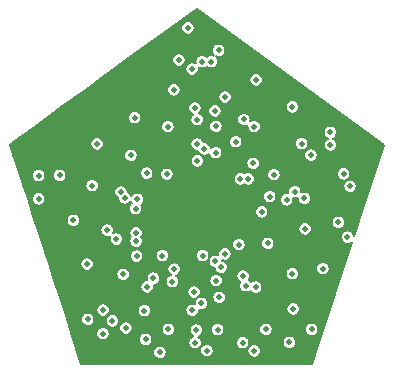
<source format=gbr>
%TF.GenerationSoftware,KiCad,Pcbnew,(5.1.9-0-10_14)*%
%TF.CreationDate,2021-12-13T14:59:41-05:00*%
%TF.ProjectId,dodecahedron_n4,646f6465-6361-4686-9564-726f6e5f6e34,rev?*%
%TF.SameCoordinates,Original*%
%TF.FileFunction,Copper,L3,Inr*%
%TF.FilePolarity,Positive*%
%FSLAX46Y46*%
G04 Gerber Fmt 4.6, Leading zero omitted, Abs format (unit mm)*
G04 Created by KiCad (PCBNEW (5.1.9-0-10_14)) date 2021-12-13 14:59:41*
%MOMM*%
%LPD*%
G01*
G04 APERTURE LIST*
%TA.AperFunction,ViaPad*%
%ADD10C,0.508000*%
%TD*%
%TA.AperFunction,Conductor*%
%ADD11C,0.127000*%
%TD*%
%TA.AperFunction,Conductor*%
%ADD12C,0.100000*%
%TD*%
G04 APERTURE END LIST*
D10*
%TO.N,SW2*%
X87731600Y-56896000D03*
X89983780Y-50159866D03*
X85864710Y-56146700D03*
%TO.N,SW3*%
X79554411Y-48182624D03*
X81263865Y-48269265D03*
X85382100Y-55638700D03*
X79603600Y-57810400D03*
%TO.N,SW1*%
X76990378Y-53767219D03*
X78705810Y-55194200D03*
X83845400Y-43637200D03*
X90340600Y-48308121D03*
X86182200Y-55016400D03*
X81896947Y-56305890D03*
X80900787Y-55159624D03*
%TO.N,SW5*%
X84199242Y-59205878D03*
%TO.N,SW6*%
X83573622Y-58245071D03*
%TO.N,SW4*%
X83413600Y-39370000D03*
X86207600Y-41732200D03*
X92907159Y-50319088D03*
X91413862Y-50443439D03*
X85699600Y-58699400D03*
%TO.N,SW8*%
X83667600Y-62534800D03*
X87680800Y-62534800D03*
X91643200Y-62509400D03*
X79468687Y-62255370D03*
%TO.N,SW9*%
X93535500Y-61404500D03*
X89662000Y-61404500D03*
X81407000Y-61404500D03*
X85572600Y-61417200D03*
%TO.N,SW7*%
X83769200Y-61468000D03*
%TO.N,SW11*%
X70421500Y-48387000D03*
X70421500Y-50355500D03*
X82296000Y-38608000D03*
X84264500Y-38735000D03*
X92684600Y-45669200D03*
X96240600Y-48234588D03*
X75862588Y-61771089D03*
%TO.N,SW12*%
X76657200Y-60680600D03*
%TO.N,SW10*%
X85661500Y-37782500D03*
X83058000Y-35877500D03*
X74574432Y-60557921D03*
%TO.N,GND*%
X95885000Y-48818800D03*
X97307400Y-44577000D03*
X99085400Y-45948600D03*
X98323400Y-48488600D03*
X94056200Y-42214800D03*
X93319600Y-63855600D03*
X94335600Y-60807600D03*
X72517000Y-58674000D03*
X71678800Y-55778400D03*
X70205600Y-51866800D03*
X69443600Y-49276000D03*
X68859400Y-45948600D03*
X71501000Y-43713400D03*
X74142600Y-41859200D03*
X87858600Y-37719000D03*
X91135200Y-40106600D03*
X79654400Y-37820600D03*
X76403200Y-40259000D03*
X74244200Y-63677800D03*
X89331800Y-54635400D03*
X87102098Y-46177200D03*
X89212757Y-55139962D03*
X87508402Y-58470800D03*
X81807049Y-55627294D03*
X86207600Y-57277000D03*
%TO.N,VCC*%
X77386598Y-49784000D03*
X83845400Y-45720000D03*
X87502245Y-48668146D03*
X88163400Y-48666400D03*
X77698600Y-50266600D03*
X96778798Y-49303096D03*
%TO.N,/CS16*%
X91973400Y-59664600D03*
X83411821Y-59791590D03*
X87102122Y-45516789D03*
X84296316Y-55158260D03*
%TO.N,/CS15*%
X87934800Y-57708800D03*
X87366275Y-54219659D03*
X94488000Y-56261000D03*
X85411677Y-46433263D03*
%TO.N,/CS10*%
X88823800Y-40284400D03*
X88655674Y-44227784D03*
X85445600Y-57277000D03*
%TO.N,/CS9*%
X85039200Y-38735000D03*
X88798400Y-57835800D03*
X87790185Y-43632701D03*
%TO.N,/CS14*%
X95785043Y-52351043D03*
X89306379Y-51460400D03*
X84429600Y-46126400D03*
%TO.N,/CS4*%
X73355200Y-52171600D03*
X76225400Y-53009800D03*
X80688251Y-63351129D03*
X78769979Y-50404512D03*
%TO.N,/CS3*%
X74523600Y-55880000D03*
X84658200Y-63195200D03*
X78618528Y-51176009D03*
X77571610Y-56743600D03*
%TO.N,/CS2*%
X75869800Y-59766200D03*
X79378158Y-59809710D03*
X88671400Y-63220600D03*
X78666556Y-53238989D03*
%TO.N,/CS1*%
X77800200Y-61290200D03*
X80137010Y-57073800D03*
%TO.N,/CS8*%
X81858787Y-41122600D03*
X89814400Y-54127400D03*
X85344000Y-42900600D03*
%TO.N,/CS7*%
X78536800Y-43484800D03*
X81353359Y-44245626D03*
X92100400Y-49733210D03*
%TO.N,/CS13*%
X91897200Y-56692800D03*
X96565733Y-53595048D03*
X83851534Y-47130765D03*
%TO.N,/CS12*%
X95122076Y-45775837D03*
X95123000Y-44715423D03*
X92977895Y-52901194D03*
X78663800Y-53949600D03*
%TO.N,/CS11*%
X91897200Y-42570400D03*
X93460505Y-46659790D03*
X81746201Y-57351114D03*
%TO.N,/CS6*%
X75361800Y-45694600D03*
X78231991Y-46674167D03*
X88581388Y-47353207D03*
%TO.N,/CS5*%
X72186800Y-48361600D03*
X74955400Y-49225200D03*
X85420200Y-44221400D03*
X83642177Y-42671988D03*
%TD*%
D11*
%TO.N,GND*%
X99636421Y-45768370D02*
X97127525Y-53489958D01*
X97115270Y-53428348D01*
X97072190Y-53324341D01*
X97009646Y-53230738D01*
X96930043Y-53151135D01*
X96836440Y-53088591D01*
X96732433Y-53045511D01*
X96622021Y-53023548D01*
X96509445Y-53023548D01*
X96399033Y-53045511D01*
X96295026Y-53088591D01*
X96201423Y-53151135D01*
X96121820Y-53230738D01*
X96059276Y-53324341D01*
X96016196Y-53428348D01*
X95994233Y-53538760D01*
X95994233Y-53651336D01*
X96016196Y-53761748D01*
X96059276Y-53865755D01*
X96121820Y-53959358D01*
X96201423Y-54038961D01*
X96295026Y-54101505D01*
X96399033Y-54144585D01*
X96509445Y-54166548D01*
X96622021Y-54166548D01*
X96732433Y-54144585D01*
X96836440Y-54101505D01*
X96930043Y-54038961D01*
X96958337Y-54010667D01*
X93595086Y-64361691D01*
X74044913Y-64361689D01*
X73698274Y-63294841D01*
X80116751Y-63294841D01*
X80116751Y-63407417D01*
X80138714Y-63517829D01*
X80181794Y-63621836D01*
X80244338Y-63715439D01*
X80323941Y-63795042D01*
X80417544Y-63857586D01*
X80521551Y-63900666D01*
X80631963Y-63922629D01*
X80744539Y-63922629D01*
X80854951Y-63900666D01*
X80958958Y-63857586D01*
X81052561Y-63795042D01*
X81132164Y-63715439D01*
X81194708Y-63621836D01*
X81237788Y-63517829D01*
X81259751Y-63407417D01*
X81259751Y-63294841D01*
X81237788Y-63184429D01*
X81218935Y-63138912D01*
X84086700Y-63138912D01*
X84086700Y-63251488D01*
X84108663Y-63361900D01*
X84151743Y-63465907D01*
X84214287Y-63559510D01*
X84293890Y-63639113D01*
X84387493Y-63701657D01*
X84491500Y-63744737D01*
X84601912Y-63766700D01*
X84714488Y-63766700D01*
X84824900Y-63744737D01*
X84928907Y-63701657D01*
X85022510Y-63639113D01*
X85102113Y-63559510D01*
X85164657Y-63465907D01*
X85207737Y-63361900D01*
X85229700Y-63251488D01*
X85229700Y-63164312D01*
X88099900Y-63164312D01*
X88099900Y-63276888D01*
X88121863Y-63387300D01*
X88164943Y-63491307D01*
X88227487Y-63584910D01*
X88307090Y-63664513D01*
X88400693Y-63727057D01*
X88504700Y-63770137D01*
X88615112Y-63792100D01*
X88727688Y-63792100D01*
X88838100Y-63770137D01*
X88942107Y-63727057D01*
X89035710Y-63664513D01*
X89115313Y-63584910D01*
X89177857Y-63491307D01*
X89220937Y-63387300D01*
X89242900Y-63276888D01*
X89242900Y-63164312D01*
X89220937Y-63053900D01*
X89177857Y-62949893D01*
X89115313Y-62856290D01*
X89035710Y-62776687D01*
X88942107Y-62714143D01*
X88838100Y-62671063D01*
X88727688Y-62649100D01*
X88615112Y-62649100D01*
X88504700Y-62671063D01*
X88400693Y-62714143D01*
X88307090Y-62776687D01*
X88227487Y-62856290D01*
X88164943Y-62949893D01*
X88121863Y-63053900D01*
X88099900Y-63164312D01*
X85229700Y-63164312D01*
X85229700Y-63138912D01*
X85207737Y-63028500D01*
X85164657Y-62924493D01*
X85102113Y-62830890D01*
X85022510Y-62751287D01*
X84928907Y-62688743D01*
X84824900Y-62645663D01*
X84714488Y-62623700D01*
X84601912Y-62623700D01*
X84491500Y-62645663D01*
X84387493Y-62688743D01*
X84293890Y-62751287D01*
X84214287Y-62830890D01*
X84151743Y-62924493D01*
X84108663Y-63028500D01*
X84086700Y-63138912D01*
X81218935Y-63138912D01*
X81194708Y-63080422D01*
X81132164Y-62986819D01*
X81052561Y-62907216D01*
X80958958Y-62844672D01*
X80854951Y-62801592D01*
X80744539Y-62779629D01*
X80631963Y-62779629D01*
X80521551Y-62801592D01*
X80417544Y-62844672D01*
X80323941Y-62907216D01*
X80244338Y-62986819D01*
X80181794Y-63080422D01*
X80138714Y-63184429D01*
X80116751Y-63294841D01*
X73698274Y-63294841D01*
X73184888Y-61714801D01*
X75291088Y-61714801D01*
X75291088Y-61827377D01*
X75313051Y-61937789D01*
X75356131Y-62041796D01*
X75418675Y-62135399D01*
X75498278Y-62215002D01*
X75591881Y-62277546D01*
X75695888Y-62320626D01*
X75806300Y-62342589D01*
X75918876Y-62342589D01*
X76029288Y-62320626D01*
X76133295Y-62277546D01*
X76226898Y-62215002D01*
X76242818Y-62199082D01*
X78897187Y-62199082D01*
X78897187Y-62311658D01*
X78919150Y-62422070D01*
X78962230Y-62526077D01*
X79024774Y-62619680D01*
X79104377Y-62699283D01*
X79197980Y-62761827D01*
X79301987Y-62804907D01*
X79412399Y-62826870D01*
X79524975Y-62826870D01*
X79635387Y-62804907D01*
X79739394Y-62761827D01*
X79832997Y-62699283D01*
X79912600Y-62619680D01*
X79975144Y-62526077D01*
X79994845Y-62478512D01*
X83096100Y-62478512D01*
X83096100Y-62591088D01*
X83118063Y-62701500D01*
X83161143Y-62805507D01*
X83223687Y-62899110D01*
X83303290Y-62978713D01*
X83396893Y-63041257D01*
X83500900Y-63084337D01*
X83611312Y-63106300D01*
X83723888Y-63106300D01*
X83834300Y-63084337D01*
X83938307Y-63041257D01*
X84031910Y-62978713D01*
X84111513Y-62899110D01*
X84174057Y-62805507D01*
X84217137Y-62701500D01*
X84239100Y-62591088D01*
X84239100Y-62478512D01*
X87109300Y-62478512D01*
X87109300Y-62591088D01*
X87131263Y-62701500D01*
X87174343Y-62805507D01*
X87236887Y-62899110D01*
X87316490Y-62978713D01*
X87410093Y-63041257D01*
X87514100Y-63084337D01*
X87624512Y-63106300D01*
X87737088Y-63106300D01*
X87847500Y-63084337D01*
X87951507Y-63041257D01*
X88045110Y-62978713D01*
X88124713Y-62899110D01*
X88187257Y-62805507D01*
X88230337Y-62701500D01*
X88252300Y-62591088D01*
X88252300Y-62478512D01*
X88247248Y-62453112D01*
X91071700Y-62453112D01*
X91071700Y-62565688D01*
X91093663Y-62676100D01*
X91136743Y-62780107D01*
X91199287Y-62873710D01*
X91278890Y-62953313D01*
X91372493Y-63015857D01*
X91476500Y-63058937D01*
X91586912Y-63080900D01*
X91699488Y-63080900D01*
X91809900Y-63058937D01*
X91913907Y-63015857D01*
X92007510Y-62953313D01*
X92087113Y-62873710D01*
X92149657Y-62780107D01*
X92192737Y-62676100D01*
X92214700Y-62565688D01*
X92214700Y-62453112D01*
X92192737Y-62342700D01*
X92149657Y-62238693D01*
X92087113Y-62145090D01*
X92007510Y-62065487D01*
X91913907Y-62002943D01*
X91809900Y-61959863D01*
X91699488Y-61937900D01*
X91586912Y-61937900D01*
X91476500Y-61959863D01*
X91372493Y-62002943D01*
X91278890Y-62065487D01*
X91199287Y-62145090D01*
X91136743Y-62238693D01*
X91093663Y-62342700D01*
X91071700Y-62453112D01*
X88247248Y-62453112D01*
X88230337Y-62368100D01*
X88187257Y-62264093D01*
X88124713Y-62170490D01*
X88045110Y-62090887D01*
X87951507Y-62028343D01*
X87847500Y-61985263D01*
X87737088Y-61963300D01*
X87624512Y-61963300D01*
X87514100Y-61985263D01*
X87410093Y-62028343D01*
X87316490Y-62090887D01*
X87236887Y-62170490D01*
X87174343Y-62264093D01*
X87131263Y-62368100D01*
X87109300Y-62478512D01*
X84239100Y-62478512D01*
X84217137Y-62368100D01*
X84174057Y-62264093D01*
X84111513Y-62170490D01*
X84031910Y-62090887D01*
X83938307Y-62028343D01*
X83919902Y-62020719D01*
X83935900Y-62017537D01*
X84039907Y-61974457D01*
X84133510Y-61911913D01*
X84213113Y-61832310D01*
X84275657Y-61738707D01*
X84318737Y-61634700D01*
X84340700Y-61524288D01*
X84340700Y-61411712D01*
X84330595Y-61360912D01*
X85001100Y-61360912D01*
X85001100Y-61473488D01*
X85023063Y-61583900D01*
X85066143Y-61687907D01*
X85128687Y-61781510D01*
X85208290Y-61861113D01*
X85301893Y-61923657D01*
X85405900Y-61966737D01*
X85516312Y-61988700D01*
X85628888Y-61988700D01*
X85739300Y-61966737D01*
X85843307Y-61923657D01*
X85936910Y-61861113D01*
X86016513Y-61781510D01*
X86079057Y-61687907D01*
X86122137Y-61583900D01*
X86144100Y-61473488D01*
X86144100Y-61360912D01*
X86141574Y-61348212D01*
X89090500Y-61348212D01*
X89090500Y-61460788D01*
X89112463Y-61571200D01*
X89155543Y-61675207D01*
X89218087Y-61768810D01*
X89297690Y-61848413D01*
X89391293Y-61910957D01*
X89495300Y-61954037D01*
X89605712Y-61976000D01*
X89718288Y-61976000D01*
X89828700Y-61954037D01*
X89932707Y-61910957D01*
X90026310Y-61848413D01*
X90105913Y-61768810D01*
X90168457Y-61675207D01*
X90211537Y-61571200D01*
X90233500Y-61460788D01*
X90233500Y-61348212D01*
X92964000Y-61348212D01*
X92964000Y-61460788D01*
X92985963Y-61571200D01*
X93029043Y-61675207D01*
X93091587Y-61768810D01*
X93171190Y-61848413D01*
X93264793Y-61910957D01*
X93368800Y-61954037D01*
X93479212Y-61976000D01*
X93591788Y-61976000D01*
X93702200Y-61954037D01*
X93806207Y-61910957D01*
X93899810Y-61848413D01*
X93979413Y-61768810D01*
X94041957Y-61675207D01*
X94085037Y-61571200D01*
X94107000Y-61460788D01*
X94107000Y-61348212D01*
X94085037Y-61237800D01*
X94041957Y-61133793D01*
X93979413Y-61040190D01*
X93899810Y-60960587D01*
X93806207Y-60898043D01*
X93702200Y-60854963D01*
X93591788Y-60833000D01*
X93479212Y-60833000D01*
X93368800Y-60854963D01*
X93264793Y-60898043D01*
X93171190Y-60960587D01*
X93091587Y-61040190D01*
X93029043Y-61133793D01*
X92985963Y-61237800D01*
X92964000Y-61348212D01*
X90233500Y-61348212D01*
X90211537Y-61237800D01*
X90168457Y-61133793D01*
X90105913Y-61040190D01*
X90026310Y-60960587D01*
X89932707Y-60898043D01*
X89828700Y-60854963D01*
X89718288Y-60833000D01*
X89605712Y-60833000D01*
X89495300Y-60854963D01*
X89391293Y-60898043D01*
X89297690Y-60960587D01*
X89218087Y-61040190D01*
X89155543Y-61133793D01*
X89112463Y-61237800D01*
X89090500Y-61348212D01*
X86141574Y-61348212D01*
X86122137Y-61250500D01*
X86079057Y-61146493D01*
X86016513Y-61052890D01*
X85936910Y-60973287D01*
X85843307Y-60910743D01*
X85739300Y-60867663D01*
X85628888Y-60845700D01*
X85516312Y-60845700D01*
X85405900Y-60867663D01*
X85301893Y-60910743D01*
X85208290Y-60973287D01*
X85128687Y-61052890D01*
X85066143Y-61146493D01*
X85023063Y-61250500D01*
X85001100Y-61360912D01*
X84330595Y-61360912D01*
X84318737Y-61301300D01*
X84275657Y-61197293D01*
X84213113Y-61103690D01*
X84133510Y-61024087D01*
X84039907Y-60961543D01*
X83935900Y-60918463D01*
X83825488Y-60896500D01*
X83712912Y-60896500D01*
X83602500Y-60918463D01*
X83498493Y-60961543D01*
X83404890Y-61024087D01*
X83325287Y-61103690D01*
X83262743Y-61197293D01*
X83219663Y-61301300D01*
X83197700Y-61411712D01*
X83197700Y-61524288D01*
X83219663Y-61634700D01*
X83262743Y-61738707D01*
X83325287Y-61832310D01*
X83404890Y-61911913D01*
X83498493Y-61974457D01*
X83516898Y-61982081D01*
X83500900Y-61985263D01*
X83396893Y-62028343D01*
X83303290Y-62090887D01*
X83223687Y-62170490D01*
X83161143Y-62264093D01*
X83118063Y-62368100D01*
X83096100Y-62478512D01*
X79994845Y-62478512D01*
X80018224Y-62422070D01*
X80040187Y-62311658D01*
X80040187Y-62199082D01*
X80018224Y-62088670D01*
X79975144Y-61984663D01*
X79912600Y-61891060D01*
X79832997Y-61811457D01*
X79739394Y-61748913D01*
X79635387Y-61705833D01*
X79524975Y-61683870D01*
X79412399Y-61683870D01*
X79301987Y-61705833D01*
X79197980Y-61748913D01*
X79104377Y-61811457D01*
X79024774Y-61891060D01*
X78962230Y-61984663D01*
X78919150Y-62088670D01*
X78897187Y-62199082D01*
X76242818Y-62199082D01*
X76306501Y-62135399D01*
X76369045Y-62041796D01*
X76412125Y-61937789D01*
X76434088Y-61827377D01*
X76434088Y-61714801D01*
X76412125Y-61604389D01*
X76369045Y-61500382D01*
X76306501Y-61406779D01*
X76226898Y-61327176D01*
X76133295Y-61264632D01*
X76029288Y-61221552D01*
X75918876Y-61199589D01*
X75806300Y-61199589D01*
X75695888Y-61221552D01*
X75591881Y-61264632D01*
X75498278Y-61327176D01*
X75418675Y-61406779D01*
X75356131Y-61500382D01*
X75313051Y-61604389D01*
X75291088Y-61714801D01*
X73184888Y-61714801D01*
X72790706Y-60501633D01*
X74002932Y-60501633D01*
X74002932Y-60614209D01*
X74024895Y-60724621D01*
X74067975Y-60828628D01*
X74130519Y-60922231D01*
X74210122Y-61001834D01*
X74303725Y-61064378D01*
X74407732Y-61107458D01*
X74518144Y-61129421D01*
X74630720Y-61129421D01*
X74741132Y-61107458D01*
X74845139Y-61064378D01*
X74938742Y-61001834D01*
X75018345Y-60922231D01*
X75080889Y-60828628D01*
X75123969Y-60724621D01*
X75143922Y-60624312D01*
X76085700Y-60624312D01*
X76085700Y-60736888D01*
X76107663Y-60847300D01*
X76150743Y-60951307D01*
X76213287Y-61044910D01*
X76292890Y-61124513D01*
X76386493Y-61187057D01*
X76490500Y-61230137D01*
X76600912Y-61252100D01*
X76713488Y-61252100D01*
X76804922Y-61233912D01*
X77228700Y-61233912D01*
X77228700Y-61346488D01*
X77250663Y-61456900D01*
X77293743Y-61560907D01*
X77356287Y-61654510D01*
X77435890Y-61734113D01*
X77529493Y-61796657D01*
X77633500Y-61839737D01*
X77743912Y-61861700D01*
X77856488Y-61861700D01*
X77966900Y-61839737D01*
X78070907Y-61796657D01*
X78164510Y-61734113D01*
X78244113Y-61654510D01*
X78306657Y-61560907D01*
X78349737Y-61456900D01*
X78371357Y-61348212D01*
X80835500Y-61348212D01*
X80835500Y-61460788D01*
X80857463Y-61571200D01*
X80900543Y-61675207D01*
X80963087Y-61768810D01*
X81042690Y-61848413D01*
X81136293Y-61910957D01*
X81240300Y-61954037D01*
X81350712Y-61976000D01*
X81463288Y-61976000D01*
X81573700Y-61954037D01*
X81677707Y-61910957D01*
X81771310Y-61848413D01*
X81850913Y-61768810D01*
X81913457Y-61675207D01*
X81956537Y-61571200D01*
X81978500Y-61460788D01*
X81978500Y-61348212D01*
X81956537Y-61237800D01*
X81913457Y-61133793D01*
X81850913Y-61040190D01*
X81771310Y-60960587D01*
X81677707Y-60898043D01*
X81573700Y-60854963D01*
X81463288Y-60833000D01*
X81350712Y-60833000D01*
X81240300Y-60854963D01*
X81136293Y-60898043D01*
X81042690Y-60960587D01*
X80963087Y-61040190D01*
X80900543Y-61133793D01*
X80857463Y-61237800D01*
X80835500Y-61348212D01*
X78371357Y-61348212D01*
X78371700Y-61346488D01*
X78371700Y-61233912D01*
X78349737Y-61123500D01*
X78306657Y-61019493D01*
X78244113Y-60925890D01*
X78164510Y-60846287D01*
X78070907Y-60783743D01*
X77966900Y-60740663D01*
X77856488Y-60718700D01*
X77743912Y-60718700D01*
X77633500Y-60740663D01*
X77529493Y-60783743D01*
X77435890Y-60846287D01*
X77356287Y-60925890D01*
X77293743Y-61019493D01*
X77250663Y-61123500D01*
X77228700Y-61233912D01*
X76804922Y-61233912D01*
X76823900Y-61230137D01*
X76927907Y-61187057D01*
X77021510Y-61124513D01*
X77101113Y-61044910D01*
X77163657Y-60951307D01*
X77206737Y-60847300D01*
X77228700Y-60736888D01*
X77228700Y-60624312D01*
X77206737Y-60513900D01*
X77163657Y-60409893D01*
X77101113Y-60316290D01*
X77021510Y-60236687D01*
X76927907Y-60174143D01*
X76823900Y-60131063D01*
X76713488Y-60109100D01*
X76600912Y-60109100D01*
X76490500Y-60131063D01*
X76386493Y-60174143D01*
X76292890Y-60236687D01*
X76213287Y-60316290D01*
X76150743Y-60409893D01*
X76107663Y-60513900D01*
X76085700Y-60624312D01*
X75143922Y-60624312D01*
X75145932Y-60614209D01*
X75145932Y-60501633D01*
X75123969Y-60391221D01*
X75080889Y-60287214D01*
X75018345Y-60193611D01*
X74938742Y-60114008D01*
X74845139Y-60051464D01*
X74741132Y-60008384D01*
X74630720Y-59986421D01*
X74518144Y-59986421D01*
X74407732Y-60008384D01*
X74303725Y-60051464D01*
X74210122Y-60114008D01*
X74130519Y-60193611D01*
X74067975Y-60287214D01*
X74024895Y-60391221D01*
X74002932Y-60501633D01*
X72790706Y-60501633D01*
X72533461Y-59709912D01*
X75298300Y-59709912D01*
X75298300Y-59822488D01*
X75320263Y-59932900D01*
X75363343Y-60036907D01*
X75425887Y-60130510D01*
X75505490Y-60210113D01*
X75599093Y-60272657D01*
X75703100Y-60315737D01*
X75813512Y-60337700D01*
X75926088Y-60337700D01*
X76036500Y-60315737D01*
X76140507Y-60272657D01*
X76234110Y-60210113D01*
X76313713Y-60130510D01*
X76376257Y-60036907D01*
X76419337Y-59932900D01*
X76441300Y-59822488D01*
X76441300Y-59753422D01*
X78806658Y-59753422D01*
X78806658Y-59865998D01*
X78828621Y-59976410D01*
X78871701Y-60080417D01*
X78934245Y-60174020D01*
X79013848Y-60253623D01*
X79107451Y-60316167D01*
X79211458Y-60359247D01*
X79321870Y-60381210D01*
X79434446Y-60381210D01*
X79544858Y-60359247D01*
X79648865Y-60316167D01*
X79742468Y-60253623D01*
X79822071Y-60174020D01*
X79884615Y-60080417D01*
X79927695Y-59976410D01*
X79949658Y-59865998D01*
X79949658Y-59753422D01*
X79946054Y-59735302D01*
X82840321Y-59735302D01*
X82840321Y-59847878D01*
X82862284Y-59958290D01*
X82905364Y-60062297D01*
X82967908Y-60155900D01*
X83047511Y-60235503D01*
X83141114Y-60298047D01*
X83245121Y-60341127D01*
X83355533Y-60363090D01*
X83468109Y-60363090D01*
X83578521Y-60341127D01*
X83682528Y-60298047D01*
X83776131Y-60235503D01*
X83855734Y-60155900D01*
X83918278Y-60062297D01*
X83961358Y-59958290D01*
X83983321Y-59847878D01*
X83983321Y-59735302D01*
X83983261Y-59735003D01*
X84032542Y-59755415D01*
X84142954Y-59777378D01*
X84255530Y-59777378D01*
X84365942Y-59755415D01*
X84469949Y-59712335D01*
X84563552Y-59649791D01*
X84605031Y-59608312D01*
X91401900Y-59608312D01*
X91401900Y-59720888D01*
X91423863Y-59831300D01*
X91466943Y-59935307D01*
X91529487Y-60028910D01*
X91609090Y-60108513D01*
X91702693Y-60171057D01*
X91806700Y-60214137D01*
X91917112Y-60236100D01*
X92029688Y-60236100D01*
X92140100Y-60214137D01*
X92244107Y-60171057D01*
X92337710Y-60108513D01*
X92417313Y-60028910D01*
X92479857Y-59935307D01*
X92522937Y-59831300D01*
X92544900Y-59720888D01*
X92544900Y-59608312D01*
X92522937Y-59497900D01*
X92479857Y-59393893D01*
X92417313Y-59300290D01*
X92337710Y-59220687D01*
X92244107Y-59158143D01*
X92140100Y-59115063D01*
X92029688Y-59093100D01*
X91917112Y-59093100D01*
X91806700Y-59115063D01*
X91702693Y-59158143D01*
X91609090Y-59220687D01*
X91529487Y-59300290D01*
X91466943Y-59393893D01*
X91423863Y-59497900D01*
X91401900Y-59608312D01*
X84605031Y-59608312D01*
X84643155Y-59570188D01*
X84705699Y-59476585D01*
X84748779Y-59372578D01*
X84770742Y-59262166D01*
X84770742Y-59149590D01*
X84748779Y-59039178D01*
X84705699Y-58935171D01*
X84643155Y-58841568D01*
X84563552Y-58761965D01*
X84469949Y-58699421D01*
X84365942Y-58656341D01*
X84299438Y-58643112D01*
X85128100Y-58643112D01*
X85128100Y-58755688D01*
X85150063Y-58866100D01*
X85193143Y-58970107D01*
X85255687Y-59063710D01*
X85335290Y-59143313D01*
X85428893Y-59205857D01*
X85532900Y-59248937D01*
X85643312Y-59270900D01*
X85755888Y-59270900D01*
X85866300Y-59248937D01*
X85970307Y-59205857D01*
X86063910Y-59143313D01*
X86143513Y-59063710D01*
X86206057Y-58970107D01*
X86249137Y-58866100D01*
X86271100Y-58755688D01*
X86271100Y-58643112D01*
X86249137Y-58532700D01*
X86206057Y-58428693D01*
X86143513Y-58335090D01*
X86063910Y-58255487D01*
X85970307Y-58192943D01*
X85866300Y-58149863D01*
X85755888Y-58127900D01*
X85643312Y-58127900D01*
X85532900Y-58149863D01*
X85428893Y-58192943D01*
X85335290Y-58255487D01*
X85255687Y-58335090D01*
X85193143Y-58428693D01*
X85150063Y-58532700D01*
X85128100Y-58643112D01*
X84299438Y-58643112D01*
X84255530Y-58634378D01*
X84142954Y-58634378D01*
X84032542Y-58656341D01*
X83928535Y-58699421D01*
X83834932Y-58761965D01*
X83755329Y-58841568D01*
X83692785Y-58935171D01*
X83649705Y-59039178D01*
X83627742Y-59149590D01*
X83627742Y-59262166D01*
X83627802Y-59262465D01*
X83578521Y-59242053D01*
X83468109Y-59220090D01*
X83355533Y-59220090D01*
X83245121Y-59242053D01*
X83141114Y-59285133D01*
X83047511Y-59347677D01*
X82967908Y-59427280D01*
X82905364Y-59520883D01*
X82862284Y-59624890D01*
X82840321Y-59735302D01*
X79946054Y-59735302D01*
X79927695Y-59643010D01*
X79884615Y-59539003D01*
X79822071Y-59445400D01*
X79742468Y-59365797D01*
X79648865Y-59303253D01*
X79544858Y-59260173D01*
X79434446Y-59238210D01*
X79321870Y-59238210D01*
X79211458Y-59260173D01*
X79107451Y-59303253D01*
X79013848Y-59365797D01*
X78934245Y-59445400D01*
X78871701Y-59539003D01*
X78828621Y-59643010D01*
X78806658Y-59753422D01*
X76441300Y-59753422D01*
X76441300Y-59709912D01*
X76419337Y-59599500D01*
X76376257Y-59495493D01*
X76313713Y-59401890D01*
X76234110Y-59322287D01*
X76140507Y-59259743D01*
X76036500Y-59216663D01*
X75926088Y-59194700D01*
X75813512Y-59194700D01*
X75703100Y-59216663D01*
X75599093Y-59259743D01*
X75505490Y-59322287D01*
X75425887Y-59401890D01*
X75363343Y-59495493D01*
X75320263Y-59599500D01*
X75298300Y-59709912D01*
X72533461Y-59709912D01*
X71897983Y-57754112D01*
X79032100Y-57754112D01*
X79032100Y-57866688D01*
X79054063Y-57977100D01*
X79097143Y-58081107D01*
X79159687Y-58174710D01*
X79239290Y-58254313D01*
X79332893Y-58316857D01*
X79436900Y-58359937D01*
X79547312Y-58381900D01*
X79659888Y-58381900D01*
X79770300Y-58359937D01*
X79874307Y-58316857D01*
X79967910Y-58254313D01*
X80033440Y-58188783D01*
X83002122Y-58188783D01*
X83002122Y-58301359D01*
X83024085Y-58411771D01*
X83067165Y-58515778D01*
X83129709Y-58609381D01*
X83209312Y-58688984D01*
X83302915Y-58751528D01*
X83406922Y-58794608D01*
X83517334Y-58816571D01*
X83629910Y-58816571D01*
X83740322Y-58794608D01*
X83844329Y-58751528D01*
X83937932Y-58688984D01*
X84017535Y-58609381D01*
X84080079Y-58515778D01*
X84123159Y-58411771D01*
X84145122Y-58301359D01*
X84145122Y-58188783D01*
X84123159Y-58078371D01*
X84080079Y-57974364D01*
X84017535Y-57880761D01*
X83937932Y-57801158D01*
X83844329Y-57738614D01*
X83740322Y-57695534D01*
X83629910Y-57673571D01*
X83517334Y-57673571D01*
X83406922Y-57695534D01*
X83302915Y-57738614D01*
X83209312Y-57801158D01*
X83129709Y-57880761D01*
X83067165Y-57974364D01*
X83024085Y-58078371D01*
X83002122Y-58188783D01*
X80033440Y-58188783D01*
X80047513Y-58174710D01*
X80110057Y-58081107D01*
X80153137Y-57977100D01*
X80175100Y-57866688D01*
X80175100Y-57754112D01*
X80153455Y-57645300D01*
X80193298Y-57645300D01*
X80303710Y-57623337D01*
X80407717Y-57580257D01*
X80501320Y-57517713D01*
X80580923Y-57438110D01*
X80643467Y-57344507D01*
X80664045Y-57294826D01*
X81174701Y-57294826D01*
X81174701Y-57407402D01*
X81196664Y-57517814D01*
X81239744Y-57621821D01*
X81302288Y-57715424D01*
X81381891Y-57795027D01*
X81475494Y-57857571D01*
X81579501Y-57900651D01*
X81689913Y-57922614D01*
X81802489Y-57922614D01*
X81912901Y-57900651D01*
X82016908Y-57857571D01*
X82110511Y-57795027D01*
X82190114Y-57715424D01*
X82252658Y-57621821D01*
X82295738Y-57517814D01*
X82317701Y-57407402D01*
X82317701Y-57294826D01*
X82302959Y-57220712D01*
X84874100Y-57220712D01*
X84874100Y-57333288D01*
X84896063Y-57443700D01*
X84939143Y-57547707D01*
X85001687Y-57641310D01*
X85081290Y-57720913D01*
X85174893Y-57783457D01*
X85278900Y-57826537D01*
X85389312Y-57848500D01*
X85501888Y-57848500D01*
X85612300Y-57826537D01*
X85716307Y-57783457D01*
X85809910Y-57720913D01*
X85889513Y-57641310D01*
X85952057Y-57547707D01*
X85995137Y-57443700D01*
X86017100Y-57333288D01*
X86017100Y-57220712D01*
X85995137Y-57110300D01*
X85952057Y-57006293D01*
X85889513Y-56912690D01*
X85816535Y-56839712D01*
X87160100Y-56839712D01*
X87160100Y-56952288D01*
X87182063Y-57062700D01*
X87225143Y-57166707D01*
X87287687Y-57260310D01*
X87367290Y-57339913D01*
X87454852Y-57398420D01*
X87428343Y-57438093D01*
X87385263Y-57542100D01*
X87363300Y-57652512D01*
X87363300Y-57765088D01*
X87385263Y-57875500D01*
X87428343Y-57979507D01*
X87490887Y-58073110D01*
X87570490Y-58152713D01*
X87664093Y-58215257D01*
X87768100Y-58258337D01*
X87878512Y-58280300D01*
X87991088Y-58280300D01*
X88101500Y-58258337D01*
X88205507Y-58215257D01*
X88299110Y-58152713D01*
X88313321Y-58138502D01*
X88354487Y-58200110D01*
X88434090Y-58279713D01*
X88527693Y-58342257D01*
X88631700Y-58385337D01*
X88742112Y-58407300D01*
X88854688Y-58407300D01*
X88965100Y-58385337D01*
X89069107Y-58342257D01*
X89162710Y-58279713D01*
X89242313Y-58200110D01*
X89304857Y-58106507D01*
X89347937Y-58002500D01*
X89369900Y-57892088D01*
X89369900Y-57779512D01*
X89347937Y-57669100D01*
X89304857Y-57565093D01*
X89242313Y-57471490D01*
X89162710Y-57391887D01*
X89069107Y-57329343D01*
X88965100Y-57286263D01*
X88854688Y-57264300D01*
X88742112Y-57264300D01*
X88631700Y-57286263D01*
X88527693Y-57329343D01*
X88434090Y-57391887D01*
X88419879Y-57406098D01*
X88378713Y-57344490D01*
X88299110Y-57264887D01*
X88211548Y-57206380D01*
X88238057Y-57166707D01*
X88281137Y-57062700D01*
X88303100Y-56952288D01*
X88303100Y-56839712D01*
X88281137Y-56729300D01*
X88242704Y-56636512D01*
X91325700Y-56636512D01*
X91325700Y-56749088D01*
X91347663Y-56859500D01*
X91390743Y-56963507D01*
X91453287Y-57057110D01*
X91532890Y-57136713D01*
X91626493Y-57199257D01*
X91730500Y-57242337D01*
X91840912Y-57264300D01*
X91953488Y-57264300D01*
X92063900Y-57242337D01*
X92167907Y-57199257D01*
X92261510Y-57136713D01*
X92341113Y-57057110D01*
X92403657Y-56963507D01*
X92446737Y-56859500D01*
X92468700Y-56749088D01*
X92468700Y-56636512D01*
X92446737Y-56526100D01*
X92403657Y-56422093D01*
X92341113Y-56328490D01*
X92261510Y-56248887D01*
X92195398Y-56204712D01*
X93916500Y-56204712D01*
X93916500Y-56317288D01*
X93938463Y-56427700D01*
X93981543Y-56531707D01*
X94044087Y-56625310D01*
X94123690Y-56704913D01*
X94217293Y-56767457D01*
X94321300Y-56810537D01*
X94431712Y-56832500D01*
X94544288Y-56832500D01*
X94654700Y-56810537D01*
X94758707Y-56767457D01*
X94852310Y-56704913D01*
X94931913Y-56625310D01*
X94994457Y-56531707D01*
X95037537Y-56427700D01*
X95059500Y-56317288D01*
X95059500Y-56204712D01*
X95037537Y-56094300D01*
X94994457Y-55990293D01*
X94931913Y-55896690D01*
X94852310Y-55817087D01*
X94758707Y-55754543D01*
X94654700Y-55711463D01*
X94544288Y-55689500D01*
X94431712Y-55689500D01*
X94321300Y-55711463D01*
X94217293Y-55754543D01*
X94123690Y-55817087D01*
X94044087Y-55896690D01*
X93981543Y-55990293D01*
X93938463Y-56094300D01*
X93916500Y-56204712D01*
X92195398Y-56204712D01*
X92167907Y-56186343D01*
X92063900Y-56143263D01*
X91953488Y-56121300D01*
X91840912Y-56121300D01*
X91730500Y-56143263D01*
X91626493Y-56186343D01*
X91532890Y-56248887D01*
X91453287Y-56328490D01*
X91390743Y-56422093D01*
X91347663Y-56526100D01*
X91325700Y-56636512D01*
X88242704Y-56636512D01*
X88238057Y-56625293D01*
X88175513Y-56531690D01*
X88095910Y-56452087D01*
X88002307Y-56389543D01*
X87898300Y-56346463D01*
X87787888Y-56324500D01*
X87675312Y-56324500D01*
X87564900Y-56346463D01*
X87460893Y-56389543D01*
X87367290Y-56452087D01*
X87287687Y-56531690D01*
X87225143Y-56625293D01*
X87182063Y-56729300D01*
X87160100Y-56839712D01*
X85816535Y-56839712D01*
X85809910Y-56833087D01*
X85716307Y-56770543D01*
X85612300Y-56727463D01*
X85501888Y-56705500D01*
X85389312Y-56705500D01*
X85278900Y-56727463D01*
X85174893Y-56770543D01*
X85081290Y-56833087D01*
X85001687Y-56912690D01*
X84939143Y-57006293D01*
X84896063Y-57110300D01*
X84874100Y-57220712D01*
X82302959Y-57220712D01*
X82295738Y-57184414D01*
X82252658Y-57080407D01*
X82190114Y-56986804D01*
X82110511Y-56907201D01*
X82040051Y-56860121D01*
X82063647Y-56855427D01*
X82167654Y-56812347D01*
X82261257Y-56749803D01*
X82340860Y-56670200D01*
X82403404Y-56576597D01*
X82446484Y-56472590D01*
X82468447Y-56362178D01*
X82468447Y-56249602D01*
X82446484Y-56139190D01*
X82403404Y-56035183D01*
X82340860Y-55941580D01*
X82261257Y-55861977D01*
X82167654Y-55799433D01*
X82063647Y-55756353D01*
X81953235Y-55734390D01*
X81840659Y-55734390D01*
X81730247Y-55756353D01*
X81626240Y-55799433D01*
X81532637Y-55861977D01*
X81453034Y-55941580D01*
X81390490Y-56035183D01*
X81347410Y-56139190D01*
X81325447Y-56249602D01*
X81325447Y-56362178D01*
X81347410Y-56472590D01*
X81390490Y-56576597D01*
X81453034Y-56670200D01*
X81532637Y-56749803D01*
X81603097Y-56796883D01*
X81579501Y-56801577D01*
X81475494Y-56844657D01*
X81381891Y-56907201D01*
X81302288Y-56986804D01*
X81239744Y-57080407D01*
X81196664Y-57184414D01*
X81174701Y-57294826D01*
X80664045Y-57294826D01*
X80686547Y-57240500D01*
X80708510Y-57130088D01*
X80708510Y-57017512D01*
X80686547Y-56907100D01*
X80643467Y-56803093D01*
X80580923Y-56709490D01*
X80501320Y-56629887D01*
X80407717Y-56567343D01*
X80303710Y-56524263D01*
X80193298Y-56502300D01*
X80080722Y-56502300D01*
X79970310Y-56524263D01*
X79866303Y-56567343D01*
X79772700Y-56629887D01*
X79693097Y-56709490D01*
X79630553Y-56803093D01*
X79587473Y-56907100D01*
X79565510Y-57017512D01*
X79565510Y-57130088D01*
X79587155Y-57238900D01*
X79547312Y-57238900D01*
X79436900Y-57260863D01*
X79332893Y-57303943D01*
X79239290Y-57366487D01*
X79159687Y-57446090D01*
X79097143Y-57539693D01*
X79054063Y-57643700D01*
X79032100Y-57754112D01*
X71897983Y-57754112D01*
X71551358Y-56687312D01*
X77000110Y-56687312D01*
X77000110Y-56799888D01*
X77022073Y-56910300D01*
X77065153Y-57014307D01*
X77127697Y-57107910D01*
X77207300Y-57187513D01*
X77300903Y-57250057D01*
X77404910Y-57293137D01*
X77515322Y-57315100D01*
X77627898Y-57315100D01*
X77738310Y-57293137D01*
X77842317Y-57250057D01*
X77935920Y-57187513D01*
X78015523Y-57107910D01*
X78078067Y-57014307D01*
X78121147Y-56910300D01*
X78143110Y-56799888D01*
X78143110Y-56687312D01*
X78121147Y-56576900D01*
X78078067Y-56472893D01*
X78015523Y-56379290D01*
X77935920Y-56299687D01*
X77842317Y-56237143D01*
X77738310Y-56194063D01*
X77627898Y-56172100D01*
X77515322Y-56172100D01*
X77404910Y-56194063D01*
X77300903Y-56237143D01*
X77207300Y-56299687D01*
X77127697Y-56379290D01*
X77065153Y-56472893D01*
X77022073Y-56576900D01*
X77000110Y-56687312D01*
X71551358Y-56687312D01*
X71270757Y-55823712D01*
X73952100Y-55823712D01*
X73952100Y-55936288D01*
X73974063Y-56046700D01*
X74017143Y-56150707D01*
X74079687Y-56244310D01*
X74159290Y-56323913D01*
X74252893Y-56386457D01*
X74356900Y-56429537D01*
X74467312Y-56451500D01*
X74579888Y-56451500D01*
X74690300Y-56429537D01*
X74794307Y-56386457D01*
X74887910Y-56323913D01*
X74967513Y-56244310D01*
X75030057Y-56150707D01*
X75073137Y-56046700D01*
X75095100Y-55936288D01*
X75095100Y-55823712D01*
X75073137Y-55713300D01*
X75030057Y-55609293D01*
X74967513Y-55515690D01*
X74887910Y-55436087D01*
X74794307Y-55373543D01*
X74690300Y-55330463D01*
X74579888Y-55308500D01*
X74467312Y-55308500D01*
X74356900Y-55330463D01*
X74252893Y-55373543D01*
X74159290Y-55436087D01*
X74079687Y-55515690D01*
X74017143Y-55609293D01*
X73974063Y-55713300D01*
X73952100Y-55823712D01*
X71270757Y-55823712D01*
X71047928Y-55137912D01*
X78134310Y-55137912D01*
X78134310Y-55250488D01*
X78156273Y-55360900D01*
X78199353Y-55464907D01*
X78261897Y-55558510D01*
X78341500Y-55638113D01*
X78435103Y-55700657D01*
X78539110Y-55743737D01*
X78649522Y-55765700D01*
X78762098Y-55765700D01*
X78872510Y-55743737D01*
X78976517Y-55700657D01*
X79070120Y-55638113D01*
X79149723Y-55558510D01*
X79212267Y-55464907D01*
X79255347Y-55360900D01*
X79277310Y-55250488D01*
X79277310Y-55137912D01*
X79270433Y-55103336D01*
X80329287Y-55103336D01*
X80329287Y-55215912D01*
X80351250Y-55326324D01*
X80394330Y-55430331D01*
X80456874Y-55523934D01*
X80536477Y-55603537D01*
X80630080Y-55666081D01*
X80734087Y-55709161D01*
X80844499Y-55731124D01*
X80957075Y-55731124D01*
X81067487Y-55709161D01*
X81171494Y-55666081D01*
X81265097Y-55603537D01*
X81344700Y-55523934D01*
X81407244Y-55430331D01*
X81450324Y-55326324D01*
X81472287Y-55215912D01*
X81472287Y-55103336D01*
X81472016Y-55101972D01*
X83724816Y-55101972D01*
X83724816Y-55214548D01*
X83746779Y-55324960D01*
X83789859Y-55428967D01*
X83852403Y-55522570D01*
X83932006Y-55602173D01*
X84025609Y-55664717D01*
X84129616Y-55707797D01*
X84240028Y-55729760D01*
X84352604Y-55729760D01*
X84463016Y-55707797D01*
X84567023Y-55664717D01*
X84660626Y-55602173D01*
X84680387Y-55582412D01*
X84810600Y-55582412D01*
X84810600Y-55694988D01*
X84832563Y-55805400D01*
X84875643Y-55909407D01*
X84938187Y-56003010D01*
X85017790Y-56082613D01*
X85111393Y-56145157D01*
X85215400Y-56188237D01*
X85293361Y-56203745D01*
X85315173Y-56313400D01*
X85358253Y-56417407D01*
X85420797Y-56511010D01*
X85500400Y-56590613D01*
X85594003Y-56653157D01*
X85698010Y-56696237D01*
X85808422Y-56718200D01*
X85920998Y-56718200D01*
X86031410Y-56696237D01*
X86135417Y-56653157D01*
X86229020Y-56590613D01*
X86308623Y-56511010D01*
X86371167Y-56417407D01*
X86414247Y-56313400D01*
X86436210Y-56202988D01*
X86436210Y-56090412D01*
X86414247Y-55980000D01*
X86371167Y-55875993D01*
X86308623Y-55782390D01*
X86229020Y-55702787D01*
X86135417Y-55640243D01*
X86031410Y-55597163D01*
X85953449Y-55581655D01*
X85944471Y-55536516D01*
X86015500Y-55565937D01*
X86125912Y-55587900D01*
X86238488Y-55587900D01*
X86348900Y-55565937D01*
X86452907Y-55522857D01*
X86546510Y-55460313D01*
X86626113Y-55380710D01*
X86688657Y-55287107D01*
X86731737Y-55183100D01*
X86753700Y-55072688D01*
X86753700Y-54960112D01*
X86731737Y-54849700D01*
X86688657Y-54745693D01*
X86626113Y-54652090D01*
X86546510Y-54572487D01*
X86452907Y-54509943D01*
X86348900Y-54466863D01*
X86238488Y-54444900D01*
X86125912Y-54444900D01*
X86015500Y-54466863D01*
X85911493Y-54509943D01*
X85817890Y-54572487D01*
X85738287Y-54652090D01*
X85675743Y-54745693D01*
X85632663Y-54849700D01*
X85610700Y-54960112D01*
X85610700Y-55072688D01*
X85619829Y-55118584D01*
X85548800Y-55089163D01*
X85438388Y-55067200D01*
X85325812Y-55067200D01*
X85215400Y-55089163D01*
X85111393Y-55132243D01*
X85017790Y-55194787D01*
X84938187Y-55274390D01*
X84875643Y-55367993D01*
X84832563Y-55472000D01*
X84810600Y-55582412D01*
X84680387Y-55582412D01*
X84740229Y-55522570D01*
X84802773Y-55428967D01*
X84845853Y-55324960D01*
X84867816Y-55214548D01*
X84867816Y-55101972D01*
X84845853Y-54991560D01*
X84802773Y-54887553D01*
X84740229Y-54793950D01*
X84660626Y-54714347D01*
X84567023Y-54651803D01*
X84463016Y-54608723D01*
X84352604Y-54586760D01*
X84240028Y-54586760D01*
X84129616Y-54608723D01*
X84025609Y-54651803D01*
X83932006Y-54714347D01*
X83852403Y-54793950D01*
X83789859Y-54887553D01*
X83746779Y-54991560D01*
X83724816Y-55101972D01*
X81472016Y-55101972D01*
X81450324Y-54992924D01*
X81407244Y-54888917D01*
X81344700Y-54795314D01*
X81265097Y-54715711D01*
X81171494Y-54653167D01*
X81067487Y-54610087D01*
X80957075Y-54588124D01*
X80844499Y-54588124D01*
X80734087Y-54610087D01*
X80630080Y-54653167D01*
X80536477Y-54715711D01*
X80456874Y-54795314D01*
X80394330Y-54888917D01*
X80351250Y-54992924D01*
X80329287Y-55103336D01*
X79270433Y-55103336D01*
X79255347Y-55027500D01*
X79212267Y-54923493D01*
X79149723Y-54829890D01*
X79070120Y-54750287D01*
X78976517Y-54687743D01*
X78872510Y-54644663D01*
X78762098Y-54622700D01*
X78649522Y-54622700D01*
X78539110Y-54644663D01*
X78435103Y-54687743D01*
X78341500Y-54750287D01*
X78261897Y-54829890D01*
X78199353Y-54923493D01*
X78156273Y-55027500D01*
X78134310Y-55137912D01*
X71047928Y-55137912D01*
X70338173Y-52953512D01*
X75653900Y-52953512D01*
X75653900Y-53066088D01*
X75675863Y-53176500D01*
X75718943Y-53280507D01*
X75781487Y-53374110D01*
X75861090Y-53453713D01*
X75954693Y-53516257D01*
X76058700Y-53559337D01*
X76169112Y-53581300D01*
X76281688Y-53581300D01*
X76392100Y-53559337D01*
X76471525Y-53526439D01*
X76440841Y-53600519D01*
X76418878Y-53710931D01*
X76418878Y-53823507D01*
X76440841Y-53933919D01*
X76483921Y-54037926D01*
X76546465Y-54131529D01*
X76626068Y-54211132D01*
X76719671Y-54273676D01*
X76823678Y-54316756D01*
X76934090Y-54338719D01*
X77046666Y-54338719D01*
X77157078Y-54316756D01*
X77261085Y-54273676D01*
X77354688Y-54211132D01*
X77434291Y-54131529D01*
X77496835Y-54037926D01*
X77539915Y-53933919D01*
X77547992Y-53893312D01*
X78092300Y-53893312D01*
X78092300Y-54005888D01*
X78114263Y-54116300D01*
X78157343Y-54220307D01*
X78219887Y-54313910D01*
X78299490Y-54393513D01*
X78393093Y-54456057D01*
X78497100Y-54499137D01*
X78607512Y-54521100D01*
X78720088Y-54521100D01*
X78830500Y-54499137D01*
X78934507Y-54456057D01*
X79028110Y-54393513D01*
X79107713Y-54313910D01*
X79170257Y-54220307D01*
X79193840Y-54163371D01*
X86794775Y-54163371D01*
X86794775Y-54275947D01*
X86816738Y-54386359D01*
X86859818Y-54490366D01*
X86922362Y-54583969D01*
X87001965Y-54663572D01*
X87095568Y-54726116D01*
X87199575Y-54769196D01*
X87309987Y-54791159D01*
X87422563Y-54791159D01*
X87532975Y-54769196D01*
X87636982Y-54726116D01*
X87730585Y-54663572D01*
X87810188Y-54583969D01*
X87872732Y-54490366D01*
X87915812Y-54386359D01*
X87937775Y-54275947D01*
X87937775Y-54163371D01*
X87919423Y-54071112D01*
X89242900Y-54071112D01*
X89242900Y-54183688D01*
X89264863Y-54294100D01*
X89307943Y-54398107D01*
X89370487Y-54491710D01*
X89450090Y-54571313D01*
X89543693Y-54633857D01*
X89647700Y-54676937D01*
X89758112Y-54698900D01*
X89870688Y-54698900D01*
X89981100Y-54676937D01*
X90085107Y-54633857D01*
X90178710Y-54571313D01*
X90258313Y-54491710D01*
X90320857Y-54398107D01*
X90363937Y-54294100D01*
X90385900Y-54183688D01*
X90385900Y-54071112D01*
X90363937Y-53960700D01*
X90320857Y-53856693D01*
X90258313Y-53763090D01*
X90178710Y-53683487D01*
X90085107Y-53620943D01*
X89981100Y-53577863D01*
X89870688Y-53555900D01*
X89758112Y-53555900D01*
X89647700Y-53577863D01*
X89543693Y-53620943D01*
X89450090Y-53683487D01*
X89370487Y-53763090D01*
X89307943Y-53856693D01*
X89264863Y-53960700D01*
X89242900Y-54071112D01*
X87919423Y-54071112D01*
X87915812Y-54052959D01*
X87872732Y-53948952D01*
X87810188Y-53855349D01*
X87730585Y-53775746D01*
X87636982Y-53713202D01*
X87532975Y-53670122D01*
X87422563Y-53648159D01*
X87309987Y-53648159D01*
X87199575Y-53670122D01*
X87095568Y-53713202D01*
X87001965Y-53775746D01*
X86922362Y-53855349D01*
X86859818Y-53948952D01*
X86816738Y-54052959D01*
X86794775Y-54163371D01*
X79193840Y-54163371D01*
X79213337Y-54116300D01*
X79235300Y-54005888D01*
X79235300Y-53893312D01*
X79213337Y-53782900D01*
X79170257Y-53678893D01*
X79115108Y-53596357D01*
X79173013Y-53509696D01*
X79216093Y-53405689D01*
X79238056Y-53295277D01*
X79238056Y-53182701D01*
X79216093Y-53072289D01*
X79173013Y-52968282D01*
X79110469Y-52874679D01*
X79080696Y-52844906D01*
X92406395Y-52844906D01*
X92406395Y-52957482D01*
X92428358Y-53067894D01*
X92471438Y-53171901D01*
X92533982Y-53265504D01*
X92613585Y-53345107D01*
X92707188Y-53407651D01*
X92811195Y-53450731D01*
X92921607Y-53472694D01*
X93034183Y-53472694D01*
X93144595Y-53450731D01*
X93248602Y-53407651D01*
X93342205Y-53345107D01*
X93421808Y-53265504D01*
X93484352Y-53171901D01*
X93527432Y-53067894D01*
X93549395Y-52957482D01*
X93549395Y-52844906D01*
X93527432Y-52734494D01*
X93484352Y-52630487D01*
X93421808Y-52536884D01*
X93342205Y-52457281D01*
X93248602Y-52394737D01*
X93144595Y-52351657D01*
X93034183Y-52329694D01*
X92921607Y-52329694D01*
X92811195Y-52351657D01*
X92707188Y-52394737D01*
X92613585Y-52457281D01*
X92533982Y-52536884D01*
X92471438Y-52630487D01*
X92428358Y-52734494D01*
X92406395Y-52844906D01*
X79080696Y-52844906D01*
X79030866Y-52795076D01*
X78937263Y-52732532D01*
X78833256Y-52689452D01*
X78722844Y-52667489D01*
X78610268Y-52667489D01*
X78499856Y-52689452D01*
X78395849Y-52732532D01*
X78302246Y-52795076D01*
X78222643Y-52874679D01*
X78160099Y-52968282D01*
X78117019Y-53072289D01*
X78095056Y-53182701D01*
X78095056Y-53295277D01*
X78117019Y-53405689D01*
X78160099Y-53509696D01*
X78215248Y-53592232D01*
X78157343Y-53678893D01*
X78114263Y-53782900D01*
X78092300Y-53893312D01*
X77547992Y-53893312D01*
X77561878Y-53823507D01*
X77561878Y-53710931D01*
X77539915Y-53600519D01*
X77496835Y-53496512D01*
X77434291Y-53402909D01*
X77354688Y-53323306D01*
X77261085Y-53260762D01*
X77157078Y-53217682D01*
X77046666Y-53195719D01*
X76934090Y-53195719D01*
X76823678Y-53217682D01*
X76744253Y-53250580D01*
X76774937Y-53176500D01*
X76796900Y-53066088D01*
X76796900Y-52953512D01*
X76774937Y-52843100D01*
X76731857Y-52739093D01*
X76669313Y-52645490D01*
X76589710Y-52565887D01*
X76496107Y-52503343D01*
X76392100Y-52460263D01*
X76281688Y-52438300D01*
X76169112Y-52438300D01*
X76058700Y-52460263D01*
X75954693Y-52503343D01*
X75861090Y-52565887D01*
X75781487Y-52645490D01*
X75718943Y-52739093D01*
X75675863Y-52843100D01*
X75653900Y-52953512D01*
X70338173Y-52953512D01*
X70065825Y-52115312D01*
X72783700Y-52115312D01*
X72783700Y-52227888D01*
X72805663Y-52338300D01*
X72848743Y-52442307D01*
X72911287Y-52535910D01*
X72990890Y-52615513D01*
X73084493Y-52678057D01*
X73188500Y-52721137D01*
X73298912Y-52743100D01*
X73411488Y-52743100D01*
X73521900Y-52721137D01*
X73625907Y-52678057D01*
X73719510Y-52615513D01*
X73799113Y-52535910D01*
X73861657Y-52442307D01*
X73904737Y-52338300D01*
X73913398Y-52294755D01*
X95213543Y-52294755D01*
X95213543Y-52407331D01*
X95235506Y-52517743D01*
X95278586Y-52621750D01*
X95341130Y-52715353D01*
X95420733Y-52794956D01*
X95514336Y-52857500D01*
X95618343Y-52900580D01*
X95728755Y-52922543D01*
X95841331Y-52922543D01*
X95951743Y-52900580D01*
X96055750Y-52857500D01*
X96149353Y-52794956D01*
X96228956Y-52715353D01*
X96291500Y-52621750D01*
X96334580Y-52517743D01*
X96356543Y-52407331D01*
X96356543Y-52294755D01*
X96334580Y-52184343D01*
X96291500Y-52080336D01*
X96228956Y-51986733D01*
X96149353Y-51907130D01*
X96055750Y-51844586D01*
X95951743Y-51801506D01*
X95841331Y-51779543D01*
X95728755Y-51779543D01*
X95618343Y-51801506D01*
X95514336Y-51844586D01*
X95420733Y-51907130D01*
X95341130Y-51986733D01*
X95278586Y-52080336D01*
X95235506Y-52184343D01*
X95213543Y-52294755D01*
X73913398Y-52294755D01*
X73926700Y-52227888D01*
X73926700Y-52115312D01*
X73904737Y-52004900D01*
X73861657Y-51900893D01*
X73799113Y-51807290D01*
X73719510Y-51727687D01*
X73625907Y-51665143D01*
X73521900Y-51622063D01*
X73411488Y-51600100D01*
X73298912Y-51600100D01*
X73188500Y-51622063D01*
X73084493Y-51665143D01*
X72990890Y-51727687D01*
X72911287Y-51807290D01*
X72848743Y-51900893D01*
X72805663Y-52004900D01*
X72783700Y-52115312D01*
X70065825Y-52115312D01*
X69475738Y-50299212D01*
X69850000Y-50299212D01*
X69850000Y-50411788D01*
X69871963Y-50522200D01*
X69915043Y-50626207D01*
X69977587Y-50719810D01*
X70057190Y-50799413D01*
X70150793Y-50861957D01*
X70254800Y-50905037D01*
X70365212Y-50927000D01*
X70477788Y-50927000D01*
X70588200Y-50905037D01*
X70692207Y-50861957D01*
X70785810Y-50799413D01*
X70865413Y-50719810D01*
X70927957Y-50626207D01*
X70971037Y-50522200D01*
X70993000Y-50411788D01*
X70993000Y-50299212D01*
X70971037Y-50188800D01*
X70927957Y-50084793D01*
X70865413Y-49991190D01*
X70785810Y-49911587D01*
X70692207Y-49849043D01*
X70588200Y-49805963D01*
X70477788Y-49784000D01*
X70365212Y-49784000D01*
X70254800Y-49805963D01*
X70150793Y-49849043D01*
X70057190Y-49911587D01*
X69977587Y-49991190D01*
X69915043Y-50084793D01*
X69871963Y-50188800D01*
X69850000Y-50299212D01*
X69475738Y-50299212D01*
X69108482Y-49168912D01*
X74383900Y-49168912D01*
X74383900Y-49281488D01*
X74405863Y-49391900D01*
X74448943Y-49495907D01*
X74511487Y-49589510D01*
X74591090Y-49669113D01*
X74684693Y-49731657D01*
X74788700Y-49774737D01*
X74899112Y-49796700D01*
X75011688Y-49796700D01*
X75122100Y-49774737D01*
X75226107Y-49731657D01*
X75232011Y-49727712D01*
X76815098Y-49727712D01*
X76815098Y-49840288D01*
X76837061Y-49950700D01*
X76880141Y-50054707D01*
X76942685Y-50148310D01*
X77022288Y-50227913D01*
X77115891Y-50290457D01*
X77127100Y-50295100D01*
X77127100Y-50322888D01*
X77149063Y-50433300D01*
X77192143Y-50537307D01*
X77254687Y-50630910D01*
X77334290Y-50710513D01*
X77427893Y-50773057D01*
X77531900Y-50816137D01*
X77642312Y-50838100D01*
X77754888Y-50838100D01*
X77865300Y-50816137D01*
X77969307Y-50773057D01*
X78062910Y-50710513D01*
X78142513Y-50630910D01*
X78205057Y-50537307D01*
X78210894Y-50523214D01*
X78220442Y-50571212D01*
X78263522Y-50675219D01*
X78286924Y-50710242D01*
X78254218Y-50732096D01*
X78174615Y-50811699D01*
X78112071Y-50905302D01*
X78068991Y-51009309D01*
X78047028Y-51119721D01*
X78047028Y-51232297D01*
X78068991Y-51342709D01*
X78112071Y-51446716D01*
X78174615Y-51540319D01*
X78254218Y-51619922D01*
X78347821Y-51682466D01*
X78451828Y-51725546D01*
X78562240Y-51747509D01*
X78674816Y-51747509D01*
X78785228Y-51725546D01*
X78889235Y-51682466D01*
X78982838Y-51619922D01*
X79062441Y-51540319D01*
X79124985Y-51446716D01*
X79142631Y-51404112D01*
X88734879Y-51404112D01*
X88734879Y-51516688D01*
X88756842Y-51627100D01*
X88799922Y-51731107D01*
X88862466Y-51824710D01*
X88942069Y-51904313D01*
X89035672Y-51966857D01*
X89139679Y-52009937D01*
X89250091Y-52031900D01*
X89362667Y-52031900D01*
X89473079Y-52009937D01*
X89577086Y-51966857D01*
X89670689Y-51904313D01*
X89750292Y-51824710D01*
X89812836Y-51731107D01*
X89855916Y-51627100D01*
X89877879Y-51516688D01*
X89877879Y-51404112D01*
X89855916Y-51293700D01*
X89812836Y-51189693D01*
X89750292Y-51096090D01*
X89670689Y-51016487D01*
X89577086Y-50953943D01*
X89473079Y-50910863D01*
X89362667Y-50888900D01*
X89250091Y-50888900D01*
X89139679Y-50910863D01*
X89035672Y-50953943D01*
X88942069Y-51016487D01*
X88862466Y-51096090D01*
X88799922Y-51189693D01*
X88756842Y-51293700D01*
X88734879Y-51404112D01*
X79142631Y-51404112D01*
X79168065Y-51342709D01*
X79190028Y-51232297D01*
X79190028Y-51119721D01*
X79168065Y-51009309D01*
X79124985Y-50905302D01*
X79101583Y-50870279D01*
X79134289Y-50848425D01*
X79213892Y-50768822D01*
X79276436Y-50675219D01*
X79319516Y-50571212D01*
X79341479Y-50460800D01*
X79341479Y-50348224D01*
X79319516Y-50237812D01*
X79276436Y-50133805D01*
X79256239Y-50103578D01*
X89412280Y-50103578D01*
X89412280Y-50216154D01*
X89434243Y-50326566D01*
X89477323Y-50430573D01*
X89539867Y-50524176D01*
X89619470Y-50603779D01*
X89713073Y-50666323D01*
X89817080Y-50709403D01*
X89927492Y-50731366D01*
X90040068Y-50731366D01*
X90150480Y-50709403D01*
X90254487Y-50666323D01*
X90348090Y-50603779D01*
X90427693Y-50524176D01*
X90490237Y-50430573D01*
X90508222Y-50387151D01*
X90842362Y-50387151D01*
X90842362Y-50499727D01*
X90864325Y-50610139D01*
X90907405Y-50714146D01*
X90969949Y-50807749D01*
X91049552Y-50887352D01*
X91143155Y-50949896D01*
X91247162Y-50992976D01*
X91357574Y-51014939D01*
X91470150Y-51014939D01*
X91580562Y-50992976D01*
X91684569Y-50949896D01*
X91778172Y-50887352D01*
X91857775Y-50807749D01*
X91920319Y-50714146D01*
X91963399Y-50610139D01*
X91985362Y-50499727D01*
X91985362Y-50387151D01*
X91965867Y-50289146D01*
X92044112Y-50304710D01*
X92156688Y-50304710D01*
X92267100Y-50282747D01*
X92337491Y-50253591D01*
X92335659Y-50262800D01*
X92335659Y-50375376D01*
X92357622Y-50485788D01*
X92400702Y-50589795D01*
X92463246Y-50683398D01*
X92542849Y-50763001D01*
X92636452Y-50825545D01*
X92740459Y-50868625D01*
X92850871Y-50890588D01*
X92963447Y-50890588D01*
X93073859Y-50868625D01*
X93177866Y-50825545D01*
X93271469Y-50763001D01*
X93351072Y-50683398D01*
X93413616Y-50589795D01*
X93456696Y-50485788D01*
X93478659Y-50375376D01*
X93478659Y-50262800D01*
X93456696Y-50152388D01*
X93413616Y-50048381D01*
X93351072Y-49954778D01*
X93271469Y-49875175D01*
X93177866Y-49812631D01*
X93073859Y-49769551D01*
X92963447Y-49747588D01*
X92850871Y-49747588D01*
X92740459Y-49769551D01*
X92670068Y-49798707D01*
X92671900Y-49789498D01*
X92671900Y-49676922D01*
X92649937Y-49566510D01*
X92606857Y-49462503D01*
X92544313Y-49368900D01*
X92464710Y-49289297D01*
X92401122Y-49246808D01*
X96207298Y-49246808D01*
X96207298Y-49359384D01*
X96229261Y-49469796D01*
X96272341Y-49573803D01*
X96334885Y-49667406D01*
X96414488Y-49747009D01*
X96508091Y-49809553D01*
X96612098Y-49852633D01*
X96722510Y-49874596D01*
X96835086Y-49874596D01*
X96945498Y-49852633D01*
X97049505Y-49809553D01*
X97143108Y-49747009D01*
X97222711Y-49667406D01*
X97285255Y-49573803D01*
X97328335Y-49469796D01*
X97350298Y-49359384D01*
X97350298Y-49246808D01*
X97328335Y-49136396D01*
X97285255Y-49032389D01*
X97222711Y-48938786D01*
X97143108Y-48859183D01*
X97049505Y-48796639D01*
X96945498Y-48753559D01*
X96835086Y-48731596D01*
X96722510Y-48731596D01*
X96612098Y-48753559D01*
X96508091Y-48796639D01*
X96414488Y-48859183D01*
X96334885Y-48938786D01*
X96272341Y-49032389D01*
X96229261Y-49136396D01*
X96207298Y-49246808D01*
X92401122Y-49246808D01*
X92371107Y-49226753D01*
X92267100Y-49183673D01*
X92156688Y-49161710D01*
X92044112Y-49161710D01*
X91933700Y-49183673D01*
X91829693Y-49226753D01*
X91736090Y-49289297D01*
X91656487Y-49368900D01*
X91593943Y-49462503D01*
X91550863Y-49566510D01*
X91528900Y-49676922D01*
X91528900Y-49789498D01*
X91548395Y-49887503D01*
X91470150Y-49871939D01*
X91357574Y-49871939D01*
X91247162Y-49893902D01*
X91143155Y-49936982D01*
X91049552Y-49999526D01*
X90969949Y-50079129D01*
X90907405Y-50172732D01*
X90864325Y-50276739D01*
X90842362Y-50387151D01*
X90508222Y-50387151D01*
X90533317Y-50326566D01*
X90555280Y-50216154D01*
X90555280Y-50103578D01*
X90533317Y-49993166D01*
X90490237Y-49889159D01*
X90427693Y-49795556D01*
X90348090Y-49715953D01*
X90254487Y-49653409D01*
X90150480Y-49610329D01*
X90040068Y-49588366D01*
X89927492Y-49588366D01*
X89817080Y-49610329D01*
X89713073Y-49653409D01*
X89619470Y-49715953D01*
X89539867Y-49795556D01*
X89477323Y-49889159D01*
X89434243Y-49993166D01*
X89412280Y-50103578D01*
X79256239Y-50103578D01*
X79213892Y-50040202D01*
X79134289Y-49960599D01*
X79040686Y-49898055D01*
X78936679Y-49854975D01*
X78826267Y-49833012D01*
X78713691Y-49833012D01*
X78603279Y-49854975D01*
X78499272Y-49898055D01*
X78405669Y-49960599D01*
X78326066Y-50040202D01*
X78263522Y-50133805D01*
X78257685Y-50147898D01*
X78248137Y-50099900D01*
X78205057Y-49995893D01*
X78142513Y-49902290D01*
X78062910Y-49822687D01*
X77969307Y-49760143D01*
X77958098Y-49755500D01*
X77958098Y-49727712D01*
X77936135Y-49617300D01*
X77893055Y-49513293D01*
X77830511Y-49419690D01*
X77750908Y-49340087D01*
X77657305Y-49277543D01*
X77553298Y-49234463D01*
X77442886Y-49212500D01*
X77330310Y-49212500D01*
X77219898Y-49234463D01*
X77115891Y-49277543D01*
X77022288Y-49340087D01*
X76942685Y-49419690D01*
X76880141Y-49513293D01*
X76837061Y-49617300D01*
X76815098Y-49727712D01*
X75232011Y-49727712D01*
X75319710Y-49669113D01*
X75399313Y-49589510D01*
X75461857Y-49495907D01*
X75504937Y-49391900D01*
X75526900Y-49281488D01*
X75526900Y-49168912D01*
X75504937Y-49058500D01*
X75461857Y-48954493D01*
X75399313Y-48860890D01*
X75319710Y-48781287D01*
X75226107Y-48718743D01*
X75122100Y-48675663D01*
X75011688Y-48653700D01*
X74899112Y-48653700D01*
X74788700Y-48675663D01*
X74684693Y-48718743D01*
X74591090Y-48781287D01*
X74511487Y-48860890D01*
X74448943Y-48954493D01*
X74405863Y-49058500D01*
X74383900Y-49168912D01*
X69108482Y-49168912D01*
X68836134Y-48330712D01*
X69850000Y-48330712D01*
X69850000Y-48443288D01*
X69871963Y-48553700D01*
X69915043Y-48657707D01*
X69977587Y-48751310D01*
X70057190Y-48830913D01*
X70150793Y-48893457D01*
X70254800Y-48936537D01*
X70365212Y-48958500D01*
X70477788Y-48958500D01*
X70588200Y-48936537D01*
X70692207Y-48893457D01*
X70785810Y-48830913D01*
X70865413Y-48751310D01*
X70927957Y-48657707D01*
X70971037Y-48553700D01*
X70993000Y-48443288D01*
X70993000Y-48330712D01*
X70987948Y-48305312D01*
X71615300Y-48305312D01*
X71615300Y-48417888D01*
X71637263Y-48528300D01*
X71680343Y-48632307D01*
X71742887Y-48725910D01*
X71822490Y-48805513D01*
X71916093Y-48868057D01*
X72020100Y-48911137D01*
X72130512Y-48933100D01*
X72243088Y-48933100D01*
X72353500Y-48911137D01*
X72457507Y-48868057D01*
X72551110Y-48805513D01*
X72630713Y-48725910D01*
X72693257Y-48632307D01*
X72736337Y-48528300D01*
X72758300Y-48417888D01*
X72758300Y-48305312D01*
X72736337Y-48194900D01*
X72707938Y-48126336D01*
X78982911Y-48126336D01*
X78982911Y-48238912D01*
X79004874Y-48349324D01*
X79047954Y-48453331D01*
X79110498Y-48546934D01*
X79190101Y-48626537D01*
X79283704Y-48689081D01*
X79387711Y-48732161D01*
X79498123Y-48754124D01*
X79610699Y-48754124D01*
X79721111Y-48732161D01*
X79825118Y-48689081D01*
X79918721Y-48626537D01*
X79998324Y-48546934D01*
X80060868Y-48453331D01*
X80103948Y-48349324D01*
X80125911Y-48238912D01*
X80125911Y-48212977D01*
X80692365Y-48212977D01*
X80692365Y-48325553D01*
X80714328Y-48435965D01*
X80757408Y-48539972D01*
X80819952Y-48633575D01*
X80899555Y-48713178D01*
X80993158Y-48775722D01*
X81097165Y-48818802D01*
X81207577Y-48840765D01*
X81320153Y-48840765D01*
X81430565Y-48818802D01*
X81534572Y-48775722D01*
X81628175Y-48713178D01*
X81707778Y-48633575D01*
X81722288Y-48611858D01*
X86930745Y-48611858D01*
X86930745Y-48724434D01*
X86952708Y-48834846D01*
X86995788Y-48938853D01*
X87058332Y-49032456D01*
X87137935Y-49112059D01*
X87231538Y-49174603D01*
X87335545Y-49217683D01*
X87445957Y-49239646D01*
X87558533Y-49239646D01*
X87668945Y-49217683D01*
X87772952Y-49174603D01*
X87834129Y-49133726D01*
X87892693Y-49172857D01*
X87996700Y-49215937D01*
X88107112Y-49237900D01*
X88219688Y-49237900D01*
X88330100Y-49215937D01*
X88434107Y-49172857D01*
X88527710Y-49110313D01*
X88607313Y-49030710D01*
X88669857Y-48937107D01*
X88712937Y-48833100D01*
X88734900Y-48722688D01*
X88734900Y-48610112D01*
X88712937Y-48499700D01*
X88669857Y-48395693D01*
X88607313Y-48302090D01*
X88557056Y-48251833D01*
X89769100Y-48251833D01*
X89769100Y-48364409D01*
X89791063Y-48474821D01*
X89834143Y-48578828D01*
X89896687Y-48672431D01*
X89976290Y-48752034D01*
X90069893Y-48814578D01*
X90173900Y-48857658D01*
X90284312Y-48879621D01*
X90396888Y-48879621D01*
X90507300Y-48857658D01*
X90611307Y-48814578D01*
X90704910Y-48752034D01*
X90784513Y-48672431D01*
X90847057Y-48578828D01*
X90890137Y-48474821D01*
X90912100Y-48364409D01*
X90912100Y-48251833D01*
X90897473Y-48178300D01*
X95669100Y-48178300D01*
X95669100Y-48290876D01*
X95691063Y-48401288D01*
X95734143Y-48505295D01*
X95796687Y-48598898D01*
X95876290Y-48678501D01*
X95969893Y-48741045D01*
X96073900Y-48784125D01*
X96184312Y-48806088D01*
X96296888Y-48806088D01*
X96407300Y-48784125D01*
X96511307Y-48741045D01*
X96604910Y-48678501D01*
X96684513Y-48598898D01*
X96747057Y-48505295D01*
X96790137Y-48401288D01*
X96812100Y-48290876D01*
X96812100Y-48178300D01*
X96790137Y-48067888D01*
X96747057Y-47963881D01*
X96684513Y-47870278D01*
X96604910Y-47790675D01*
X96511307Y-47728131D01*
X96407300Y-47685051D01*
X96296888Y-47663088D01*
X96184312Y-47663088D01*
X96073900Y-47685051D01*
X95969893Y-47728131D01*
X95876290Y-47790675D01*
X95796687Y-47870278D01*
X95734143Y-47963881D01*
X95691063Y-48067888D01*
X95669100Y-48178300D01*
X90897473Y-48178300D01*
X90890137Y-48141421D01*
X90847057Y-48037414D01*
X90784513Y-47943811D01*
X90704910Y-47864208D01*
X90611307Y-47801664D01*
X90507300Y-47758584D01*
X90396888Y-47736621D01*
X90284312Y-47736621D01*
X90173900Y-47758584D01*
X90069893Y-47801664D01*
X89976290Y-47864208D01*
X89896687Y-47943811D01*
X89834143Y-48037414D01*
X89791063Y-48141421D01*
X89769100Y-48251833D01*
X88557056Y-48251833D01*
X88527710Y-48222487D01*
X88434107Y-48159943D01*
X88330100Y-48116863D01*
X88219688Y-48094900D01*
X88107112Y-48094900D01*
X87996700Y-48116863D01*
X87892693Y-48159943D01*
X87831516Y-48200820D01*
X87772952Y-48161689D01*
X87668945Y-48118609D01*
X87558533Y-48096646D01*
X87445957Y-48096646D01*
X87335545Y-48118609D01*
X87231538Y-48161689D01*
X87137935Y-48224233D01*
X87058332Y-48303836D01*
X86995788Y-48397439D01*
X86952708Y-48501446D01*
X86930745Y-48611858D01*
X81722288Y-48611858D01*
X81770322Y-48539972D01*
X81813402Y-48435965D01*
X81835365Y-48325553D01*
X81835365Y-48212977D01*
X81813402Y-48102565D01*
X81770322Y-47998558D01*
X81707778Y-47904955D01*
X81628175Y-47825352D01*
X81534572Y-47762808D01*
X81430565Y-47719728D01*
X81320153Y-47697765D01*
X81207577Y-47697765D01*
X81097165Y-47719728D01*
X80993158Y-47762808D01*
X80899555Y-47825352D01*
X80819952Y-47904955D01*
X80757408Y-47998558D01*
X80714328Y-48102565D01*
X80692365Y-48212977D01*
X80125911Y-48212977D01*
X80125911Y-48126336D01*
X80103948Y-48015924D01*
X80060868Y-47911917D01*
X79998324Y-47818314D01*
X79918721Y-47738711D01*
X79825118Y-47676167D01*
X79721111Y-47633087D01*
X79610699Y-47611124D01*
X79498123Y-47611124D01*
X79387711Y-47633087D01*
X79283704Y-47676167D01*
X79190101Y-47738711D01*
X79110498Y-47818314D01*
X79047954Y-47911917D01*
X79004874Y-48015924D01*
X78982911Y-48126336D01*
X72707938Y-48126336D01*
X72693257Y-48090893D01*
X72630713Y-47997290D01*
X72551110Y-47917687D01*
X72457507Y-47855143D01*
X72353500Y-47812063D01*
X72243088Y-47790100D01*
X72130512Y-47790100D01*
X72020100Y-47812063D01*
X71916093Y-47855143D01*
X71822490Y-47917687D01*
X71742887Y-47997290D01*
X71680343Y-48090893D01*
X71637263Y-48194900D01*
X71615300Y-48305312D01*
X70987948Y-48305312D01*
X70971037Y-48220300D01*
X70927957Y-48116293D01*
X70865413Y-48022690D01*
X70785810Y-47943087D01*
X70692207Y-47880543D01*
X70588200Y-47837463D01*
X70477788Y-47815500D01*
X70365212Y-47815500D01*
X70254800Y-47837463D01*
X70150793Y-47880543D01*
X70057190Y-47943087D01*
X69977587Y-48022690D01*
X69915043Y-48116293D01*
X69871963Y-48220300D01*
X69850000Y-48330712D01*
X68836134Y-48330712D01*
X68279601Y-46617879D01*
X77660491Y-46617879D01*
X77660491Y-46730455D01*
X77682454Y-46840867D01*
X77725534Y-46944874D01*
X77788078Y-47038477D01*
X77867681Y-47118080D01*
X77961284Y-47180624D01*
X78065291Y-47223704D01*
X78175703Y-47245667D01*
X78288279Y-47245667D01*
X78398691Y-47223704D01*
X78502698Y-47180624D01*
X78596301Y-47118080D01*
X78639904Y-47074477D01*
X83280034Y-47074477D01*
X83280034Y-47187053D01*
X83301997Y-47297465D01*
X83345077Y-47401472D01*
X83407621Y-47495075D01*
X83487224Y-47574678D01*
X83580827Y-47637222D01*
X83684834Y-47680302D01*
X83795246Y-47702265D01*
X83907822Y-47702265D01*
X84018234Y-47680302D01*
X84122241Y-47637222D01*
X84215844Y-47574678D01*
X84295447Y-47495075D01*
X84357991Y-47401472D01*
X84401071Y-47297465D01*
X84401179Y-47296919D01*
X88009888Y-47296919D01*
X88009888Y-47409495D01*
X88031851Y-47519907D01*
X88074931Y-47623914D01*
X88137475Y-47717517D01*
X88217078Y-47797120D01*
X88310681Y-47859664D01*
X88414688Y-47902744D01*
X88525100Y-47924707D01*
X88637676Y-47924707D01*
X88748088Y-47902744D01*
X88852095Y-47859664D01*
X88945698Y-47797120D01*
X89025301Y-47717517D01*
X89087845Y-47623914D01*
X89130925Y-47519907D01*
X89152888Y-47409495D01*
X89152888Y-47296919D01*
X89130925Y-47186507D01*
X89087845Y-47082500D01*
X89025301Y-46988897D01*
X88945698Y-46909294D01*
X88852095Y-46846750D01*
X88748088Y-46803670D01*
X88637676Y-46781707D01*
X88525100Y-46781707D01*
X88414688Y-46803670D01*
X88310681Y-46846750D01*
X88217078Y-46909294D01*
X88137475Y-46988897D01*
X88074931Y-47082500D01*
X88031851Y-47186507D01*
X88009888Y-47296919D01*
X84401179Y-47296919D01*
X84423034Y-47187053D01*
X84423034Y-47074477D01*
X84401071Y-46964065D01*
X84357991Y-46860058D01*
X84295447Y-46766455D01*
X84215844Y-46686852D01*
X84122241Y-46624308D01*
X84018234Y-46581228D01*
X83907822Y-46559265D01*
X83795246Y-46559265D01*
X83684834Y-46581228D01*
X83580827Y-46624308D01*
X83487224Y-46686852D01*
X83407621Y-46766455D01*
X83345077Y-46860058D01*
X83301997Y-46964065D01*
X83280034Y-47074477D01*
X78639904Y-47074477D01*
X78675904Y-47038477D01*
X78738448Y-46944874D01*
X78781528Y-46840867D01*
X78803491Y-46730455D01*
X78803491Y-46617879D01*
X78781528Y-46507467D01*
X78738448Y-46403460D01*
X78675904Y-46309857D01*
X78596301Y-46230254D01*
X78502698Y-46167710D01*
X78398691Y-46124630D01*
X78288279Y-46102667D01*
X78175703Y-46102667D01*
X78065291Y-46124630D01*
X77961284Y-46167710D01*
X77867681Y-46230254D01*
X77788078Y-46309857D01*
X77725534Y-46403460D01*
X77682454Y-46507467D01*
X77660491Y-46617879D01*
X68279601Y-46617879D01*
X68003578Y-45768369D01*
X68182586Y-45638312D01*
X74790300Y-45638312D01*
X74790300Y-45750888D01*
X74812263Y-45861300D01*
X74855343Y-45965307D01*
X74917887Y-46058910D01*
X74997490Y-46138513D01*
X75091093Y-46201057D01*
X75195100Y-46244137D01*
X75305512Y-46266100D01*
X75418088Y-46266100D01*
X75528500Y-46244137D01*
X75632507Y-46201057D01*
X75726110Y-46138513D01*
X75805713Y-46058910D01*
X75868257Y-45965307D01*
X75911337Y-45861300D01*
X75933300Y-45750888D01*
X75933300Y-45663712D01*
X83273900Y-45663712D01*
X83273900Y-45776288D01*
X83295863Y-45886700D01*
X83338943Y-45990707D01*
X83401487Y-46084310D01*
X83481090Y-46163913D01*
X83574693Y-46226457D01*
X83678700Y-46269537D01*
X83789112Y-46291500D01*
X83879745Y-46291500D01*
X83880063Y-46293100D01*
X83923143Y-46397107D01*
X83985687Y-46490710D01*
X84065290Y-46570313D01*
X84158893Y-46632857D01*
X84262900Y-46675937D01*
X84373312Y-46697900D01*
X84485888Y-46697900D01*
X84596300Y-46675937D01*
X84700307Y-46632857D01*
X84793910Y-46570313D01*
X84845900Y-46518323D01*
X84862140Y-46599963D01*
X84905220Y-46703970D01*
X84967764Y-46797573D01*
X85047367Y-46877176D01*
X85140970Y-46939720D01*
X85244977Y-46982800D01*
X85355389Y-47004763D01*
X85467965Y-47004763D01*
X85578377Y-46982800D01*
X85682384Y-46939720D01*
X85775987Y-46877176D01*
X85855590Y-46797573D01*
X85918134Y-46703970D01*
X85959748Y-46603502D01*
X92889005Y-46603502D01*
X92889005Y-46716078D01*
X92910968Y-46826490D01*
X92954048Y-46930497D01*
X93016592Y-47024100D01*
X93096195Y-47103703D01*
X93189798Y-47166247D01*
X93293805Y-47209327D01*
X93404217Y-47231290D01*
X93516793Y-47231290D01*
X93627205Y-47209327D01*
X93731212Y-47166247D01*
X93824815Y-47103703D01*
X93904418Y-47024100D01*
X93966962Y-46930497D01*
X94010042Y-46826490D01*
X94032005Y-46716078D01*
X94032005Y-46603502D01*
X94010042Y-46493090D01*
X93966962Y-46389083D01*
X93904418Y-46295480D01*
X93824815Y-46215877D01*
X93731212Y-46153333D01*
X93627205Y-46110253D01*
X93516793Y-46088290D01*
X93404217Y-46088290D01*
X93293805Y-46110253D01*
X93189798Y-46153333D01*
X93096195Y-46215877D01*
X93016592Y-46295480D01*
X92954048Y-46389083D01*
X92910968Y-46493090D01*
X92889005Y-46603502D01*
X85959748Y-46603502D01*
X85961214Y-46599963D01*
X85983177Y-46489551D01*
X85983177Y-46376975D01*
X85961214Y-46266563D01*
X85918134Y-46162556D01*
X85855590Y-46068953D01*
X85775987Y-45989350D01*
X85682384Y-45926806D01*
X85578377Y-45883726D01*
X85467965Y-45861763D01*
X85355389Y-45861763D01*
X85244977Y-45883726D01*
X85140970Y-45926806D01*
X85047367Y-45989350D01*
X84995377Y-46041340D01*
X84979137Y-45959700D01*
X84936057Y-45855693D01*
X84873513Y-45762090D01*
X84793910Y-45682487D01*
X84700307Y-45619943D01*
X84596300Y-45576863D01*
X84485888Y-45554900D01*
X84395255Y-45554900D01*
X84394937Y-45553300D01*
X84356500Y-45460501D01*
X86530622Y-45460501D01*
X86530622Y-45573077D01*
X86552585Y-45683489D01*
X86595665Y-45787496D01*
X86658209Y-45881099D01*
X86737812Y-45960702D01*
X86831415Y-46023246D01*
X86935422Y-46066326D01*
X87045834Y-46088289D01*
X87158410Y-46088289D01*
X87268822Y-46066326D01*
X87372829Y-46023246D01*
X87466432Y-45960702D01*
X87546035Y-45881099D01*
X87608579Y-45787496D01*
X87651659Y-45683489D01*
X87665698Y-45612912D01*
X92113100Y-45612912D01*
X92113100Y-45725488D01*
X92135063Y-45835900D01*
X92178143Y-45939907D01*
X92240687Y-46033510D01*
X92320290Y-46113113D01*
X92413893Y-46175657D01*
X92517900Y-46218737D01*
X92628312Y-46240700D01*
X92740888Y-46240700D01*
X92851300Y-46218737D01*
X92955307Y-46175657D01*
X93048910Y-46113113D01*
X93128513Y-46033510D01*
X93191057Y-45939907D01*
X93234137Y-45835900D01*
X93256100Y-45725488D01*
X93256100Y-45719549D01*
X94550576Y-45719549D01*
X94550576Y-45832125D01*
X94572539Y-45942537D01*
X94615619Y-46046544D01*
X94678163Y-46140147D01*
X94757766Y-46219750D01*
X94851369Y-46282294D01*
X94955376Y-46325374D01*
X95065788Y-46347337D01*
X95178364Y-46347337D01*
X95288776Y-46325374D01*
X95392783Y-46282294D01*
X95486386Y-46219750D01*
X95565989Y-46140147D01*
X95628533Y-46046544D01*
X95671613Y-45942537D01*
X95693576Y-45832125D01*
X95693576Y-45719549D01*
X95671613Y-45609137D01*
X95628533Y-45505130D01*
X95565989Y-45411527D01*
X95486386Y-45331924D01*
X95392783Y-45269380D01*
X95335906Y-45245821D01*
X95393707Y-45221880D01*
X95487310Y-45159336D01*
X95566913Y-45079733D01*
X95629457Y-44986130D01*
X95672537Y-44882123D01*
X95694500Y-44771711D01*
X95694500Y-44659135D01*
X95672537Y-44548723D01*
X95629457Y-44444716D01*
X95566913Y-44351113D01*
X95487310Y-44271510D01*
X95393707Y-44208966D01*
X95289700Y-44165886D01*
X95179288Y-44143923D01*
X95066712Y-44143923D01*
X94956300Y-44165886D01*
X94852293Y-44208966D01*
X94758690Y-44271510D01*
X94679087Y-44351113D01*
X94616543Y-44444716D01*
X94573463Y-44548723D01*
X94551500Y-44659135D01*
X94551500Y-44771711D01*
X94573463Y-44882123D01*
X94616543Y-44986130D01*
X94679087Y-45079733D01*
X94758690Y-45159336D01*
X94852293Y-45221880D01*
X94909170Y-45245439D01*
X94851369Y-45269380D01*
X94757766Y-45331924D01*
X94678163Y-45411527D01*
X94615619Y-45505130D01*
X94572539Y-45609137D01*
X94550576Y-45719549D01*
X93256100Y-45719549D01*
X93256100Y-45612912D01*
X93234137Y-45502500D01*
X93191057Y-45398493D01*
X93128513Y-45304890D01*
X93048910Y-45225287D01*
X92955307Y-45162743D01*
X92851300Y-45119663D01*
X92740888Y-45097700D01*
X92628312Y-45097700D01*
X92517900Y-45119663D01*
X92413893Y-45162743D01*
X92320290Y-45225287D01*
X92240687Y-45304890D01*
X92178143Y-45398493D01*
X92135063Y-45502500D01*
X92113100Y-45612912D01*
X87665698Y-45612912D01*
X87673622Y-45573077D01*
X87673622Y-45460501D01*
X87651659Y-45350089D01*
X87608579Y-45246082D01*
X87546035Y-45152479D01*
X87466432Y-45072876D01*
X87372829Y-45010332D01*
X87268822Y-44967252D01*
X87158410Y-44945289D01*
X87045834Y-44945289D01*
X86935422Y-44967252D01*
X86831415Y-45010332D01*
X86737812Y-45072876D01*
X86658209Y-45152479D01*
X86595665Y-45246082D01*
X86552585Y-45350089D01*
X86530622Y-45460501D01*
X84356500Y-45460501D01*
X84351857Y-45449293D01*
X84289313Y-45355690D01*
X84209710Y-45276087D01*
X84116107Y-45213543D01*
X84012100Y-45170463D01*
X83901688Y-45148500D01*
X83789112Y-45148500D01*
X83678700Y-45170463D01*
X83574693Y-45213543D01*
X83481090Y-45276087D01*
X83401487Y-45355690D01*
X83338943Y-45449293D01*
X83295863Y-45553300D01*
X83273900Y-45663712D01*
X75933300Y-45663712D01*
X75933300Y-45638312D01*
X75911337Y-45527900D01*
X75868257Y-45423893D01*
X75805713Y-45330290D01*
X75726110Y-45250687D01*
X75632507Y-45188143D01*
X75528500Y-45145063D01*
X75418088Y-45123100D01*
X75305512Y-45123100D01*
X75195100Y-45145063D01*
X75091093Y-45188143D01*
X74997490Y-45250687D01*
X74917887Y-45330290D01*
X74855343Y-45423893D01*
X74812263Y-45527900D01*
X74790300Y-45638312D01*
X68182586Y-45638312D01*
X70176927Y-44189338D01*
X80781859Y-44189338D01*
X80781859Y-44301914D01*
X80803822Y-44412326D01*
X80846902Y-44516333D01*
X80909446Y-44609936D01*
X80989049Y-44689539D01*
X81082652Y-44752083D01*
X81186659Y-44795163D01*
X81297071Y-44817126D01*
X81409647Y-44817126D01*
X81520059Y-44795163D01*
X81624066Y-44752083D01*
X81717669Y-44689539D01*
X81797272Y-44609936D01*
X81859816Y-44516333D01*
X81902896Y-44412326D01*
X81924859Y-44301914D01*
X81924859Y-44189338D01*
X81902896Y-44078926D01*
X81859816Y-43974919D01*
X81797272Y-43881316D01*
X81717669Y-43801713D01*
X81624066Y-43739169D01*
X81520059Y-43696089D01*
X81409647Y-43674126D01*
X81297071Y-43674126D01*
X81186659Y-43696089D01*
X81082652Y-43739169D01*
X80989049Y-43801713D01*
X80909446Y-43881316D01*
X80846902Y-43974919D01*
X80803822Y-44078926D01*
X80781859Y-44189338D01*
X70176927Y-44189338D01*
X71224115Y-43428512D01*
X77965300Y-43428512D01*
X77965300Y-43541088D01*
X77987263Y-43651500D01*
X78030343Y-43755507D01*
X78092887Y-43849110D01*
X78172490Y-43928713D01*
X78266093Y-43991257D01*
X78370100Y-44034337D01*
X78480512Y-44056300D01*
X78593088Y-44056300D01*
X78703500Y-44034337D01*
X78807507Y-43991257D01*
X78901110Y-43928713D01*
X78980713Y-43849110D01*
X79043257Y-43755507D01*
X79086337Y-43651500D01*
X79108300Y-43541088D01*
X79108300Y-43428512D01*
X79086337Y-43318100D01*
X79043257Y-43214093D01*
X78980713Y-43120490D01*
X78901110Y-43040887D01*
X78807507Y-42978343D01*
X78703500Y-42935263D01*
X78593088Y-42913300D01*
X78480512Y-42913300D01*
X78370100Y-42935263D01*
X78266093Y-42978343D01*
X78172490Y-43040887D01*
X78092887Y-43120490D01*
X78030343Y-43214093D01*
X77987263Y-43318100D01*
X77965300Y-43428512D01*
X71224115Y-43428512D01*
X72342854Y-42615700D01*
X83070677Y-42615700D01*
X83070677Y-42728276D01*
X83092640Y-42838688D01*
X83135720Y-42942695D01*
X83198264Y-43036298D01*
X83277867Y-43115901D01*
X83371470Y-43178445D01*
X83459479Y-43214898D01*
X83401487Y-43272890D01*
X83338943Y-43366493D01*
X83295863Y-43470500D01*
X83273900Y-43580912D01*
X83273900Y-43693488D01*
X83295863Y-43803900D01*
X83338943Y-43907907D01*
X83401487Y-44001510D01*
X83481090Y-44081113D01*
X83574693Y-44143657D01*
X83678700Y-44186737D01*
X83789112Y-44208700D01*
X83901688Y-44208700D01*
X84012100Y-44186737D01*
X84064308Y-44165112D01*
X84848700Y-44165112D01*
X84848700Y-44277688D01*
X84870663Y-44388100D01*
X84913743Y-44492107D01*
X84976287Y-44585710D01*
X85055890Y-44665313D01*
X85149493Y-44727857D01*
X85253500Y-44770937D01*
X85363912Y-44792900D01*
X85476488Y-44792900D01*
X85586900Y-44770937D01*
X85690907Y-44727857D01*
X85784510Y-44665313D01*
X85864113Y-44585710D01*
X85926657Y-44492107D01*
X85969737Y-44388100D01*
X85991700Y-44277688D01*
X85991700Y-44165112D01*
X85969737Y-44054700D01*
X85926657Y-43950693D01*
X85864113Y-43857090D01*
X85784510Y-43777487D01*
X85690907Y-43714943D01*
X85586900Y-43671863D01*
X85476488Y-43649900D01*
X85363912Y-43649900D01*
X85253500Y-43671863D01*
X85149493Y-43714943D01*
X85055890Y-43777487D01*
X84976287Y-43857090D01*
X84913743Y-43950693D01*
X84870663Y-44054700D01*
X84848700Y-44165112D01*
X84064308Y-44165112D01*
X84116107Y-44143657D01*
X84209710Y-44081113D01*
X84289313Y-44001510D01*
X84351857Y-43907907D01*
X84394937Y-43803900D01*
X84416900Y-43693488D01*
X84416900Y-43580912D01*
X84416006Y-43576413D01*
X87218685Y-43576413D01*
X87218685Y-43688989D01*
X87240648Y-43799401D01*
X87283728Y-43903408D01*
X87346272Y-43997011D01*
X87425875Y-44076614D01*
X87519478Y-44139158D01*
X87623485Y-44182238D01*
X87733897Y-44204201D01*
X87846473Y-44204201D01*
X87956885Y-44182238D01*
X88060892Y-44139158D01*
X88095162Y-44116260D01*
X88084174Y-44171496D01*
X88084174Y-44284072D01*
X88106137Y-44394484D01*
X88149217Y-44498491D01*
X88211761Y-44592094D01*
X88291364Y-44671697D01*
X88384967Y-44734241D01*
X88488974Y-44777321D01*
X88599386Y-44799284D01*
X88711962Y-44799284D01*
X88822374Y-44777321D01*
X88926381Y-44734241D01*
X89019984Y-44671697D01*
X89099587Y-44592094D01*
X89162131Y-44498491D01*
X89205211Y-44394484D01*
X89227174Y-44284072D01*
X89227174Y-44171496D01*
X89205211Y-44061084D01*
X89162131Y-43957077D01*
X89099587Y-43863474D01*
X89019984Y-43783871D01*
X88926381Y-43721327D01*
X88822374Y-43678247D01*
X88711962Y-43656284D01*
X88599386Y-43656284D01*
X88488974Y-43678247D01*
X88384967Y-43721327D01*
X88350697Y-43744225D01*
X88361685Y-43688989D01*
X88361685Y-43576413D01*
X88339722Y-43466001D01*
X88296642Y-43361994D01*
X88234098Y-43268391D01*
X88154495Y-43188788D01*
X88060892Y-43126244D01*
X87956885Y-43083164D01*
X87846473Y-43061201D01*
X87733897Y-43061201D01*
X87623485Y-43083164D01*
X87519478Y-43126244D01*
X87425875Y-43188788D01*
X87346272Y-43268391D01*
X87283728Y-43361994D01*
X87240648Y-43466001D01*
X87218685Y-43576413D01*
X84416006Y-43576413D01*
X84394937Y-43470500D01*
X84351857Y-43366493D01*
X84289313Y-43272890D01*
X84209710Y-43193287D01*
X84116107Y-43130743D01*
X84028098Y-43094290D01*
X84086090Y-43036298D01*
X84148634Y-42942695D01*
X84189384Y-42844312D01*
X84772500Y-42844312D01*
X84772500Y-42956888D01*
X84794463Y-43067300D01*
X84837543Y-43171307D01*
X84900087Y-43264910D01*
X84979690Y-43344513D01*
X85073293Y-43407057D01*
X85177300Y-43450137D01*
X85287712Y-43472100D01*
X85400288Y-43472100D01*
X85510700Y-43450137D01*
X85614707Y-43407057D01*
X85708310Y-43344513D01*
X85787913Y-43264910D01*
X85850457Y-43171307D01*
X85893537Y-43067300D01*
X85915500Y-42956888D01*
X85915500Y-42844312D01*
X85893537Y-42733900D01*
X85850457Y-42629893D01*
X85787913Y-42536290D01*
X85765735Y-42514112D01*
X91325700Y-42514112D01*
X91325700Y-42626688D01*
X91347663Y-42737100D01*
X91390743Y-42841107D01*
X91453287Y-42934710D01*
X91532890Y-43014313D01*
X91626493Y-43076857D01*
X91730500Y-43119937D01*
X91840912Y-43141900D01*
X91953488Y-43141900D01*
X92063900Y-43119937D01*
X92167907Y-43076857D01*
X92261510Y-43014313D01*
X92341113Y-42934710D01*
X92403657Y-42841107D01*
X92446737Y-42737100D01*
X92468700Y-42626688D01*
X92468700Y-42514112D01*
X92446737Y-42403700D01*
X92403657Y-42299693D01*
X92341113Y-42206090D01*
X92261510Y-42126487D01*
X92167907Y-42063943D01*
X92063900Y-42020863D01*
X91953488Y-41998900D01*
X91840912Y-41998900D01*
X91730500Y-42020863D01*
X91626493Y-42063943D01*
X91532890Y-42126487D01*
X91453287Y-42206090D01*
X91390743Y-42299693D01*
X91347663Y-42403700D01*
X91325700Y-42514112D01*
X85765735Y-42514112D01*
X85708310Y-42456687D01*
X85614707Y-42394143D01*
X85510700Y-42351063D01*
X85400288Y-42329100D01*
X85287712Y-42329100D01*
X85177300Y-42351063D01*
X85073293Y-42394143D01*
X84979690Y-42456687D01*
X84900087Y-42536290D01*
X84837543Y-42629893D01*
X84794463Y-42733900D01*
X84772500Y-42844312D01*
X84189384Y-42844312D01*
X84191714Y-42838688D01*
X84213677Y-42728276D01*
X84213677Y-42615700D01*
X84191714Y-42505288D01*
X84148634Y-42401281D01*
X84086090Y-42307678D01*
X84006487Y-42228075D01*
X83912884Y-42165531D01*
X83808877Y-42122451D01*
X83698465Y-42100488D01*
X83585889Y-42100488D01*
X83475477Y-42122451D01*
X83371470Y-42165531D01*
X83277867Y-42228075D01*
X83198264Y-42307678D01*
X83135720Y-42401281D01*
X83092640Y-42505288D01*
X83070677Y-42615700D01*
X72342854Y-42615700D01*
X74475404Y-41066312D01*
X81287287Y-41066312D01*
X81287287Y-41178888D01*
X81309250Y-41289300D01*
X81352330Y-41393307D01*
X81414874Y-41486910D01*
X81494477Y-41566513D01*
X81588080Y-41629057D01*
X81692087Y-41672137D01*
X81802499Y-41694100D01*
X81915075Y-41694100D01*
X82006509Y-41675912D01*
X85636100Y-41675912D01*
X85636100Y-41788488D01*
X85658063Y-41898900D01*
X85701143Y-42002907D01*
X85763687Y-42096510D01*
X85843290Y-42176113D01*
X85936893Y-42238657D01*
X86040900Y-42281737D01*
X86151312Y-42303700D01*
X86263888Y-42303700D01*
X86374300Y-42281737D01*
X86478307Y-42238657D01*
X86571910Y-42176113D01*
X86651513Y-42096510D01*
X86714057Y-42002907D01*
X86757137Y-41898900D01*
X86779100Y-41788488D01*
X86779100Y-41675912D01*
X86757137Y-41565500D01*
X86714057Y-41461493D01*
X86651513Y-41367890D01*
X86571910Y-41288287D01*
X86478307Y-41225743D01*
X86374300Y-41182663D01*
X86263888Y-41160700D01*
X86151312Y-41160700D01*
X86040900Y-41182663D01*
X85936893Y-41225743D01*
X85843290Y-41288287D01*
X85763687Y-41367890D01*
X85701143Y-41461493D01*
X85658063Y-41565500D01*
X85636100Y-41675912D01*
X82006509Y-41675912D01*
X82025487Y-41672137D01*
X82129494Y-41629057D01*
X82223097Y-41566513D01*
X82302700Y-41486910D01*
X82365244Y-41393307D01*
X82408324Y-41289300D01*
X82430287Y-41178888D01*
X82430287Y-41066312D01*
X82408324Y-40955900D01*
X82365244Y-40851893D01*
X82302700Y-40758290D01*
X82223097Y-40678687D01*
X82129494Y-40616143D01*
X82025487Y-40573063D01*
X81915075Y-40551100D01*
X81802499Y-40551100D01*
X81692087Y-40573063D01*
X81588080Y-40616143D01*
X81494477Y-40678687D01*
X81414874Y-40758290D01*
X81352330Y-40851893D01*
X81309250Y-40955900D01*
X81287287Y-41066312D01*
X74475404Y-41066312D01*
X75629086Y-40228112D01*
X88252300Y-40228112D01*
X88252300Y-40340688D01*
X88274263Y-40451100D01*
X88317343Y-40555107D01*
X88379887Y-40648710D01*
X88459490Y-40728313D01*
X88553093Y-40790857D01*
X88657100Y-40833937D01*
X88767512Y-40855900D01*
X88880088Y-40855900D01*
X88990500Y-40833937D01*
X89094507Y-40790857D01*
X89188110Y-40728313D01*
X89267713Y-40648710D01*
X89330257Y-40555107D01*
X89373337Y-40451100D01*
X89395300Y-40340688D01*
X89395300Y-40228112D01*
X89373337Y-40117700D01*
X89330257Y-40013693D01*
X89267713Y-39920090D01*
X89188110Y-39840487D01*
X89094507Y-39777943D01*
X88990500Y-39734863D01*
X88880088Y-39712900D01*
X88767512Y-39712900D01*
X88657100Y-39734863D01*
X88553093Y-39777943D01*
X88459490Y-39840487D01*
X88379887Y-39920090D01*
X88317343Y-40013693D01*
X88274263Y-40117700D01*
X88252300Y-40228112D01*
X75629086Y-40228112D01*
X76887650Y-39313712D01*
X82842100Y-39313712D01*
X82842100Y-39426288D01*
X82864063Y-39536700D01*
X82907143Y-39640707D01*
X82969687Y-39734310D01*
X83049290Y-39813913D01*
X83142893Y-39876457D01*
X83246900Y-39919537D01*
X83357312Y-39941500D01*
X83469888Y-39941500D01*
X83580300Y-39919537D01*
X83684307Y-39876457D01*
X83777910Y-39813913D01*
X83857513Y-39734310D01*
X83920057Y-39640707D01*
X83963137Y-39536700D01*
X83985100Y-39426288D01*
X83985100Y-39313712D01*
X83967191Y-39223682D01*
X83993793Y-39241457D01*
X84097800Y-39284537D01*
X84208212Y-39306500D01*
X84320788Y-39306500D01*
X84431200Y-39284537D01*
X84535207Y-39241457D01*
X84628810Y-39178913D01*
X84651850Y-39155873D01*
X84674890Y-39178913D01*
X84768493Y-39241457D01*
X84872500Y-39284537D01*
X84982912Y-39306500D01*
X85095488Y-39306500D01*
X85205900Y-39284537D01*
X85309907Y-39241457D01*
X85403510Y-39178913D01*
X85483113Y-39099310D01*
X85545657Y-39005707D01*
X85588737Y-38901700D01*
X85610700Y-38791288D01*
X85610700Y-38678712D01*
X85588737Y-38568300D01*
X85545657Y-38464293D01*
X85483113Y-38370690D01*
X85408866Y-38296443D01*
X85494800Y-38332037D01*
X85605212Y-38354000D01*
X85717788Y-38354000D01*
X85828200Y-38332037D01*
X85932207Y-38288957D01*
X86025810Y-38226413D01*
X86105413Y-38146810D01*
X86167957Y-38053207D01*
X86211037Y-37949200D01*
X86233000Y-37838788D01*
X86233000Y-37726212D01*
X86211037Y-37615800D01*
X86167957Y-37511793D01*
X86105413Y-37418190D01*
X86025810Y-37338587D01*
X85932207Y-37276043D01*
X85828200Y-37232963D01*
X85717788Y-37211000D01*
X85605212Y-37211000D01*
X85494800Y-37232963D01*
X85390793Y-37276043D01*
X85297190Y-37338587D01*
X85217587Y-37418190D01*
X85155043Y-37511793D01*
X85111963Y-37615800D01*
X85090000Y-37726212D01*
X85090000Y-37838788D01*
X85111963Y-37949200D01*
X85155043Y-38053207D01*
X85217587Y-38146810D01*
X85291834Y-38221057D01*
X85205900Y-38185463D01*
X85095488Y-38163500D01*
X84982912Y-38163500D01*
X84872500Y-38185463D01*
X84768493Y-38228543D01*
X84674890Y-38291087D01*
X84651850Y-38314127D01*
X84628810Y-38291087D01*
X84535207Y-38228543D01*
X84431200Y-38185463D01*
X84320788Y-38163500D01*
X84208212Y-38163500D01*
X84097800Y-38185463D01*
X83993793Y-38228543D01*
X83900190Y-38291087D01*
X83820587Y-38370690D01*
X83758043Y-38464293D01*
X83714963Y-38568300D01*
X83693000Y-38678712D01*
X83693000Y-38791288D01*
X83710909Y-38881318D01*
X83684307Y-38863543D01*
X83580300Y-38820463D01*
X83469888Y-38798500D01*
X83357312Y-38798500D01*
X83246900Y-38820463D01*
X83142893Y-38863543D01*
X83049290Y-38926087D01*
X82969687Y-39005690D01*
X82907143Y-39099293D01*
X82864063Y-39203300D01*
X82842100Y-39313712D01*
X76887650Y-39313712D01*
X77936454Y-38551712D01*
X81724500Y-38551712D01*
X81724500Y-38664288D01*
X81746463Y-38774700D01*
X81789543Y-38878707D01*
X81852087Y-38972310D01*
X81931690Y-39051913D01*
X82025293Y-39114457D01*
X82129300Y-39157537D01*
X82239712Y-39179500D01*
X82352288Y-39179500D01*
X82462700Y-39157537D01*
X82566707Y-39114457D01*
X82660310Y-39051913D01*
X82739913Y-38972310D01*
X82802457Y-38878707D01*
X82845537Y-38774700D01*
X82867500Y-38664288D01*
X82867500Y-38551712D01*
X82845537Y-38441300D01*
X82802457Y-38337293D01*
X82739913Y-38243690D01*
X82660310Y-38164087D01*
X82566707Y-38101543D01*
X82462700Y-38058463D01*
X82352288Y-38036500D01*
X82239712Y-38036500D01*
X82129300Y-38058463D01*
X82025293Y-38101543D01*
X81931690Y-38164087D01*
X81852087Y-38243690D01*
X81789543Y-38337293D01*
X81746463Y-38441300D01*
X81724500Y-38551712D01*
X77936454Y-38551712D01*
X81694665Y-35821212D01*
X82486500Y-35821212D01*
X82486500Y-35933788D01*
X82508463Y-36044200D01*
X82551543Y-36148207D01*
X82614087Y-36241810D01*
X82693690Y-36321413D01*
X82787293Y-36383957D01*
X82891300Y-36427037D01*
X83001712Y-36449000D01*
X83114288Y-36449000D01*
X83224700Y-36427037D01*
X83328707Y-36383957D01*
X83422310Y-36321413D01*
X83501913Y-36241810D01*
X83564457Y-36148207D01*
X83607537Y-36044200D01*
X83629500Y-35933788D01*
X83629500Y-35821212D01*
X83607537Y-35710800D01*
X83564457Y-35606793D01*
X83501913Y-35513190D01*
X83422310Y-35433587D01*
X83328707Y-35371043D01*
X83224700Y-35327963D01*
X83114288Y-35306000D01*
X83001712Y-35306000D01*
X82891300Y-35327963D01*
X82787293Y-35371043D01*
X82693690Y-35433587D01*
X82614087Y-35513190D01*
X82551543Y-35606793D01*
X82508463Y-35710800D01*
X82486500Y-35821212D01*
X81694665Y-35821212D01*
X83820001Y-34277066D01*
X99636421Y-45768370D01*
%TA.AperFunction,Conductor*%
D12*
G36*
X99636421Y-45768370D02*
G01*
X97127525Y-53489958D01*
X97115270Y-53428348D01*
X97072190Y-53324341D01*
X97009646Y-53230738D01*
X96930043Y-53151135D01*
X96836440Y-53088591D01*
X96732433Y-53045511D01*
X96622021Y-53023548D01*
X96509445Y-53023548D01*
X96399033Y-53045511D01*
X96295026Y-53088591D01*
X96201423Y-53151135D01*
X96121820Y-53230738D01*
X96059276Y-53324341D01*
X96016196Y-53428348D01*
X95994233Y-53538760D01*
X95994233Y-53651336D01*
X96016196Y-53761748D01*
X96059276Y-53865755D01*
X96121820Y-53959358D01*
X96201423Y-54038961D01*
X96295026Y-54101505D01*
X96399033Y-54144585D01*
X96509445Y-54166548D01*
X96622021Y-54166548D01*
X96732433Y-54144585D01*
X96836440Y-54101505D01*
X96930043Y-54038961D01*
X96958337Y-54010667D01*
X93595086Y-64361691D01*
X74044913Y-64361689D01*
X73698274Y-63294841D01*
X80116751Y-63294841D01*
X80116751Y-63407417D01*
X80138714Y-63517829D01*
X80181794Y-63621836D01*
X80244338Y-63715439D01*
X80323941Y-63795042D01*
X80417544Y-63857586D01*
X80521551Y-63900666D01*
X80631963Y-63922629D01*
X80744539Y-63922629D01*
X80854951Y-63900666D01*
X80958958Y-63857586D01*
X81052561Y-63795042D01*
X81132164Y-63715439D01*
X81194708Y-63621836D01*
X81237788Y-63517829D01*
X81259751Y-63407417D01*
X81259751Y-63294841D01*
X81237788Y-63184429D01*
X81218935Y-63138912D01*
X84086700Y-63138912D01*
X84086700Y-63251488D01*
X84108663Y-63361900D01*
X84151743Y-63465907D01*
X84214287Y-63559510D01*
X84293890Y-63639113D01*
X84387493Y-63701657D01*
X84491500Y-63744737D01*
X84601912Y-63766700D01*
X84714488Y-63766700D01*
X84824900Y-63744737D01*
X84928907Y-63701657D01*
X85022510Y-63639113D01*
X85102113Y-63559510D01*
X85164657Y-63465907D01*
X85207737Y-63361900D01*
X85229700Y-63251488D01*
X85229700Y-63164312D01*
X88099900Y-63164312D01*
X88099900Y-63276888D01*
X88121863Y-63387300D01*
X88164943Y-63491307D01*
X88227487Y-63584910D01*
X88307090Y-63664513D01*
X88400693Y-63727057D01*
X88504700Y-63770137D01*
X88615112Y-63792100D01*
X88727688Y-63792100D01*
X88838100Y-63770137D01*
X88942107Y-63727057D01*
X89035710Y-63664513D01*
X89115313Y-63584910D01*
X89177857Y-63491307D01*
X89220937Y-63387300D01*
X89242900Y-63276888D01*
X89242900Y-63164312D01*
X89220937Y-63053900D01*
X89177857Y-62949893D01*
X89115313Y-62856290D01*
X89035710Y-62776687D01*
X88942107Y-62714143D01*
X88838100Y-62671063D01*
X88727688Y-62649100D01*
X88615112Y-62649100D01*
X88504700Y-62671063D01*
X88400693Y-62714143D01*
X88307090Y-62776687D01*
X88227487Y-62856290D01*
X88164943Y-62949893D01*
X88121863Y-63053900D01*
X88099900Y-63164312D01*
X85229700Y-63164312D01*
X85229700Y-63138912D01*
X85207737Y-63028500D01*
X85164657Y-62924493D01*
X85102113Y-62830890D01*
X85022510Y-62751287D01*
X84928907Y-62688743D01*
X84824900Y-62645663D01*
X84714488Y-62623700D01*
X84601912Y-62623700D01*
X84491500Y-62645663D01*
X84387493Y-62688743D01*
X84293890Y-62751287D01*
X84214287Y-62830890D01*
X84151743Y-62924493D01*
X84108663Y-63028500D01*
X84086700Y-63138912D01*
X81218935Y-63138912D01*
X81194708Y-63080422D01*
X81132164Y-62986819D01*
X81052561Y-62907216D01*
X80958958Y-62844672D01*
X80854951Y-62801592D01*
X80744539Y-62779629D01*
X80631963Y-62779629D01*
X80521551Y-62801592D01*
X80417544Y-62844672D01*
X80323941Y-62907216D01*
X80244338Y-62986819D01*
X80181794Y-63080422D01*
X80138714Y-63184429D01*
X80116751Y-63294841D01*
X73698274Y-63294841D01*
X73184888Y-61714801D01*
X75291088Y-61714801D01*
X75291088Y-61827377D01*
X75313051Y-61937789D01*
X75356131Y-62041796D01*
X75418675Y-62135399D01*
X75498278Y-62215002D01*
X75591881Y-62277546D01*
X75695888Y-62320626D01*
X75806300Y-62342589D01*
X75918876Y-62342589D01*
X76029288Y-62320626D01*
X76133295Y-62277546D01*
X76226898Y-62215002D01*
X76242818Y-62199082D01*
X78897187Y-62199082D01*
X78897187Y-62311658D01*
X78919150Y-62422070D01*
X78962230Y-62526077D01*
X79024774Y-62619680D01*
X79104377Y-62699283D01*
X79197980Y-62761827D01*
X79301987Y-62804907D01*
X79412399Y-62826870D01*
X79524975Y-62826870D01*
X79635387Y-62804907D01*
X79739394Y-62761827D01*
X79832997Y-62699283D01*
X79912600Y-62619680D01*
X79975144Y-62526077D01*
X79994845Y-62478512D01*
X83096100Y-62478512D01*
X83096100Y-62591088D01*
X83118063Y-62701500D01*
X83161143Y-62805507D01*
X83223687Y-62899110D01*
X83303290Y-62978713D01*
X83396893Y-63041257D01*
X83500900Y-63084337D01*
X83611312Y-63106300D01*
X83723888Y-63106300D01*
X83834300Y-63084337D01*
X83938307Y-63041257D01*
X84031910Y-62978713D01*
X84111513Y-62899110D01*
X84174057Y-62805507D01*
X84217137Y-62701500D01*
X84239100Y-62591088D01*
X84239100Y-62478512D01*
X87109300Y-62478512D01*
X87109300Y-62591088D01*
X87131263Y-62701500D01*
X87174343Y-62805507D01*
X87236887Y-62899110D01*
X87316490Y-62978713D01*
X87410093Y-63041257D01*
X87514100Y-63084337D01*
X87624512Y-63106300D01*
X87737088Y-63106300D01*
X87847500Y-63084337D01*
X87951507Y-63041257D01*
X88045110Y-62978713D01*
X88124713Y-62899110D01*
X88187257Y-62805507D01*
X88230337Y-62701500D01*
X88252300Y-62591088D01*
X88252300Y-62478512D01*
X88247248Y-62453112D01*
X91071700Y-62453112D01*
X91071700Y-62565688D01*
X91093663Y-62676100D01*
X91136743Y-62780107D01*
X91199287Y-62873710D01*
X91278890Y-62953313D01*
X91372493Y-63015857D01*
X91476500Y-63058937D01*
X91586912Y-63080900D01*
X91699488Y-63080900D01*
X91809900Y-63058937D01*
X91913907Y-63015857D01*
X92007510Y-62953313D01*
X92087113Y-62873710D01*
X92149657Y-62780107D01*
X92192737Y-62676100D01*
X92214700Y-62565688D01*
X92214700Y-62453112D01*
X92192737Y-62342700D01*
X92149657Y-62238693D01*
X92087113Y-62145090D01*
X92007510Y-62065487D01*
X91913907Y-62002943D01*
X91809900Y-61959863D01*
X91699488Y-61937900D01*
X91586912Y-61937900D01*
X91476500Y-61959863D01*
X91372493Y-62002943D01*
X91278890Y-62065487D01*
X91199287Y-62145090D01*
X91136743Y-62238693D01*
X91093663Y-62342700D01*
X91071700Y-62453112D01*
X88247248Y-62453112D01*
X88230337Y-62368100D01*
X88187257Y-62264093D01*
X88124713Y-62170490D01*
X88045110Y-62090887D01*
X87951507Y-62028343D01*
X87847500Y-61985263D01*
X87737088Y-61963300D01*
X87624512Y-61963300D01*
X87514100Y-61985263D01*
X87410093Y-62028343D01*
X87316490Y-62090887D01*
X87236887Y-62170490D01*
X87174343Y-62264093D01*
X87131263Y-62368100D01*
X87109300Y-62478512D01*
X84239100Y-62478512D01*
X84217137Y-62368100D01*
X84174057Y-62264093D01*
X84111513Y-62170490D01*
X84031910Y-62090887D01*
X83938307Y-62028343D01*
X83919902Y-62020719D01*
X83935900Y-62017537D01*
X84039907Y-61974457D01*
X84133510Y-61911913D01*
X84213113Y-61832310D01*
X84275657Y-61738707D01*
X84318737Y-61634700D01*
X84340700Y-61524288D01*
X84340700Y-61411712D01*
X84330595Y-61360912D01*
X85001100Y-61360912D01*
X85001100Y-61473488D01*
X85023063Y-61583900D01*
X85066143Y-61687907D01*
X85128687Y-61781510D01*
X85208290Y-61861113D01*
X85301893Y-61923657D01*
X85405900Y-61966737D01*
X85516312Y-61988700D01*
X85628888Y-61988700D01*
X85739300Y-61966737D01*
X85843307Y-61923657D01*
X85936910Y-61861113D01*
X86016513Y-61781510D01*
X86079057Y-61687907D01*
X86122137Y-61583900D01*
X86144100Y-61473488D01*
X86144100Y-61360912D01*
X86141574Y-61348212D01*
X89090500Y-61348212D01*
X89090500Y-61460788D01*
X89112463Y-61571200D01*
X89155543Y-61675207D01*
X89218087Y-61768810D01*
X89297690Y-61848413D01*
X89391293Y-61910957D01*
X89495300Y-61954037D01*
X89605712Y-61976000D01*
X89718288Y-61976000D01*
X89828700Y-61954037D01*
X89932707Y-61910957D01*
X90026310Y-61848413D01*
X90105913Y-61768810D01*
X90168457Y-61675207D01*
X90211537Y-61571200D01*
X90233500Y-61460788D01*
X90233500Y-61348212D01*
X92964000Y-61348212D01*
X92964000Y-61460788D01*
X92985963Y-61571200D01*
X93029043Y-61675207D01*
X93091587Y-61768810D01*
X93171190Y-61848413D01*
X93264793Y-61910957D01*
X93368800Y-61954037D01*
X93479212Y-61976000D01*
X93591788Y-61976000D01*
X93702200Y-61954037D01*
X93806207Y-61910957D01*
X93899810Y-61848413D01*
X93979413Y-61768810D01*
X94041957Y-61675207D01*
X94085037Y-61571200D01*
X94107000Y-61460788D01*
X94107000Y-61348212D01*
X94085037Y-61237800D01*
X94041957Y-61133793D01*
X93979413Y-61040190D01*
X93899810Y-60960587D01*
X93806207Y-60898043D01*
X93702200Y-60854963D01*
X93591788Y-60833000D01*
X93479212Y-60833000D01*
X93368800Y-60854963D01*
X93264793Y-60898043D01*
X93171190Y-60960587D01*
X93091587Y-61040190D01*
X93029043Y-61133793D01*
X92985963Y-61237800D01*
X92964000Y-61348212D01*
X90233500Y-61348212D01*
X90211537Y-61237800D01*
X90168457Y-61133793D01*
X90105913Y-61040190D01*
X90026310Y-60960587D01*
X89932707Y-60898043D01*
X89828700Y-60854963D01*
X89718288Y-60833000D01*
X89605712Y-60833000D01*
X89495300Y-60854963D01*
X89391293Y-60898043D01*
X89297690Y-60960587D01*
X89218087Y-61040190D01*
X89155543Y-61133793D01*
X89112463Y-61237800D01*
X89090500Y-61348212D01*
X86141574Y-61348212D01*
X86122137Y-61250500D01*
X86079057Y-61146493D01*
X86016513Y-61052890D01*
X85936910Y-60973287D01*
X85843307Y-60910743D01*
X85739300Y-60867663D01*
X85628888Y-60845700D01*
X85516312Y-60845700D01*
X85405900Y-60867663D01*
X85301893Y-60910743D01*
X85208290Y-60973287D01*
X85128687Y-61052890D01*
X85066143Y-61146493D01*
X85023063Y-61250500D01*
X85001100Y-61360912D01*
X84330595Y-61360912D01*
X84318737Y-61301300D01*
X84275657Y-61197293D01*
X84213113Y-61103690D01*
X84133510Y-61024087D01*
X84039907Y-60961543D01*
X83935900Y-60918463D01*
X83825488Y-60896500D01*
X83712912Y-60896500D01*
X83602500Y-60918463D01*
X83498493Y-60961543D01*
X83404890Y-61024087D01*
X83325287Y-61103690D01*
X83262743Y-61197293D01*
X83219663Y-61301300D01*
X83197700Y-61411712D01*
X83197700Y-61524288D01*
X83219663Y-61634700D01*
X83262743Y-61738707D01*
X83325287Y-61832310D01*
X83404890Y-61911913D01*
X83498493Y-61974457D01*
X83516898Y-61982081D01*
X83500900Y-61985263D01*
X83396893Y-62028343D01*
X83303290Y-62090887D01*
X83223687Y-62170490D01*
X83161143Y-62264093D01*
X83118063Y-62368100D01*
X83096100Y-62478512D01*
X79994845Y-62478512D01*
X80018224Y-62422070D01*
X80040187Y-62311658D01*
X80040187Y-62199082D01*
X80018224Y-62088670D01*
X79975144Y-61984663D01*
X79912600Y-61891060D01*
X79832997Y-61811457D01*
X79739394Y-61748913D01*
X79635387Y-61705833D01*
X79524975Y-61683870D01*
X79412399Y-61683870D01*
X79301987Y-61705833D01*
X79197980Y-61748913D01*
X79104377Y-61811457D01*
X79024774Y-61891060D01*
X78962230Y-61984663D01*
X78919150Y-62088670D01*
X78897187Y-62199082D01*
X76242818Y-62199082D01*
X76306501Y-62135399D01*
X76369045Y-62041796D01*
X76412125Y-61937789D01*
X76434088Y-61827377D01*
X76434088Y-61714801D01*
X76412125Y-61604389D01*
X76369045Y-61500382D01*
X76306501Y-61406779D01*
X76226898Y-61327176D01*
X76133295Y-61264632D01*
X76029288Y-61221552D01*
X75918876Y-61199589D01*
X75806300Y-61199589D01*
X75695888Y-61221552D01*
X75591881Y-61264632D01*
X75498278Y-61327176D01*
X75418675Y-61406779D01*
X75356131Y-61500382D01*
X75313051Y-61604389D01*
X75291088Y-61714801D01*
X73184888Y-61714801D01*
X72790706Y-60501633D01*
X74002932Y-60501633D01*
X74002932Y-60614209D01*
X74024895Y-60724621D01*
X74067975Y-60828628D01*
X74130519Y-60922231D01*
X74210122Y-61001834D01*
X74303725Y-61064378D01*
X74407732Y-61107458D01*
X74518144Y-61129421D01*
X74630720Y-61129421D01*
X74741132Y-61107458D01*
X74845139Y-61064378D01*
X74938742Y-61001834D01*
X75018345Y-60922231D01*
X75080889Y-60828628D01*
X75123969Y-60724621D01*
X75143922Y-60624312D01*
X76085700Y-60624312D01*
X76085700Y-60736888D01*
X76107663Y-60847300D01*
X76150743Y-60951307D01*
X76213287Y-61044910D01*
X76292890Y-61124513D01*
X76386493Y-61187057D01*
X76490500Y-61230137D01*
X76600912Y-61252100D01*
X76713488Y-61252100D01*
X76804922Y-61233912D01*
X77228700Y-61233912D01*
X77228700Y-61346488D01*
X77250663Y-61456900D01*
X77293743Y-61560907D01*
X77356287Y-61654510D01*
X77435890Y-61734113D01*
X77529493Y-61796657D01*
X77633500Y-61839737D01*
X77743912Y-61861700D01*
X77856488Y-61861700D01*
X77966900Y-61839737D01*
X78070907Y-61796657D01*
X78164510Y-61734113D01*
X78244113Y-61654510D01*
X78306657Y-61560907D01*
X78349737Y-61456900D01*
X78371357Y-61348212D01*
X80835500Y-61348212D01*
X80835500Y-61460788D01*
X80857463Y-61571200D01*
X80900543Y-61675207D01*
X80963087Y-61768810D01*
X81042690Y-61848413D01*
X81136293Y-61910957D01*
X81240300Y-61954037D01*
X81350712Y-61976000D01*
X81463288Y-61976000D01*
X81573700Y-61954037D01*
X81677707Y-61910957D01*
X81771310Y-61848413D01*
X81850913Y-61768810D01*
X81913457Y-61675207D01*
X81956537Y-61571200D01*
X81978500Y-61460788D01*
X81978500Y-61348212D01*
X81956537Y-61237800D01*
X81913457Y-61133793D01*
X81850913Y-61040190D01*
X81771310Y-60960587D01*
X81677707Y-60898043D01*
X81573700Y-60854963D01*
X81463288Y-60833000D01*
X81350712Y-60833000D01*
X81240300Y-60854963D01*
X81136293Y-60898043D01*
X81042690Y-60960587D01*
X80963087Y-61040190D01*
X80900543Y-61133793D01*
X80857463Y-61237800D01*
X80835500Y-61348212D01*
X78371357Y-61348212D01*
X78371700Y-61346488D01*
X78371700Y-61233912D01*
X78349737Y-61123500D01*
X78306657Y-61019493D01*
X78244113Y-60925890D01*
X78164510Y-60846287D01*
X78070907Y-60783743D01*
X77966900Y-60740663D01*
X77856488Y-60718700D01*
X77743912Y-60718700D01*
X77633500Y-60740663D01*
X77529493Y-60783743D01*
X77435890Y-60846287D01*
X77356287Y-60925890D01*
X77293743Y-61019493D01*
X77250663Y-61123500D01*
X77228700Y-61233912D01*
X76804922Y-61233912D01*
X76823900Y-61230137D01*
X76927907Y-61187057D01*
X77021510Y-61124513D01*
X77101113Y-61044910D01*
X77163657Y-60951307D01*
X77206737Y-60847300D01*
X77228700Y-60736888D01*
X77228700Y-60624312D01*
X77206737Y-60513900D01*
X77163657Y-60409893D01*
X77101113Y-60316290D01*
X77021510Y-60236687D01*
X76927907Y-60174143D01*
X76823900Y-60131063D01*
X76713488Y-60109100D01*
X76600912Y-60109100D01*
X76490500Y-60131063D01*
X76386493Y-60174143D01*
X76292890Y-60236687D01*
X76213287Y-60316290D01*
X76150743Y-60409893D01*
X76107663Y-60513900D01*
X76085700Y-60624312D01*
X75143922Y-60624312D01*
X75145932Y-60614209D01*
X75145932Y-60501633D01*
X75123969Y-60391221D01*
X75080889Y-60287214D01*
X75018345Y-60193611D01*
X74938742Y-60114008D01*
X74845139Y-60051464D01*
X74741132Y-60008384D01*
X74630720Y-59986421D01*
X74518144Y-59986421D01*
X74407732Y-60008384D01*
X74303725Y-60051464D01*
X74210122Y-60114008D01*
X74130519Y-60193611D01*
X74067975Y-60287214D01*
X74024895Y-60391221D01*
X74002932Y-60501633D01*
X72790706Y-60501633D01*
X72533461Y-59709912D01*
X75298300Y-59709912D01*
X75298300Y-59822488D01*
X75320263Y-59932900D01*
X75363343Y-60036907D01*
X75425887Y-60130510D01*
X75505490Y-60210113D01*
X75599093Y-60272657D01*
X75703100Y-60315737D01*
X75813512Y-60337700D01*
X75926088Y-60337700D01*
X76036500Y-60315737D01*
X76140507Y-60272657D01*
X76234110Y-60210113D01*
X76313713Y-60130510D01*
X76376257Y-60036907D01*
X76419337Y-59932900D01*
X76441300Y-59822488D01*
X76441300Y-59753422D01*
X78806658Y-59753422D01*
X78806658Y-59865998D01*
X78828621Y-59976410D01*
X78871701Y-60080417D01*
X78934245Y-60174020D01*
X79013848Y-60253623D01*
X79107451Y-60316167D01*
X79211458Y-60359247D01*
X79321870Y-60381210D01*
X79434446Y-60381210D01*
X79544858Y-60359247D01*
X79648865Y-60316167D01*
X79742468Y-60253623D01*
X79822071Y-60174020D01*
X79884615Y-60080417D01*
X79927695Y-59976410D01*
X79949658Y-59865998D01*
X79949658Y-59753422D01*
X79946054Y-59735302D01*
X82840321Y-59735302D01*
X82840321Y-59847878D01*
X82862284Y-59958290D01*
X82905364Y-60062297D01*
X82967908Y-60155900D01*
X83047511Y-60235503D01*
X83141114Y-60298047D01*
X83245121Y-60341127D01*
X83355533Y-60363090D01*
X83468109Y-60363090D01*
X83578521Y-60341127D01*
X83682528Y-60298047D01*
X83776131Y-60235503D01*
X83855734Y-60155900D01*
X83918278Y-60062297D01*
X83961358Y-59958290D01*
X83983321Y-59847878D01*
X83983321Y-59735302D01*
X83983261Y-59735003D01*
X84032542Y-59755415D01*
X84142954Y-59777378D01*
X84255530Y-59777378D01*
X84365942Y-59755415D01*
X84469949Y-59712335D01*
X84563552Y-59649791D01*
X84605031Y-59608312D01*
X91401900Y-59608312D01*
X91401900Y-59720888D01*
X91423863Y-59831300D01*
X91466943Y-59935307D01*
X91529487Y-60028910D01*
X91609090Y-60108513D01*
X91702693Y-60171057D01*
X91806700Y-60214137D01*
X91917112Y-60236100D01*
X92029688Y-60236100D01*
X92140100Y-60214137D01*
X92244107Y-60171057D01*
X92337710Y-60108513D01*
X92417313Y-60028910D01*
X92479857Y-59935307D01*
X92522937Y-59831300D01*
X92544900Y-59720888D01*
X92544900Y-59608312D01*
X92522937Y-59497900D01*
X92479857Y-59393893D01*
X92417313Y-59300290D01*
X92337710Y-59220687D01*
X92244107Y-59158143D01*
X92140100Y-59115063D01*
X92029688Y-59093100D01*
X91917112Y-59093100D01*
X91806700Y-59115063D01*
X91702693Y-59158143D01*
X91609090Y-59220687D01*
X91529487Y-59300290D01*
X91466943Y-59393893D01*
X91423863Y-59497900D01*
X91401900Y-59608312D01*
X84605031Y-59608312D01*
X84643155Y-59570188D01*
X84705699Y-59476585D01*
X84748779Y-59372578D01*
X84770742Y-59262166D01*
X84770742Y-59149590D01*
X84748779Y-59039178D01*
X84705699Y-58935171D01*
X84643155Y-58841568D01*
X84563552Y-58761965D01*
X84469949Y-58699421D01*
X84365942Y-58656341D01*
X84299438Y-58643112D01*
X85128100Y-58643112D01*
X85128100Y-58755688D01*
X85150063Y-58866100D01*
X85193143Y-58970107D01*
X85255687Y-59063710D01*
X85335290Y-59143313D01*
X85428893Y-59205857D01*
X85532900Y-59248937D01*
X85643312Y-59270900D01*
X85755888Y-59270900D01*
X85866300Y-59248937D01*
X85970307Y-59205857D01*
X86063910Y-59143313D01*
X86143513Y-59063710D01*
X86206057Y-58970107D01*
X86249137Y-58866100D01*
X86271100Y-58755688D01*
X86271100Y-58643112D01*
X86249137Y-58532700D01*
X86206057Y-58428693D01*
X86143513Y-58335090D01*
X86063910Y-58255487D01*
X85970307Y-58192943D01*
X85866300Y-58149863D01*
X85755888Y-58127900D01*
X85643312Y-58127900D01*
X85532900Y-58149863D01*
X85428893Y-58192943D01*
X85335290Y-58255487D01*
X85255687Y-58335090D01*
X85193143Y-58428693D01*
X85150063Y-58532700D01*
X85128100Y-58643112D01*
X84299438Y-58643112D01*
X84255530Y-58634378D01*
X84142954Y-58634378D01*
X84032542Y-58656341D01*
X83928535Y-58699421D01*
X83834932Y-58761965D01*
X83755329Y-58841568D01*
X83692785Y-58935171D01*
X83649705Y-59039178D01*
X83627742Y-59149590D01*
X83627742Y-59262166D01*
X83627802Y-59262465D01*
X83578521Y-59242053D01*
X83468109Y-59220090D01*
X83355533Y-59220090D01*
X83245121Y-59242053D01*
X83141114Y-59285133D01*
X83047511Y-59347677D01*
X82967908Y-59427280D01*
X82905364Y-59520883D01*
X82862284Y-59624890D01*
X82840321Y-59735302D01*
X79946054Y-59735302D01*
X79927695Y-59643010D01*
X79884615Y-59539003D01*
X79822071Y-59445400D01*
X79742468Y-59365797D01*
X79648865Y-59303253D01*
X79544858Y-59260173D01*
X79434446Y-59238210D01*
X79321870Y-59238210D01*
X79211458Y-59260173D01*
X79107451Y-59303253D01*
X79013848Y-59365797D01*
X78934245Y-59445400D01*
X78871701Y-59539003D01*
X78828621Y-59643010D01*
X78806658Y-59753422D01*
X76441300Y-59753422D01*
X76441300Y-59709912D01*
X76419337Y-59599500D01*
X76376257Y-59495493D01*
X76313713Y-59401890D01*
X76234110Y-59322287D01*
X76140507Y-59259743D01*
X76036500Y-59216663D01*
X75926088Y-59194700D01*
X75813512Y-59194700D01*
X75703100Y-59216663D01*
X75599093Y-59259743D01*
X75505490Y-59322287D01*
X75425887Y-59401890D01*
X75363343Y-59495493D01*
X75320263Y-59599500D01*
X75298300Y-59709912D01*
X72533461Y-59709912D01*
X71897983Y-57754112D01*
X79032100Y-57754112D01*
X79032100Y-57866688D01*
X79054063Y-57977100D01*
X79097143Y-58081107D01*
X79159687Y-58174710D01*
X79239290Y-58254313D01*
X79332893Y-58316857D01*
X79436900Y-58359937D01*
X79547312Y-58381900D01*
X79659888Y-58381900D01*
X79770300Y-58359937D01*
X79874307Y-58316857D01*
X79967910Y-58254313D01*
X80033440Y-58188783D01*
X83002122Y-58188783D01*
X83002122Y-58301359D01*
X83024085Y-58411771D01*
X83067165Y-58515778D01*
X83129709Y-58609381D01*
X83209312Y-58688984D01*
X83302915Y-58751528D01*
X83406922Y-58794608D01*
X83517334Y-58816571D01*
X83629910Y-58816571D01*
X83740322Y-58794608D01*
X83844329Y-58751528D01*
X83937932Y-58688984D01*
X84017535Y-58609381D01*
X84080079Y-58515778D01*
X84123159Y-58411771D01*
X84145122Y-58301359D01*
X84145122Y-58188783D01*
X84123159Y-58078371D01*
X84080079Y-57974364D01*
X84017535Y-57880761D01*
X83937932Y-57801158D01*
X83844329Y-57738614D01*
X83740322Y-57695534D01*
X83629910Y-57673571D01*
X83517334Y-57673571D01*
X83406922Y-57695534D01*
X83302915Y-57738614D01*
X83209312Y-57801158D01*
X83129709Y-57880761D01*
X83067165Y-57974364D01*
X83024085Y-58078371D01*
X83002122Y-58188783D01*
X80033440Y-58188783D01*
X80047513Y-58174710D01*
X80110057Y-58081107D01*
X80153137Y-57977100D01*
X80175100Y-57866688D01*
X80175100Y-57754112D01*
X80153455Y-57645300D01*
X80193298Y-57645300D01*
X80303710Y-57623337D01*
X80407717Y-57580257D01*
X80501320Y-57517713D01*
X80580923Y-57438110D01*
X80643467Y-57344507D01*
X80664045Y-57294826D01*
X81174701Y-57294826D01*
X81174701Y-57407402D01*
X81196664Y-57517814D01*
X81239744Y-57621821D01*
X81302288Y-57715424D01*
X81381891Y-57795027D01*
X81475494Y-57857571D01*
X81579501Y-57900651D01*
X81689913Y-57922614D01*
X81802489Y-57922614D01*
X81912901Y-57900651D01*
X82016908Y-57857571D01*
X82110511Y-57795027D01*
X82190114Y-57715424D01*
X82252658Y-57621821D01*
X82295738Y-57517814D01*
X82317701Y-57407402D01*
X82317701Y-57294826D01*
X82302959Y-57220712D01*
X84874100Y-57220712D01*
X84874100Y-57333288D01*
X84896063Y-57443700D01*
X84939143Y-57547707D01*
X85001687Y-57641310D01*
X85081290Y-57720913D01*
X85174893Y-57783457D01*
X85278900Y-57826537D01*
X85389312Y-57848500D01*
X85501888Y-57848500D01*
X85612300Y-57826537D01*
X85716307Y-57783457D01*
X85809910Y-57720913D01*
X85889513Y-57641310D01*
X85952057Y-57547707D01*
X85995137Y-57443700D01*
X86017100Y-57333288D01*
X86017100Y-57220712D01*
X85995137Y-57110300D01*
X85952057Y-57006293D01*
X85889513Y-56912690D01*
X85816535Y-56839712D01*
X87160100Y-56839712D01*
X87160100Y-56952288D01*
X87182063Y-57062700D01*
X87225143Y-57166707D01*
X87287687Y-57260310D01*
X87367290Y-57339913D01*
X87454852Y-57398420D01*
X87428343Y-57438093D01*
X87385263Y-57542100D01*
X87363300Y-57652512D01*
X87363300Y-57765088D01*
X87385263Y-57875500D01*
X87428343Y-57979507D01*
X87490887Y-58073110D01*
X87570490Y-58152713D01*
X87664093Y-58215257D01*
X87768100Y-58258337D01*
X87878512Y-58280300D01*
X87991088Y-58280300D01*
X88101500Y-58258337D01*
X88205507Y-58215257D01*
X88299110Y-58152713D01*
X88313321Y-58138502D01*
X88354487Y-58200110D01*
X88434090Y-58279713D01*
X88527693Y-58342257D01*
X88631700Y-58385337D01*
X88742112Y-58407300D01*
X88854688Y-58407300D01*
X88965100Y-58385337D01*
X89069107Y-58342257D01*
X89162710Y-58279713D01*
X89242313Y-58200110D01*
X89304857Y-58106507D01*
X89347937Y-58002500D01*
X89369900Y-57892088D01*
X89369900Y-57779512D01*
X89347937Y-57669100D01*
X89304857Y-57565093D01*
X89242313Y-57471490D01*
X89162710Y-57391887D01*
X89069107Y-57329343D01*
X88965100Y-57286263D01*
X88854688Y-57264300D01*
X88742112Y-57264300D01*
X88631700Y-57286263D01*
X88527693Y-57329343D01*
X88434090Y-57391887D01*
X88419879Y-57406098D01*
X88378713Y-57344490D01*
X88299110Y-57264887D01*
X88211548Y-57206380D01*
X88238057Y-57166707D01*
X88281137Y-57062700D01*
X88303100Y-56952288D01*
X88303100Y-56839712D01*
X88281137Y-56729300D01*
X88242704Y-56636512D01*
X91325700Y-56636512D01*
X91325700Y-56749088D01*
X91347663Y-56859500D01*
X91390743Y-56963507D01*
X91453287Y-57057110D01*
X91532890Y-57136713D01*
X91626493Y-57199257D01*
X91730500Y-57242337D01*
X91840912Y-57264300D01*
X91953488Y-57264300D01*
X92063900Y-57242337D01*
X92167907Y-57199257D01*
X92261510Y-57136713D01*
X92341113Y-57057110D01*
X92403657Y-56963507D01*
X92446737Y-56859500D01*
X92468700Y-56749088D01*
X92468700Y-56636512D01*
X92446737Y-56526100D01*
X92403657Y-56422093D01*
X92341113Y-56328490D01*
X92261510Y-56248887D01*
X92195398Y-56204712D01*
X93916500Y-56204712D01*
X93916500Y-56317288D01*
X93938463Y-56427700D01*
X93981543Y-56531707D01*
X94044087Y-56625310D01*
X94123690Y-56704913D01*
X94217293Y-56767457D01*
X94321300Y-56810537D01*
X94431712Y-56832500D01*
X94544288Y-56832500D01*
X94654700Y-56810537D01*
X94758707Y-56767457D01*
X94852310Y-56704913D01*
X94931913Y-56625310D01*
X94994457Y-56531707D01*
X95037537Y-56427700D01*
X95059500Y-56317288D01*
X95059500Y-56204712D01*
X95037537Y-56094300D01*
X94994457Y-55990293D01*
X94931913Y-55896690D01*
X94852310Y-55817087D01*
X94758707Y-55754543D01*
X94654700Y-55711463D01*
X94544288Y-55689500D01*
X94431712Y-55689500D01*
X94321300Y-55711463D01*
X94217293Y-55754543D01*
X94123690Y-55817087D01*
X94044087Y-55896690D01*
X93981543Y-55990293D01*
X93938463Y-56094300D01*
X93916500Y-56204712D01*
X92195398Y-56204712D01*
X92167907Y-56186343D01*
X92063900Y-56143263D01*
X91953488Y-56121300D01*
X91840912Y-56121300D01*
X91730500Y-56143263D01*
X91626493Y-56186343D01*
X91532890Y-56248887D01*
X91453287Y-56328490D01*
X91390743Y-56422093D01*
X91347663Y-56526100D01*
X91325700Y-56636512D01*
X88242704Y-56636512D01*
X88238057Y-56625293D01*
X88175513Y-56531690D01*
X88095910Y-56452087D01*
X88002307Y-56389543D01*
X87898300Y-56346463D01*
X87787888Y-56324500D01*
X87675312Y-56324500D01*
X87564900Y-56346463D01*
X87460893Y-56389543D01*
X87367290Y-56452087D01*
X87287687Y-56531690D01*
X87225143Y-56625293D01*
X87182063Y-56729300D01*
X87160100Y-56839712D01*
X85816535Y-56839712D01*
X85809910Y-56833087D01*
X85716307Y-56770543D01*
X85612300Y-56727463D01*
X85501888Y-56705500D01*
X85389312Y-56705500D01*
X85278900Y-56727463D01*
X85174893Y-56770543D01*
X85081290Y-56833087D01*
X85001687Y-56912690D01*
X84939143Y-57006293D01*
X84896063Y-57110300D01*
X84874100Y-57220712D01*
X82302959Y-57220712D01*
X82295738Y-57184414D01*
X82252658Y-57080407D01*
X82190114Y-56986804D01*
X82110511Y-56907201D01*
X82040051Y-56860121D01*
X82063647Y-56855427D01*
X82167654Y-56812347D01*
X82261257Y-56749803D01*
X82340860Y-56670200D01*
X82403404Y-56576597D01*
X82446484Y-56472590D01*
X82468447Y-56362178D01*
X82468447Y-56249602D01*
X82446484Y-56139190D01*
X82403404Y-56035183D01*
X82340860Y-55941580D01*
X82261257Y-55861977D01*
X82167654Y-55799433D01*
X82063647Y-55756353D01*
X81953235Y-55734390D01*
X81840659Y-55734390D01*
X81730247Y-55756353D01*
X81626240Y-55799433D01*
X81532637Y-55861977D01*
X81453034Y-55941580D01*
X81390490Y-56035183D01*
X81347410Y-56139190D01*
X81325447Y-56249602D01*
X81325447Y-56362178D01*
X81347410Y-56472590D01*
X81390490Y-56576597D01*
X81453034Y-56670200D01*
X81532637Y-56749803D01*
X81603097Y-56796883D01*
X81579501Y-56801577D01*
X81475494Y-56844657D01*
X81381891Y-56907201D01*
X81302288Y-56986804D01*
X81239744Y-57080407D01*
X81196664Y-57184414D01*
X81174701Y-57294826D01*
X80664045Y-57294826D01*
X80686547Y-57240500D01*
X80708510Y-57130088D01*
X80708510Y-57017512D01*
X80686547Y-56907100D01*
X80643467Y-56803093D01*
X80580923Y-56709490D01*
X80501320Y-56629887D01*
X80407717Y-56567343D01*
X80303710Y-56524263D01*
X80193298Y-56502300D01*
X80080722Y-56502300D01*
X79970310Y-56524263D01*
X79866303Y-56567343D01*
X79772700Y-56629887D01*
X79693097Y-56709490D01*
X79630553Y-56803093D01*
X79587473Y-56907100D01*
X79565510Y-57017512D01*
X79565510Y-57130088D01*
X79587155Y-57238900D01*
X79547312Y-57238900D01*
X79436900Y-57260863D01*
X79332893Y-57303943D01*
X79239290Y-57366487D01*
X79159687Y-57446090D01*
X79097143Y-57539693D01*
X79054063Y-57643700D01*
X79032100Y-57754112D01*
X71897983Y-57754112D01*
X71551358Y-56687312D01*
X77000110Y-56687312D01*
X77000110Y-56799888D01*
X77022073Y-56910300D01*
X77065153Y-57014307D01*
X77127697Y-57107910D01*
X77207300Y-57187513D01*
X77300903Y-57250057D01*
X77404910Y-57293137D01*
X77515322Y-57315100D01*
X77627898Y-57315100D01*
X77738310Y-57293137D01*
X77842317Y-57250057D01*
X77935920Y-57187513D01*
X78015523Y-57107910D01*
X78078067Y-57014307D01*
X78121147Y-56910300D01*
X78143110Y-56799888D01*
X78143110Y-56687312D01*
X78121147Y-56576900D01*
X78078067Y-56472893D01*
X78015523Y-56379290D01*
X77935920Y-56299687D01*
X77842317Y-56237143D01*
X77738310Y-56194063D01*
X77627898Y-56172100D01*
X77515322Y-56172100D01*
X77404910Y-56194063D01*
X77300903Y-56237143D01*
X77207300Y-56299687D01*
X77127697Y-56379290D01*
X77065153Y-56472893D01*
X77022073Y-56576900D01*
X77000110Y-56687312D01*
X71551358Y-56687312D01*
X71270757Y-55823712D01*
X73952100Y-55823712D01*
X73952100Y-55936288D01*
X73974063Y-56046700D01*
X74017143Y-56150707D01*
X74079687Y-56244310D01*
X74159290Y-56323913D01*
X74252893Y-56386457D01*
X74356900Y-56429537D01*
X74467312Y-56451500D01*
X74579888Y-56451500D01*
X74690300Y-56429537D01*
X74794307Y-56386457D01*
X74887910Y-56323913D01*
X74967513Y-56244310D01*
X75030057Y-56150707D01*
X75073137Y-56046700D01*
X75095100Y-55936288D01*
X75095100Y-55823712D01*
X75073137Y-55713300D01*
X75030057Y-55609293D01*
X74967513Y-55515690D01*
X74887910Y-55436087D01*
X74794307Y-55373543D01*
X74690300Y-55330463D01*
X74579888Y-55308500D01*
X74467312Y-55308500D01*
X74356900Y-55330463D01*
X74252893Y-55373543D01*
X74159290Y-55436087D01*
X74079687Y-55515690D01*
X74017143Y-55609293D01*
X73974063Y-55713300D01*
X73952100Y-55823712D01*
X71270757Y-55823712D01*
X71047928Y-55137912D01*
X78134310Y-55137912D01*
X78134310Y-55250488D01*
X78156273Y-55360900D01*
X78199353Y-55464907D01*
X78261897Y-55558510D01*
X78341500Y-55638113D01*
X78435103Y-55700657D01*
X78539110Y-55743737D01*
X78649522Y-55765700D01*
X78762098Y-55765700D01*
X78872510Y-55743737D01*
X78976517Y-55700657D01*
X79070120Y-55638113D01*
X79149723Y-55558510D01*
X79212267Y-55464907D01*
X79255347Y-55360900D01*
X79277310Y-55250488D01*
X79277310Y-55137912D01*
X79270433Y-55103336D01*
X80329287Y-55103336D01*
X80329287Y-55215912D01*
X80351250Y-55326324D01*
X80394330Y-55430331D01*
X80456874Y-55523934D01*
X80536477Y-55603537D01*
X80630080Y-55666081D01*
X80734087Y-55709161D01*
X80844499Y-55731124D01*
X80957075Y-55731124D01*
X81067487Y-55709161D01*
X81171494Y-55666081D01*
X81265097Y-55603537D01*
X81344700Y-55523934D01*
X81407244Y-55430331D01*
X81450324Y-55326324D01*
X81472287Y-55215912D01*
X81472287Y-55103336D01*
X81472016Y-55101972D01*
X83724816Y-55101972D01*
X83724816Y-55214548D01*
X83746779Y-55324960D01*
X83789859Y-55428967D01*
X83852403Y-55522570D01*
X83932006Y-55602173D01*
X84025609Y-55664717D01*
X84129616Y-55707797D01*
X84240028Y-55729760D01*
X84352604Y-55729760D01*
X84463016Y-55707797D01*
X84567023Y-55664717D01*
X84660626Y-55602173D01*
X84680387Y-55582412D01*
X84810600Y-55582412D01*
X84810600Y-55694988D01*
X84832563Y-55805400D01*
X84875643Y-55909407D01*
X84938187Y-56003010D01*
X85017790Y-56082613D01*
X85111393Y-56145157D01*
X85215400Y-56188237D01*
X85293361Y-56203745D01*
X85315173Y-56313400D01*
X85358253Y-56417407D01*
X85420797Y-56511010D01*
X85500400Y-56590613D01*
X85594003Y-56653157D01*
X85698010Y-56696237D01*
X85808422Y-56718200D01*
X85920998Y-56718200D01*
X86031410Y-56696237D01*
X86135417Y-56653157D01*
X86229020Y-56590613D01*
X86308623Y-56511010D01*
X86371167Y-56417407D01*
X86414247Y-56313400D01*
X86436210Y-56202988D01*
X86436210Y-56090412D01*
X86414247Y-55980000D01*
X86371167Y-55875993D01*
X86308623Y-55782390D01*
X86229020Y-55702787D01*
X86135417Y-55640243D01*
X86031410Y-55597163D01*
X85953449Y-55581655D01*
X85944471Y-55536516D01*
X86015500Y-55565937D01*
X86125912Y-55587900D01*
X86238488Y-55587900D01*
X86348900Y-55565937D01*
X86452907Y-55522857D01*
X86546510Y-55460313D01*
X86626113Y-55380710D01*
X86688657Y-55287107D01*
X86731737Y-55183100D01*
X86753700Y-55072688D01*
X86753700Y-54960112D01*
X86731737Y-54849700D01*
X86688657Y-54745693D01*
X86626113Y-54652090D01*
X86546510Y-54572487D01*
X86452907Y-54509943D01*
X86348900Y-54466863D01*
X86238488Y-54444900D01*
X86125912Y-54444900D01*
X86015500Y-54466863D01*
X85911493Y-54509943D01*
X85817890Y-54572487D01*
X85738287Y-54652090D01*
X85675743Y-54745693D01*
X85632663Y-54849700D01*
X85610700Y-54960112D01*
X85610700Y-55072688D01*
X85619829Y-55118584D01*
X85548800Y-55089163D01*
X85438388Y-55067200D01*
X85325812Y-55067200D01*
X85215400Y-55089163D01*
X85111393Y-55132243D01*
X85017790Y-55194787D01*
X84938187Y-55274390D01*
X84875643Y-55367993D01*
X84832563Y-55472000D01*
X84810600Y-55582412D01*
X84680387Y-55582412D01*
X84740229Y-55522570D01*
X84802773Y-55428967D01*
X84845853Y-55324960D01*
X84867816Y-55214548D01*
X84867816Y-55101972D01*
X84845853Y-54991560D01*
X84802773Y-54887553D01*
X84740229Y-54793950D01*
X84660626Y-54714347D01*
X84567023Y-54651803D01*
X84463016Y-54608723D01*
X84352604Y-54586760D01*
X84240028Y-54586760D01*
X84129616Y-54608723D01*
X84025609Y-54651803D01*
X83932006Y-54714347D01*
X83852403Y-54793950D01*
X83789859Y-54887553D01*
X83746779Y-54991560D01*
X83724816Y-55101972D01*
X81472016Y-55101972D01*
X81450324Y-54992924D01*
X81407244Y-54888917D01*
X81344700Y-54795314D01*
X81265097Y-54715711D01*
X81171494Y-54653167D01*
X81067487Y-54610087D01*
X80957075Y-54588124D01*
X80844499Y-54588124D01*
X80734087Y-54610087D01*
X80630080Y-54653167D01*
X80536477Y-54715711D01*
X80456874Y-54795314D01*
X80394330Y-54888917D01*
X80351250Y-54992924D01*
X80329287Y-55103336D01*
X79270433Y-55103336D01*
X79255347Y-55027500D01*
X79212267Y-54923493D01*
X79149723Y-54829890D01*
X79070120Y-54750287D01*
X78976517Y-54687743D01*
X78872510Y-54644663D01*
X78762098Y-54622700D01*
X78649522Y-54622700D01*
X78539110Y-54644663D01*
X78435103Y-54687743D01*
X78341500Y-54750287D01*
X78261897Y-54829890D01*
X78199353Y-54923493D01*
X78156273Y-55027500D01*
X78134310Y-55137912D01*
X71047928Y-55137912D01*
X70338173Y-52953512D01*
X75653900Y-52953512D01*
X75653900Y-53066088D01*
X75675863Y-53176500D01*
X75718943Y-53280507D01*
X75781487Y-53374110D01*
X75861090Y-53453713D01*
X75954693Y-53516257D01*
X76058700Y-53559337D01*
X76169112Y-53581300D01*
X76281688Y-53581300D01*
X76392100Y-53559337D01*
X76471525Y-53526439D01*
X76440841Y-53600519D01*
X76418878Y-53710931D01*
X76418878Y-53823507D01*
X76440841Y-53933919D01*
X76483921Y-54037926D01*
X76546465Y-54131529D01*
X76626068Y-54211132D01*
X76719671Y-54273676D01*
X76823678Y-54316756D01*
X76934090Y-54338719D01*
X77046666Y-54338719D01*
X77157078Y-54316756D01*
X77261085Y-54273676D01*
X77354688Y-54211132D01*
X77434291Y-54131529D01*
X77496835Y-54037926D01*
X77539915Y-53933919D01*
X77547992Y-53893312D01*
X78092300Y-53893312D01*
X78092300Y-54005888D01*
X78114263Y-54116300D01*
X78157343Y-54220307D01*
X78219887Y-54313910D01*
X78299490Y-54393513D01*
X78393093Y-54456057D01*
X78497100Y-54499137D01*
X78607512Y-54521100D01*
X78720088Y-54521100D01*
X78830500Y-54499137D01*
X78934507Y-54456057D01*
X79028110Y-54393513D01*
X79107713Y-54313910D01*
X79170257Y-54220307D01*
X79193840Y-54163371D01*
X86794775Y-54163371D01*
X86794775Y-54275947D01*
X86816738Y-54386359D01*
X86859818Y-54490366D01*
X86922362Y-54583969D01*
X87001965Y-54663572D01*
X87095568Y-54726116D01*
X87199575Y-54769196D01*
X87309987Y-54791159D01*
X87422563Y-54791159D01*
X87532975Y-54769196D01*
X87636982Y-54726116D01*
X87730585Y-54663572D01*
X87810188Y-54583969D01*
X87872732Y-54490366D01*
X87915812Y-54386359D01*
X87937775Y-54275947D01*
X87937775Y-54163371D01*
X87919423Y-54071112D01*
X89242900Y-54071112D01*
X89242900Y-54183688D01*
X89264863Y-54294100D01*
X89307943Y-54398107D01*
X89370487Y-54491710D01*
X89450090Y-54571313D01*
X89543693Y-54633857D01*
X89647700Y-54676937D01*
X89758112Y-54698900D01*
X89870688Y-54698900D01*
X89981100Y-54676937D01*
X90085107Y-54633857D01*
X90178710Y-54571313D01*
X90258313Y-54491710D01*
X90320857Y-54398107D01*
X90363937Y-54294100D01*
X90385900Y-54183688D01*
X90385900Y-54071112D01*
X90363937Y-53960700D01*
X90320857Y-53856693D01*
X90258313Y-53763090D01*
X90178710Y-53683487D01*
X90085107Y-53620943D01*
X89981100Y-53577863D01*
X89870688Y-53555900D01*
X89758112Y-53555900D01*
X89647700Y-53577863D01*
X89543693Y-53620943D01*
X89450090Y-53683487D01*
X89370487Y-53763090D01*
X89307943Y-53856693D01*
X89264863Y-53960700D01*
X89242900Y-54071112D01*
X87919423Y-54071112D01*
X87915812Y-54052959D01*
X87872732Y-53948952D01*
X87810188Y-53855349D01*
X87730585Y-53775746D01*
X87636982Y-53713202D01*
X87532975Y-53670122D01*
X87422563Y-53648159D01*
X87309987Y-53648159D01*
X87199575Y-53670122D01*
X87095568Y-53713202D01*
X87001965Y-53775746D01*
X86922362Y-53855349D01*
X86859818Y-53948952D01*
X86816738Y-54052959D01*
X86794775Y-54163371D01*
X79193840Y-54163371D01*
X79213337Y-54116300D01*
X79235300Y-54005888D01*
X79235300Y-53893312D01*
X79213337Y-53782900D01*
X79170257Y-53678893D01*
X79115108Y-53596357D01*
X79173013Y-53509696D01*
X79216093Y-53405689D01*
X79238056Y-53295277D01*
X79238056Y-53182701D01*
X79216093Y-53072289D01*
X79173013Y-52968282D01*
X79110469Y-52874679D01*
X79080696Y-52844906D01*
X92406395Y-52844906D01*
X92406395Y-52957482D01*
X92428358Y-53067894D01*
X92471438Y-53171901D01*
X92533982Y-53265504D01*
X92613585Y-53345107D01*
X92707188Y-53407651D01*
X92811195Y-53450731D01*
X92921607Y-53472694D01*
X93034183Y-53472694D01*
X93144595Y-53450731D01*
X93248602Y-53407651D01*
X93342205Y-53345107D01*
X93421808Y-53265504D01*
X93484352Y-53171901D01*
X93527432Y-53067894D01*
X93549395Y-52957482D01*
X93549395Y-52844906D01*
X93527432Y-52734494D01*
X93484352Y-52630487D01*
X93421808Y-52536884D01*
X93342205Y-52457281D01*
X93248602Y-52394737D01*
X93144595Y-52351657D01*
X93034183Y-52329694D01*
X92921607Y-52329694D01*
X92811195Y-52351657D01*
X92707188Y-52394737D01*
X92613585Y-52457281D01*
X92533982Y-52536884D01*
X92471438Y-52630487D01*
X92428358Y-52734494D01*
X92406395Y-52844906D01*
X79080696Y-52844906D01*
X79030866Y-52795076D01*
X78937263Y-52732532D01*
X78833256Y-52689452D01*
X78722844Y-52667489D01*
X78610268Y-52667489D01*
X78499856Y-52689452D01*
X78395849Y-52732532D01*
X78302246Y-52795076D01*
X78222643Y-52874679D01*
X78160099Y-52968282D01*
X78117019Y-53072289D01*
X78095056Y-53182701D01*
X78095056Y-53295277D01*
X78117019Y-53405689D01*
X78160099Y-53509696D01*
X78215248Y-53592232D01*
X78157343Y-53678893D01*
X78114263Y-53782900D01*
X78092300Y-53893312D01*
X77547992Y-53893312D01*
X77561878Y-53823507D01*
X77561878Y-53710931D01*
X77539915Y-53600519D01*
X77496835Y-53496512D01*
X77434291Y-53402909D01*
X77354688Y-53323306D01*
X77261085Y-53260762D01*
X77157078Y-53217682D01*
X77046666Y-53195719D01*
X76934090Y-53195719D01*
X76823678Y-53217682D01*
X76744253Y-53250580D01*
X76774937Y-53176500D01*
X76796900Y-53066088D01*
X76796900Y-52953512D01*
X76774937Y-52843100D01*
X76731857Y-52739093D01*
X76669313Y-52645490D01*
X76589710Y-52565887D01*
X76496107Y-52503343D01*
X76392100Y-52460263D01*
X76281688Y-52438300D01*
X76169112Y-52438300D01*
X76058700Y-52460263D01*
X75954693Y-52503343D01*
X75861090Y-52565887D01*
X75781487Y-52645490D01*
X75718943Y-52739093D01*
X75675863Y-52843100D01*
X75653900Y-52953512D01*
X70338173Y-52953512D01*
X70065825Y-52115312D01*
X72783700Y-52115312D01*
X72783700Y-52227888D01*
X72805663Y-52338300D01*
X72848743Y-52442307D01*
X72911287Y-52535910D01*
X72990890Y-52615513D01*
X73084493Y-52678057D01*
X73188500Y-52721137D01*
X73298912Y-52743100D01*
X73411488Y-52743100D01*
X73521900Y-52721137D01*
X73625907Y-52678057D01*
X73719510Y-52615513D01*
X73799113Y-52535910D01*
X73861657Y-52442307D01*
X73904737Y-52338300D01*
X73913398Y-52294755D01*
X95213543Y-52294755D01*
X95213543Y-52407331D01*
X95235506Y-52517743D01*
X95278586Y-52621750D01*
X95341130Y-52715353D01*
X95420733Y-52794956D01*
X95514336Y-52857500D01*
X95618343Y-52900580D01*
X95728755Y-52922543D01*
X95841331Y-52922543D01*
X95951743Y-52900580D01*
X96055750Y-52857500D01*
X96149353Y-52794956D01*
X96228956Y-52715353D01*
X96291500Y-52621750D01*
X96334580Y-52517743D01*
X96356543Y-52407331D01*
X96356543Y-52294755D01*
X96334580Y-52184343D01*
X96291500Y-52080336D01*
X96228956Y-51986733D01*
X96149353Y-51907130D01*
X96055750Y-51844586D01*
X95951743Y-51801506D01*
X95841331Y-51779543D01*
X95728755Y-51779543D01*
X95618343Y-51801506D01*
X95514336Y-51844586D01*
X95420733Y-51907130D01*
X95341130Y-51986733D01*
X95278586Y-52080336D01*
X95235506Y-52184343D01*
X95213543Y-52294755D01*
X73913398Y-52294755D01*
X73926700Y-52227888D01*
X73926700Y-52115312D01*
X73904737Y-52004900D01*
X73861657Y-51900893D01*
X73799113Y-51807290D01*
X73719510Y-51727687D01*
X73625907Y-51665143D01*
X73521900Y-51622063D01*
X73411488Y-51600100D01*
X73298912Y-51600100D01*
X73188500Y-51622063D01*
X73084493Y-51665143D01*
X72990890Y-51727687D01*
X72911287Y-51807290D01*
X72848743Y-51900893D01*
X72805663Y-52004900D01*
X72783700Y-52115312D01*
X70065825Y-52115312D01*
X69475738Y-50299212D01*
X69850000Y-50299212D01*
X69850000Y-50411788D01*
X69871963Y-50522200D01*
X69915043Y-50626207D01*
X69977587Y-50719810D01*
X70057190Y-50799413D01*
X70150793Y-50861957D01*
X70254800Y-50905037D01*
X70365212Y-50927000D01*
X70477788Y-50927000D01*
X70588200Y-50905037D01*
X70692207Y-50861957D01*
X70785810Y-50799413D01*
X70865413Y-50719810D01*
X70927957Y-50626207D01*
X70971037Y-50522200D01*
X70993000Y-50411788D01*
X70993000Y-50299212D01*
X70971037Y-50188800D01*
X70927957Y-50084793D01*
X70865413Y-49991190D01*
X70785810Y-49911587D01*
X70692207Y-49849043D01*
X70588200Y-49805963D01*
X70477788Y-49784000D01*
X70365212Y-49784000D01*
X70254800Y-49805963D01*
X70150793Y-49849043D01*
X70057190Y-49911587D01*
X69977587Y-49991190D01*
X69915043Y-50084793D01*
X69871963Y-50188800D01*
X69850000Y-50299212D01*
X69475738Y-50299212D01*
X69108482Y-49168912D01*
X74383900Y-49168912D01*
X74383900Y-49281488D01*
X74405863Y-49391900D01*
X74448943Y-49495907D01*
X74511487Y-49589510D01*
X74591090Y-49669113D01*
X74684693Y-49731657D01*
X74788700Y-49774737D01*
X74899112Y-49796700D01*
X75011688Y-49796700D01*
X75122100Y-49774737D01*
X75226107Y-49731657D01*
X75232011Y-49727712D01*
X76815098Y-49727712D01*
X76815098Y-49840288D01*
X76837061Y-49950700D01*
X76880141Y-50054707D01*
X76942685Y-50148310D01*
X77022288Y-50227913D01*
X77115891Y-50290457D01*
X77127100Y-50295100D01*
X77127100Y-50322888D01*
X77149063Y-50433300D01*
X77192143Y-50537307D01*
X77254687Y-50630910D01*
X77334290Y-50710513D01*
X77427893Y-50773057D01*
X77531900Y-50816137D01*
X77642312Y-50838100D01*
X77754888Y-50838100D01*
X77865300Y-50816137D01*
X77969307Y-50773057D01*
X78062910Y-50710513D01*
X78142513Y-50630910D01*
X78205057Y-50537307D01*
X78210894Y-50523214D01*
X78220442Y-50571212D01*
X78263522Y-50675219D01*
X78286924Y-50710242D01*
X78254218Y-50732096D01*
X78174615Y-50811699D01*
X78112071Y-50905302D01*
X78068991Y-51009309D01*
X78047028Y-51119721D01*
X78047028Y-51232297D01*
X78068991Y-51342709D01*
X78112071Y-51446716D01*
X78174615Y-51540319D01*
X78254218Y-51619922D01*
X78347821Y-51682466D01*
X78451828Y-51725546D01*
X78562240Y-51747509D01*
X78674816Y-51747509D01*
X78785228Y-51725546D01*
X78889235Y-51682466D01*
X78982838Y-51619922D01*
X79062441Y-51540319D01*
X79124985Y-51446716D01*
X79142631Y-51404112D01*
X88734879Y-51404112D01*
X88734879Y-51516688D01*
X88756842Y-51627100D01*
X88799922Y-51731107D01*
X88862466Y-51824710D01*
X88942069Y-51904313D01*
X89035672Y-51966857D01*
X89139679Y-52009937D01*
X89250091Y-52031900D01*
X89362667Y-52031900D01*
X89473079Y-52009937D01*
X89577086Y-51966857D01*
X89670689Y-51904313D01*
X89750292Y-51824710D01*
X89812836Y-51731107D01*
X89855916Y-51627100D01*
X89877879Y-51516688D01*
X89877879Y-51404112D01*
X89855916Y-51293700D01*
X89812836Y-51189693D01*
X89750292Y-51096090D01*
X89670689Y-51016487D01*
X89577086Y-50953943D01*
X89473079Y-50910863D01*
X89362667Y-50888900D01*
X89250091Y-50888900D01*
X89139679Y-50910863D01*
X89035672Y-50953943D01*
X88942069Y-51016487D01*
X88862466Y-51096090D01*
X88799922Y-51189693D01*
X88756842Y-51293700D01*
X88734879Y-51404112D01*
X79142631Y-51404112D01*
X79168065Y-51342709D01*
X79190028Y-51232297D01*
X79190028Y-51119721D01*
X79168065Y-51009309D01*
X79124985Y-50905302D01*
X79101583Y-50870279D01*
X79134289Y-50848425D01*
X79213892Y-50768822D01*
X79276436Y-50675219D01*
X79319516Y-50571212D01*
X79341479Y-50460800D01*
X79341479Y-50348224D01*
X79319516Y-50237812D01*
X79276436Y-50133805D01*
X79256239Y-50103578D01*
X89412280Y-50103578D01*
X89412280Y-50216154D01*
X89434243Y-50326566D01*
X89477323Y-50430573D01*
X89539867Y-50524176D01*
X89619470Y-50603779D01*
X89713073Y-50666323D01*
X89817080Y-50709403D01*
X89927492Y-50731366D01*
X90040068Y-50731366D01*
X90150480Y-50709403D01*
X90254487Y-50666323D01*
X90348090Y-50603779D01*
X90427693Y-50524176D01*
X90490237Y-50430573D01*
X90508222Y-50387151D01*
X90842362Y-50387151D01*
X90842362Y-50499727D01*
X90864325Y-50610139D01*
X90907405Y-50714146D01*
X90969949Y-50807749D01*
X91049552Y-50887352D01*
X91143155Y-50949896D01*
X91247162Y-50992976D01*
X91357574Y-51014939D01*
X91470150Y-51014939D01*
X91580562Y-50992976D01*
X91684569Y-50949896D01*
X91778172Y-50887352D01*
X91857775Y-50807749D01*
X91920319Y-50714146D01*
X91963399Y-50610139D01*
X91985362Y-50499727D01*
X91985362Y-50387151D01*
X91965867Y-50289146D01*
X92044112Y-50304710D01*
X92156688Y-50304710D01*
X92267100Y-50282747D01*
X92337491Y-50253591D01*
X92335659Y-50262800D01*
X92335659Y-50375376D01*
X92357622Y-50485788D01*
X92400702Y-50589795D01*
X92463246Y-50683398D01*
X92542849Y-50763001D01*
X92636452Y-50825545D01*
X92740459Y-50868625D01*
X92850871Y-50890588D01*
X92963447Y-50890588D01*
X93073859Y-50868625D01*
X93177866Y-50825545D01*
X93271469Y-50763001D01*
X93351072Y-50683398D01*
X93413616Y-50589795D01*
X93456696Y-50485788D01*
X93478659Y-50375376D01*
X93478659Y-50262800D01*
X93456696Y-50152388D01*
X93413616Y-50048381D01*
X93351072Y-49954778D01*
X93271469Y-49875175D01*
X93177866Y-49812631D01*
X93073859Y-49769551D01*
X92963447Y-49747588D01*
X92850871Y-49747588D01*
X92740459Y-49769551D01*
X92670068Y-49798707D01*
X92671900Y-49789498D01*
X92671900Y-49676922D01*
X92649937Y-49566510D01*
X92606857Y-49462503D01*
X92544313Y-49368900D01*
X92464710Y-49289297D01*
X92401122Y-49246808D01*
X96207298Y-49246808D01*
X96207298Y-49359384D01*
X96229261Y-49469796D01*
X96272341Y-49573803D01*
X96334885Y-49667406D01*
X96414488Y-49747009D01*
X96508091Y-49809553D01*
X96612098Y-49852633D01*
X96722510Y-49874596D01*
X96835086Y-49874596D01*
X96945498Y-49852633D01*
X97049505Y-49809553D01*
X97143108Y-49747009D01*
X97222711Y-49667406D01*
X97285255Y-49573803D01*
X97328335Y-49469796D01*
X97350298Y-49359384D01*
X97350298Y-49246808D01*
X97328335Y-49136396D01*
X97285255Y-49032389D01*
X97222711Y-48938786D01*
X97143108Y-48859183D01*
X97049505Y-48796639D01*
X96945498Y-48753559D01*
X96835086Y-48731596D01*
X96722510Y-48731596D01*
X96612098Y-48753559D01*
X96508091Y-48796639D01*
X96414488Y-48859183D01*
X96334885Y-48938786D01*
X96272341Y-49032389D01*
X96229261Y-49136396D01*
X96207298Y-49246808D01*
X92401122Y-49246808D01*
X92371107Y-49226753D01*
X92267100Y-49183673D01*
X92156688Y-49161710D01*
X92044112Y-49161710D01*
X91933700Y-49183673D01*
X91829693Y-49226753D01*
X91736090Y-49289297D01*
X91656487Y-49368900D01*
X91593943Y-49462503D01*
X91550863Y-49566510D01*
X91528900Y-49676922D01*
X91528900Y-49789498D01*
X91548395Y-49887503D01*
X91470150Y-49871939D01*
X91357574Y-49871939D01*
X91247162Y-49893902D01*
X91143155Y-49936982D01*
X91049552Y-49999526D01*
X90969949Y-50079129D01*
X90907405Y-50172732D01*
X90864325Y-50276739D01*
X90842362Y-50387151D01*
X90508222Y-50387151D01*
X90533317Y-50326566D01*
X90555280Y-50216154D01*
X90555280Y-50103578D01*
X90533317Y-49993166D01*
X90490237Y-49889159D01*
X90427693Y-49795556D01*
X90348090Y-49715953D01*
X90254487Y-49653409D01*
X90150480Y-49610329D01*
X90040068Y-49588366D01*
X89927492Y-49588366D01*
X89817080Y-49610329D01*
X89713073Y-49653409D01*
X89619470Y-49715953D01*
X89539867Y-49795556D01*
X89477323Y-49889159D01*
X89434243Y-49993166D01*
X89412280Y-50103578D01*
X79256239Y-50103578D01*
X79213892Y-50040202D01*
X79134289Y-49960599D01*
X79040686Y-49898055D01*
X78936679Y-49854975D01*
X78826267Y-49833012D01*
X78713691Y-49833012D01*
X78603279Y-49854975D01*
X78499272Y-49898055D01*
X78405669Y-49960599D01*
X78326066Y-50040202D01*
X78263522Y-50133805D01*
X78257685Y-50147898D01*
X78248137Y-50099900D01*
X78205057Y-49995893D01*
X78142513Y-49902290D01*
X78062910Y-49822687D01*
X77969307Y-49760143D01*
X77958098Y-49755500D01*
X77958098Y-49727712D01*
X77936135Y-49617300D01*
X77893055Y-49513293D01*
X77830511Y-49419690D01*
X77750908Y-49340087D01*
X77657305Y-49277543D01*
X77553298Y-49234463D01*
X77442886Y-49212500D01*
X77330310Y-49212500D01*
X77219898Y-49234463D01*
X77115891Y-49277543D01*
X77022288Y-49340087D01*
X76942685Y-49419690D01*
X76880141Y-49513293D01*
X76837061Y-49617300D01*
X76815098Y-49727712D01*
X75232011Y-49727712D01*
X75319710Y-49669113D01*
X75399313Y-49589510D01*
X75461857Y-49495907D01*
X75504937Y-49391900D01*
X75526900Y-49281488D01*
X75526900Y-49168912D01*
X75504937Y-49058500D01*
X75461857Y-48954493D01*
X75399313Y-48860890D01*
X75319710Y-48781287D01*
X75226107Y-48718743D01*
X75122100Y-48675663D01*
X75011688Y-48653700D01*
X74899112Y-48653700D01*
X74788700Y-48675663D01*
X74684693Y-48718743D01*
X74591090Y-48781287D01*
X74511487Y-48860890D01*
X74448943Y-48954493D01*
X74405863Y-49058500D01*
X74383900Y-49168912D01*
X69108482Y-49168912D01*
X68836134Y-48330712D01*
X69850000Y-48330712D01*
X69850000Y-48443288D01*
X69871963Y-48553700D01*
X69915043Y-48657707D01*
X69977587Y-48751310D01*
X70057190Y-48830913D01*
X70150793Y-48893457D01*
X70254800Y-48936537D01*
X70365212Y-48958500D01*
X70477788Y-48958500D01*
X70588200Y-48936537D01*
X70692207Y-48893457D01*
X70785810Y-48830913D01*
X70865413Y-48751310D01*
X70927957Y-48657707D01*
X70971037Y-48553700D01*
X70993000Y-48443288D01*
X70993000Y-48330712D01*
X70987948Y-48305312D01*
X71615300Y-48305312D01*
X71615300Y-48417888D01*
X71637263Y-48528300D01*
X71680343Y-48632307D01*
X71742887Y-48725910D01*
X71822490Y-48805513D01*
X71916093Y-48868057D01*
X72020100Y-48911137D01*
X72130512Y-48933100D01*
X72243088Y-48933100D01*
X72353500Y-48911137D01*
X72457507Y-48868057D01*
X72551110Y-48805513D01*
X72630713Y-48725910D01*
X72693257Y-48632307D01*
X72736337Y-48528300D01*
X72758300Y-48417888D01*
X72758300Y-48305312D01*
X72736337Y-48194900D01*
X72707938Y-48126336D01*
X78982911Y-48126336D01*
X78982911Y-48238912D01*
X79004874Y-48349324D01*
X79047954Y-48453331D01*
X79110498Y-48546934D01*
X79190101Y-48626537D01*
X79283704Y-48689081D01*
X79387711Y-48732161D01*
X79498123Y-48754124D01*
X79610699Y-48754124D01*
X79721111Y-48732161D01*
X79825118Y-48689081D01*
X79918721Y-48626537D01*
X79998324Y-48546934D01*
X80060868Y-48453331D01*
X80103948Y-48349324D01*
X80125911Y-48238912D01*
X80125911Y-48212977D01*
X80692365Y-48212977D01*
X80692365Y-48325553D01*
X80714328Y-48435965D01*
X80757408Y-48539972D01*
X80819952Y-48633575D01*
X80899555Y-48713178D01*
X80993158Y-48775722D01*
X81097165Y-48818802D01*
X81207577Y-48840765D01*
X81320153Y-48840765D01*
X81430565Y-48818802D01*
X81534572Y-48775722D01*
X81628175Y-48713178D01*
X81707778Y-48633575D01*
X81722288Y-48611858D01*
X86930745Y-48611858D01*
X86930745Y-48724434D01*
X86952708Y-48834846D01*
X86995788Y-48938853D01*
X87058332Y-49032456D01*
X87137935Y-49112059D01*
X87231538Y-49174603D01*
X87335545Y-49217683D01*
X87445957Y-49239646D01*
X87558533Y-49239646D01*
X87668945Y-49217683D01*
X87772952Y-49174603D01*
X87834129Y-49133726D01*
X87892693Y-49172857D01*
X87996700Y-49215937D01*
X88107112Y-49237900D01*
X88219688Y-49237900D01*
X88330100Y-49215937D01*
X88434107Y-49172857D01*
X88527710Y-49110313D01*
X88607313Y-49030710D01*
X88669857Y-48937107D01*
X88712937Y-48833100D01*
X88734900Y-48722688D01*
X88734900Y-48610112D01*
X88712937Y-48499700D01*
X88669857Y-48395693D01*
X88607313Y-48302090D01*
X88557056Y-48251833D01*
X89769100Y-48251833D01*
X89769100Y-48364409D01*
X89791063Y-48474821D01*
X89834143Y-48578828D01*
X89896687Y-48672431D01*
X89976290Y-48752034D01*
X90069893Y-48814578D01*
X90173900Y-48857658D01*
X90284312Y-48879621D01*
X90396888Y-48879621D01*
X90507300Y-48857658D01*
X90611307Y-48814578D01*
X90704910Y-48752034D01*
X90784513Y-48672431D01*
X90847057Y-48578828D01*
X90890137Y-48474821D01*
X90912100Y-48364409D01*
X90912100Y-48251833D01*
X90897473Y-48178300D01*
X95669100Y-48178300D01*
X95669100Y-48290876D01*
X95691063Y-48401288D01*
X95734143Y-48505295D01*
X95796687Y-48598898D01*
X95876290Y-48678501D01*
X95969893Y-48741045D01*
X96073900Y-48784125D01*
X96184312Y-48806088D01*
X96296888Y-48806088D01*
X96407300Y-48784125D01*
X96511307Y-48741045D01*
X96604910Y-48678501D01*
X96684513Y-48598898D01*
X96747057Y-48505295D01*
X96790137Y-48401288D01*
X96812100Y-48290876D01*
X96812100Y-48178300D01*
X96790137Y-48067888D01*
X96747057Y-47963881D01*
X96684513Y-47870278D01*
X96604910Y-47790675D01*
X96511307Y-47728131D01*
X96407300Y-47685051D01*
X96296888Y-47663088D01*
X96184312Y-47663088D01*
X96073900Y-47685051D01*
X95969893Y-47728131D01*
X95876290Y-47790675D01*
X95796687Y-47870278D01*
X95734143Y-47963881D01*
X95691063Y-48067888D01*
X95669100Y-48178300D01*
X90897473Y-48178300D01*
X90890137Y-48141421D01*
X90847057Y-48037414D01*
X90784513Y-47943811D01*
X90704910Y-47864208D01*
X90611307Y-47801664D01*
X90507300Y-47758584D01*
X90396888Y-47736621D01*
X90284312Y-47736621D01*
X90173900Y-47758584D01*
X90069893Y-47801664D01*
X89976290Y-47864208D01*
X89896687Y-47943811D01*
X89834143Y-48037414D01*
X89791063Y-48141421D01*
X89769100Y-48251833D01*
X88557056Y-48251833D01*
X88527710Y-48222487D01*
X88434107Y-48159943D01*
X88330100Y-48116863D01*
X88219688Y-48094900D01*
X88107112Y-48094900D01*
X87996700Y-48116863D01*
X87892693Y-48159943D01*
X87831516Y-48200820D01*
X87772952Y-48161689D01*
X87668945Y-48118609D01*
X87558533Y-48096646D01*
X87445957Y-48096646D01*
X87335545Y-48118609D01*
X87231538Y-48161689D01*
X87137935Y-48224233D01*
X87058332Y-48303836D01*
X86995788Y-48397439D01*
X86952708Y-48501446D01*
X86930745Y-48611858D01*
X81722288Y-48611858D01*
X81770322Y-48539972D01*
X81813402Y-48435965D01*
X81835365Y-48325553D01*
X81835365Y-48212977D01*
X81813402Y-48102565D01*
X81770322Y-47998558D01*
X81707778Y-47904955D01*
X81628175Y-47825352D01*
X81534572Y-47762808D01*
X81430565Y-47719728D01*
X81320153Y-47697765D01*
X81207577Y-47697765D01*
X81097165Y-47719728D01*
X80993158Y-47762808D01*
X80899555Y-47825352D01*
X80819952Y-47904955D01*
X80757408Y-47998558D01*
X80714328Y-48102565D01*
X80692365Y-48212977D01*
X80125911Y-48212977D01*
X80125911Y-48126336D01*
X80103948Y-48015924D01*
X80060868Y-47911917D01*
X79998324Y-47818314D01*
X79918721Y-47738711D01*
X79825118Y-47676167D01*
X79721111Y-47633087D01*
X79610699Y-47611124D01*
X79498123Y-47611124D01*
X79387711Y-47633087D01*
X79283704Y-47676167D01*
X79190101Y-47738711D01*
X79110498Y-47818314D01*
X79047954Y-47911917D01*
X79004874Y-48015924D01*
X78982911Y-48126336D01*
X72707938Y-48126336D01*
X72693257Y-48090893D01*
X72630713Y-47997290D01*
X72551110Y-47917687D01*
X72457507Y-47855143D01*
X72353500Y-47812063D01*
X72243088Y-47790100D01*
X72130512Y-47790100D01*
X72020100Y-47812063D01*
X71916093Y-47855143D01*
X71822490Y-47917687D01*
X71742887Y-47997290D01*
X71680343Y-48090893D01*
X71637263Y-48194900D01*
X71615300Y-48305312D01*
X70987948Y-48305312D01*
X70971037Y-48220300D01*
X70927957Y-48116293D01*
X70865413Y-48022690D01*
X70785810Y-47943087D01*
X70692207Y-47880543D01*
X70588200Y-47837463D01*
X70477788Y-47815500D01*
X70365212Y-47815500D01*
X70254800Y-47837463D01*
X70150793Y-47880543D01*
X70057190Y-47943087D01*
X69977587Y-48022690D01*
X69915043Y-48116293D01*
X69871963Y-48220300D01*
X69850000Y-48330712D01*
X68836134Y-48330712D01*
X68279601Y-46617879D01*
X77660491Y-46617879D01*
X77660491Y-46730455D01*
X77682454Y-46840867D01*
X77725534Y-46944874D01*
X77788078Y-47038477D01*
X77867681Y-47118080D01*
X77961284Y-47180624D01*
X78065291Y-47223704D01*
X78175703Y-47245667D01*
X78288279Y-47245667D01*
X78398691Y-47223704D01*
X78502698Y-47180624D01*
X78596301Y-47118080D01*
X78639904Y-47074477D01*
X83280034Y-47074477D01*
X83280034Y-47187053D01*
X83301997Y-47297465D01*
X83345077Y-47401472D01*
X83407621Y-47495075D01*
X83487224Y-47574678D01*
X83580827Y-47637222D01*
X83684834Y-47680302D01*
X83795246Y-47702265D01*
X83907822Y-47702265D01*
X84018234Y-47680302D01*
X84122241Y-47637222D01*
X84215844Y-47574678D01*
X84295447Y-47495075D01*
X84357991Y-47401472D01*
X84401071Y-47297465D01*
X84401179Y-47296919D01*
X88009888Y-47296919D01*
X88009888Y-47409495D01*
X88031851Y-47519907D01*
X88074931Y-47623914D01*
X88137475Y-47717517D01*
X88217078Y-47797120D01*
X88310681Y-47859664D01*
X88414688Y-47902744D01*
X88525100Y-47924707D01*
X88637676Y-47924707D01*
X88748088Y-47902744D01*
X88852095Y-47859664D01*
X88945698Y-47797120D01*
X89025301Y-47717517D01*
X89087845Y-47623914D01*
X89130925Y-47519907D01*
X89152888Y-47409495D01*
X89152888Y-47296919D01*
X89130925Y-47186507D01*
X89087845Y-47082500D01*
X89025301Y-46988897D01*
X88945698Y-46909294D01*
X88852095Y-46846750D01*
X88748088Y-46803670D01*
X88637676Y-46781707D01*
X88525100Y-46781707D01*
X88414688Y-46803670D01*
X88310681Y-46846750D01*
X88217078Y-46909294D01*
X88137475Y-46988897D01*
X88074931Y-47082500D01*
X88031851Y-47186507D01*
X88009888Y-47296919D01*
X84401179Y-47296919D01*
X84423034Y-47187053D01*
X84423034Y-47074477D01*
X84401071Y-46964065D01*
X84357991Y-46860058D01*
X84295447Y-46766455D01*
X84215844Y-46686852D01*
X84122241Y-46624308D01*
X84018234Y-46581228D01*
X83907822Y-46559265D01*
X83795246Y-46559265D01*
X83684834Y-46581228D01*
X83580827Y-46624308D01*
X83487224Y-46686852D01*
X83407621Y-46766455D01*
X83345077Y-46860058D01*
X83301997Y-46964065D01*
X83280034Y-47074477D01*
X78639904Y-47074477D01*
X78675904Y-47038477D01*
X78738448Y-46944874D01*
X78781528Y-46840867D01*
X78803491Y-46730455D01*
X78803491Y-46617879D01*
X78781528Y-46507467D01*
X78738448Y-46403460D01*
X78675904Y-46309857D01*
X78596301Y-46230254D01*
X78502698Y-46167710D01*
X78398691Y-46124630D01*
X78288279Y-46102667D01*
X78175703Y-46102667D01*
X78065291Y-46124630D01*
X77961284Y-46167710D01*
X77867681Y-46230254D01*
X77788078Y-46309857D01*
X77725534Y-46403460D01*
X77682454Y-46507467D01*
X77660491Y-46617879D01*
X68279601Y-46617879D01*
X68003578Y-45768369D01*
X68182586Y-45638312D01*
X74790300Y-45638312D01*
X74790300Y-45750888D01*
X74812263Y-45861300D01*
X74855343Y-45965307D01*
X74917887Y-46058910D01*
X74997490Y-46138513D01*
X75091093Y-46201057D01*
X75195100Y-46244137D01*
X75305512Y-46266100D01*
X75418088Y-46266100D01*
X75528500Y-46244137D01*
X75632507Y-46201057D01*
X75726110Y-46138513D01*
X75805713Y-46058910D01*
X75868257Y-45965307D01*
X75911337Y-45861300D01*
X75933300Y-45750888D01*
X75933300Y-45663712D01*
X83273900Y-45663712D01*
X83273900Y-45776288D01*
X83295863Y-45886700D01*
X83338943Y-45990707D01*
X83401487Y-46084310D01*
X83481090Y-46163913D01*
X83574693Y-46226457D01*
X83678700Y-46269537D01*
X83789112Y-46291500D01*
X83879745Y-46291500D01*
X83880063Y-46293100D01*
X83923143Y-46397107D01*
X83985687Y-46490710D01*
X84065290Y-46570313D01*
X84158893Y-46632857D01*
X84262900Y-46675937D01*
X84373312Y-46697900D01*
X84485888Y-46697900D01*
X84596300Y-46675937D01*
X84700307Y-46632857D01*
X84793910Y-46570313D01*
X84845900Y-46518323D01*
X84862140Y-46599963D01*
X84905220Y-46703970D01*
X84967764Y-46797573D01*
X85047367Y-46877176D01*
X85140970Y-46939720D01*
X85244977Y-46982800D01*
X85355389Y-47004763D01*
X85467965Y-47004763D01*
X85578377Y-46982800D01*
X85682384Y-46939720D01*
X85775987Y-46877176D01*
X85855590Y-46797573D01*
X85918134Y-46703970D01*
X85959748Y-46603502D01*
X92889005Y-46603502D01*
X92889005Y-46716078D01*
X92910968Y-46826490D01*
X92954048Y-46930497D01*
X93016592Y-47024100D01*
X93096195Y-47103703D01*
X93189798Y-47166247D01*
X93293805Y-47209327D01*
X93404217Y-47231290D01*
X93516793Y-47231290D01*
X93627205Y-47209327D01*
X93731212Y-47166247D01*
X93824815Y-47103703D01*
X93904418Y-47024100D01*
X93966962Y-46930497D01*
X94010042Y-46826490D01*
X94032005Y-46716078D01*
X94032005Y-46603502D01*
X94010042Y-46493090D01*
X93966962Y-46389083D01*
X93904418Y-46295480D01*
X93824815Y-46215877D01*
X93731212Y-46153333D01*
X93627205Y-46110253D01*
X93516793Y-46088290D01*
X93404217Y-46088290D01*
X93293805Y-46110253D01*
X93189798Y-46153333D01*
X93096195Y-46215877D01*
X93016592Y-46295480D01*
X92954048Y-46389083D01*
X92910968Y-46493090D01*
X92889005Y-46603502D01*
X85959748Y-46603502D01*
X85961214Y-46599963D01*
X85983177Y-46489551D01*
X85983177Y-46376975D01*
X85961214Y-46266563D01*
X85918134Y-46162556D01*
X85855590Y-46068953D01*
X85775987Y-45989350D01*
X85682384Y-45926806D01*
X85578377Y-45883726D01*
X85467965Y-45861763D01*
X85355389Y-45861763D01*
X85244977Y-45883726D01*
X85140970Y-45926806D01*
X85047367Y-45989350D01*
X84995377Y-46041340D01*
X84979137Y-45959700D01*
X84936057Y-45855693D01*
X84873513Y-45762090D01*
X84793910Y-45682487D01*
X84700307Y-45619943D01*
X84596300Y-45576863D01*
X84485888Y-45554900D01*
X84395255Y-45554900D01*
X84394937Y-45553300D01*
X84356500Y-45460501D01*
X86530622Y-45460501D01*
X86530622Y-45573077D01*
X86552585Y-45683489D01*
X86595665Y-45787496D01*
X86658209Y-45881099D01*
X86737812Y-45960702D01*
X86831415Y-46023246D01*
X86935422Y-46066326D01*
X87045834Y-46088289D01*
X87158410Y-46088289D01*
X87268822Y-46066326D01*
X87372829Y-46023246D01*
X87466432Y-45960702D01*
X87546035Y-45881099D01*
X87608579Y-45787496D01*
X87651659Y-45683489D01*
X87665698Y-45612912D01*
X92113100Y-45612912D01*
X92113100Y-45725488D01*
X92135063Y-45835900D01*
X92178143Y-45939907D01*
X92240687Y-46033510D01*
X92320290Y-46113113D01*
X92413893Y-46175657D01*
X92517900Y-46218737D01*
X92628312Y-46240700D01*
X92740888Y-46240700D01*
X92851300Y-46218737D01*
X92955307Y-46175657D01*
X93048910Y-46113113D01*
X93128513Y-46033510D01*
X93191057Y-45939907D01*
X93234137Y-45835900D01*
X93256100Y-45725488D01*
X93256100Y-45719549D01*
X94550576Y-45719549D01*
X94550576Y-45832125D01*
X94572539Y-45942537D01*
X94615619Y-46046544D01*
X94678163Y-46140147D01*
X94757766Y-46219750D01*
X94851369Y-46282294D01*
X94955376Y-46325374D01*
X95065788Y-46347337D01*
X95178364Y-46347337D01*
X95288776Y-46325374D01*
X95392783Y-46282294D01*
X95486386Y-46219750D01*
X95565989Y-46140147D01*
X95628533Y-46046544D01*
X95671613Y-45942537D01*
X95693576Y-45832125D01*
X95693576Y-45719549D01*
X95671613Y-45609137D01*
X95628533Y-45505130D01*
X95565989Y-45411527D01*
X95486386Y-45331924D01*
X95392783Y-45269380D01*
X95335906Y-45245821D01*
X95393707Y-45221880D01*
X95487310Y-45159336D01*
X95566913Y-45079733D01*
X95629457Y-44986130D01*
X95672537Y-44882123D01*
X95694500Y-44771711D01*
X95694500Y-44659135D01*
X95672537Y-44548723D01*
X95629457Y-44444716D01*
X95566913Y-44351113D01*
X95487310Y-44271510D01*
X95393707Y-44208966D01*
X95289700Y-44165886D01*
X95179288Y-44143923D01*
X95066712Y-44143923D01*
X94956300Y-44165886D01*
X94852293Y-44208966D01*
X94758690Y-44271510D01*
X94679087Y-44351113D01*
X94616543Y-44444716D01*
X94573463Y-44548723D01*
X94551500Y-44659135D01*
X94551500Y-44771711D01*
X94573463Y-44882123D01*
X94616543Y-44986130D01*
X94679087Y-45079733D01*
X94758690Y-45159336D01*
X94852293Y-45221880D01*
X94909170Y-45245439D01*
X94851369Y-45269380D01*
X94757766Y-45331924D01*
X94678163Y-45411527D01*
X94615619Y-45505130D01*
X94572539Y-45609137D01*
X94550576Y-45719549D01*
X93256100Y-45719549D01*
X93256100Y-45612912D01*
X93234137Y-45502500D01*
X93191057Y-45398493D01*
X93128513Y-45304890D01*
X93048910Y-45225287D01*
X92955307Y-45162743D01*
X92851300Y-45119663D01*
X92740888Y-45097700D01*
X92628312Y-45097700D01*
X92517900Y-45119663D01*
X92413893Y-45162743D01*
X92320290Y-45225287D01*
X92240687Y-45304890D01*
X92178143Y-45398493D01*
X92135063Y-45502500D01*
X92113100Y-45612912D01*
X87665698Y-45612912D01*
X87673622Y-45573077D01*
X87673622Y-45460501D01*
X87651659Y-45350089D01*
X87608579Y-45246082D01*
X87546035Y-45152479D01*
X87466432Y-45072876D01*
X87372829Y-45010332D01*
X87268822Y-44967252D01*
X87158410Y-44945289D01*
X87045834Y-44945289D01*
X86935422Y-44967252D01*
X86831415Y-45010332D01*
X86737812Y-45072876D01*
X86658209Y-45152479D01*
X86595665Y-45246082D01*
X86552585Y-45350089D01*
X86530622Y-45460501D01*
X84356500Y-45460501D01*
X84351857Y-45449293D01*
X84289313Y-45355690D01*
X84209710Y-45276087D01*
X84116107Y-45213543D01*
X84012100Y-45170463D01*
X83901688Y-45148500D01*
X83789112Y-45148500D01*
X83678700Y-45170463D01*
X83574693Y-45213543D01*
X83481090Y-45276087D01*
X83401487Y-45355690D01*
X83338943Y-45449293D01*
X83295863Y-45553300D01*
X83273900Y-45663712D01*
X75933300Y-45663712D01*
X75933300Y-45638312D01*
X75911337Y-45527900D01*
X75868257Y-45423893D01*
X75805713Y-45330290D01*
X75726110Y-45250687D01*
X75632507Y-45188143D01*
X75528500Y-45145063D01*
X75418088Y-45123100D01*
X75305512Y-45123100D01*
X75195100Y-45145063D01*
X75091093Y-45188143D01*
X74997490Y-45250687D01*
X74917887Y-45330290D01*
X74855343Y-45423893D01*
X74812263Y-45527900D01*
X74790300Y-45638312D01*
X68182586Y-45638312D01*
X70176927Y-44189338D01*
X80781859Y-44189338D01*
X80781859Y-44301914D01*
X80803822Y-44412326D01*
X80846902Y-44516333D01*
X80909446Y-44609936D01*
X80989049Y-44689539D01*
X81082652Y-44752083D01*
X81186659Y-44795163D01*
X81297071Y-44817126D01*
X81409647Y-44817126D01*
X81520059Y-44795163D01*
X81624066Y-44752083D01*
X81717669Y-44689539D01*
X81797272Y-44609936D01*
X81859816Y-44516333D01*
X81902896Y-44412326D01*
X81924859Y-44301914D01*
X81924859Y-44189338D01*
X81902896Y-44078926D01*
X81859816Y-43974919D01*
X81797272Y-43881316D01*
X81717669Y-43801713D01*
X81624066Y-43739169D01*
X81520059Y-43696089D01*
X81409647Y-43674126D01*
X81297071Y-43674126D01*
X81186659Y-43696089D01*
X81082652Y-43739169D01*
X80989049Y-43801713D01*
X80909446Y-43881316D01*
X80846902Y-43974919D01*
X80803822Y-44078926D01*
X80781859Y-44189338D01*
X70176927Y-44189338D01*
X71224115Y-43428512D01*
X77965300Y-43428512D01*
X77965300Y-43541088D01*
X77987263Y-43651500D01*
X78030343Y-43755507D01*
X78092887Y-43849110D01*
X78172490Y-43928713D01*
X78266093Y-43991257D01*
X78370100Y-44034337D01*
X78480512Y-44056300D01*
X78593088Y-44056300D01*
X78703500Y-44034337D01*
X78807507Y-43991257D01*
X78901110Y-43928713D01*
X78980713Y-43849110D01*
X79043257Y-43755507D01*
X79086337Y-43651500D01*
X79108300Y-43541088D01*
X79108300Y-43428512D01*
X79086337Y-43318100D01*
X79043257Y-43214093D01*
X78980713Y-43120490D01*
X78901110Y-43040887D01*
X78807507Y-42978343D01*
X78703500Y-42935263D01*
X78593088Y-42913300D01*
X78480512Y-42913300D01*
X78370100Y-42935263D01*
X78266093Y-42978343D01*
X78172490Y-43040887D01*
X78092887Y-43120490D01*
X78030343Y-43214093D01*
X77987263Y-43318100D01*
X77965300Y-43428512D01*
X71224115Y-43428512D01*
X72342854Y-42615700D01*
X83070677Y-42615700D01*
X83070677Y-42728276D01*
X83092640Y-42838688D01*
X83135720Y-42942695D01*
X83198264Y-43036298D01*
X83277867Y-43115901D01*
X83371470Y-43178445D01*
X83459479Y-43214898D01*
X83401487Y-43272890D01*
X83338943Y-43366493D01*
X83295863Y-43470500D01*
X83273900Y-43580912D01*
X83273900Y-43693488D01*
X83295863Y-43803900D01*
X83338943Y-43907907D01*
X83401487Y-44001510D01*
X83481090Y-44081113D01*
X83574693Y-44143657D01*
X83678700Y-44186737D01*
X83789112Y-44208700D01*
X83901688Y-44208700D01*
X84012100Y-44186737D01*
X84064308Y-44165112D01*
X84848700Y-44165112D01*
X84848700Y-44277688D01*
X84870663Y-44388100D01*
X84913743Y-44492107D01*
X84976287Y-44585710D01*
X85055890Y-44665313D01*
X85149493Y-44727857D01*
X85253500Y-44770937D01*
X85363912Y-44792900D01*
X85476488Y-44792900D01*
X85586900Y-44770937D01*
X85690907Y-44727857D01*
X85784510Y-44665313D01*
X85864113Y-44585710D01*
X85926657Y-44492107D01*
X85969737Y-44388100D01*
X85991700Y-44277688D01*
X85991700Y-44165112D01*
X85969737Y-44054700D01*
X85926657Y-43950693D01*
X85864113Y-43857090D01*
X85784510Y-43777487D01*
X85690907Y-43714943D01*
X85586900Y-43671863D01*
X85476488Y-43649900D01*
X85363912Y-43649900D01*
X85253500Y-43671863D01*
X85149493Y-43714943D01*
X85055890Y-43777487D01*
X84976287Y-43857090D01*
X84913743Y-43950693D01*
X84870663Y-44054700D01*
X84848700Y-44165112D01*
X84064308Y-44165112D01*
X84116107Y-44143657D01*
X84209710Y-44081113D01*
X84289313Y-44001510D01*
X84351857Y-43907907D01*
X84394937Y-43803900D01*
X84416900Y-43693488D01*
X84416900Y-43580912D01*
X84416006Y-43576413D01*
X87218685Y-43576413D01*
X87218685Y-43688989D01*
X87240648Y-43799401D01*
X87283728Y-43903408D01*
X87346272Y-43997011D01*
X87425875Y-44076614D01*
X87519478Y-44139158D01*
X87623485Y-44182238D01*
X87733897Y-44204201D01*
X87846473Y-44204201D01*
X87956885Y-44182238D01*
X88060892Y-44139158D01*
X88095162Y-44116260D01*
X88084174Y-44171496D01*
X88084174Y-44284072D01*
X88106137Y-44394484D01*
X88149217Y-44498491D01*
X88211761Y-44592094D01*
X88291364Y-44671697D01*
X88384967Y-44734241D01*
X88488974Y-44777321D01*
X88599386Y-44799284D01*
X88711962Y-44799284D01*
X88822374Y-44777321D01*
X88926381Y-44734241D01*
X89019984Y-44671697D01*
X89099587Y-44592094D01*
X89162131Y-44498491D01*
X89205211Y-44394484D01*
X89227174Y-44284072D01*
X89227174Y-44171496D01*
X89205211Y-44061084D01*
X89162131Y-43957077D01*
X89099587Y-43863474D01*
X89019984Y-43783871D01*
X88926381Y-43721327D01*
X88822374Y-43678247D01*
X88711962Y-43656284D01*
X88599386Y-43656284D01*
X88488974Y-43678247D01*
X88384967Y-43721327D01*
X88350697Y-43744225D01*
X88361685Y-43688989D01*
X88361685Y-43576413D01*
X88339722Y-43466001D01*
X88296642Y-43361994D01*
X88234098Y-43268391D01*
X88154495Y-43188788D01*
X88060892Y-43126244D01*
X87956885Y-43083164D01*
X87846473Y-43061201D01*
X87733897Y-43061201D01*
X87623485Y-43083164D01*
X87519478Y-43126244D01*
X87425875Y-43188788D01*
X87346272Y-43268391D01*
X87283728Y-43361994D01*
X87240648Y-43466001D01*
X87218685Y-43576413D01*
X84416006Y-43576413D01*
X84394937Y-43470500D01*
X84351857Y-43366493D01*
X84289313Y-43272890D01*
X84209710Y-43193287D01*
X84116107Y-43130743D01*
X84028098Y-43094290D01*
X84086090Y-43036298D01*
X84148634Y-42942695D01*
X84189384Y-42844312D01*
X84772500Y-42844312D01*
X84772500Y-42956888D01*
X84794463Y-43067300D01*
X84837543Y-43171307D01*
X84900087Y-43264910D01*
X84979690Y-43344513D01*
X85073293Y-43407057D01*
X85177300Y-43450137D01*
X85287712Y-43472100D01*
X85400288Y-43472100D01*
X85510700Y-43450137D01*
X85614707Y-43407057D01*
X85708310Y-43344513D01*
X85787913Y-43264910D01*
X85850457Y-43171307D01*
X85893537Y-43067300D01*
X85915500Y-42956888D01*
X85915500Y-42844312D01*
X85893537Y-42733900D01*
X85850457Y-42629893D01*
X85787913Y-42536290D01*
X85765735Y-42514112D01*
X91325700Y-42514112D01*
X91325700Y-42626688D01*
X91347663Y-42737100D01*
X91390743Y-42841107D01*
X91453287Y-42934710D01*
X91532890Y-43014313D01*
X91626493Y-43076857D01*
X91730500Y-43119937D01*
X91840912Y-43141900D01*
X91953488Y-43141900D01*
X92063900Y-43119937D01*
X92167907Y-43076857D01*
X92261510Y-43014313D01*
X92341113Y-42934710D01*
X92403657Y-42841107D01*
X92446737Y-42737100D01*
X92468700Y-42626688D01*
X92468700Y-42514112D01*
X92446737Y-42403700D01*
X92403657Y-42299693D01*
X92341113Y-42206090D01*
X92261510Y-42126487D01*
X92167907Y-42063943D01*
X92063900Y-42020863D01*
X91953488Y-41998900D01*
X91840912Y-41998900D01*
X91730500Y-42020863D01*
X91626493Y-42063943D01*
X91532890Y-42126487D01*
X91453287Y-42206090D01*
X91390743Y-42299693D01*
X91347663Y-42403700D01*
X91325700Y-42514112D01*
X85765735Y-42514112D01*
X85708310Y-42456687D01*
X85614707Y-42394143D01*
X85510700Y-42351063D01*
X85400288Y-42329100D01*
X85287712Y-42329100D01*
X85177300Y-42351063D01*
X85073293Y-42394143D01*
X84979690Y-42456687D01*
X84900087Y-42536290D01*
X84837543Y-42629893D01*
X84794463Y-42733900D01*
X84772500Y-42844312D01*
X84189384Y-42844312D01*
X84191714Y-42838688D01*
X84213677Y-42728276D01*
X84213677Y-42615700D01*
X84191714Y-42505288D01*
X84148634Y-42401281D01*
X84086090Y-42307678D01*
X84006487Y-42228075D01*
X83912884Y-42165531D01*
X83808877Y-42122451D01*
X83698465Y-42100488D01*
X83585889Y-42100488D01*
X83475477Y-42122451D01*
X83371470Y-42165531D01*
X83277867Y-42228075D01*
X83198264Y-42307678D01*
X83135720Y-42401281D01*
X83092640Y-42505288D01*
X83070677Y-42615700D01*
X72342854Y-42615700D01*
X74475404Y-41066312D01*
X81287287Y-41066312D01*
X81287287Y-41178888D01*
X81309250Y-41289300D01*
X81352330Y-41393307D01*
X81414874Y-41486910D01*
X81494477Y-41566513D01*
X81588080Y-41629057D01*
X81692087Y-41672137D01*
X81802499Y-41694100D01*
X81915075Y-41694100D01*
X82006509Y-41675912D01*
X85636100Y-41675912D01*
X85636100Y-41788488D01*
X85658063Y-41898900D01*
X85701143Y-42002907D01*
X85763687Y-42096510D01*
X85843290Y-42176113D01*
X85936893Y-42238657D01*
X86040900Y-42281737D01*
X86151312Y-42303700D01*
X86263888Y-42303700D01*
X86374300Y-42281737D01*
X86478307Y-42238657D01*
X86571910Y-42176113D01*
X86651513Y-42096510D01*
X86714057Y-42002907D01*
X86757137Y-41898900D01*
X86779100Y-41788488D01*
X86779100Y-41675912D01*
X86757137Y-41565500D01*
X86714057Y-41461493D01*
X86651513Y-41367890D01*
X86571910Y-41288287D01*
X86478307Y-41225743D01*
X86374300Y-41182663D01*
X86263888Y-41160700D01*
X86151312Y-41160700D01*
X86040900Y-41182663D01*
X85936893Y-41225743D01*
X85843290Y-41288287D01*
X85763687Y-41367890D01*
X85701143Y-41461493D01*
X85658063Y-41565500D01*
X85636100Y-41675912D01*
X82006509Y-41675912D01*
X82025487Y-41672137D01*
X82129494Y-41629057D01*
X82223097Y-41566513D01*
X82302700Y-41486910D01*
X82365244Y-41393307D01*
X82408324Y-41289300D01*
X82430287Y-41178888D01*
X82430287Y-41066312D01*
X82408324Y-40955900D01*
X82365244Y-40851893D01*
X82302700Y-40758290D01*
X82223097Y-40678687D01*
X82129494Y-40616143D01*
X82025487Y-40573063D01*
X81915075Y-40551100D01*
X81802499Y-40551100D01*
X81692087Y-40573063D01*
X81588080Y-40616143D01*
X81494477Y-40678687D01*
X81414874Y-40758290D01*
X81352330Y-40851893D01*
X81309250Y-40955900D01*
X81287287Y-41066312D01*
X74475404Y-41066312D01*
X75629086Y-40228112D01*
X88252300Y-40228112D01*
X88252300Y-40340688D01*
X88274263Y-40451100D01*
X88317343Y-40555107D01*
X88379887Y-40648710D01*
X88459490Y-40728313D01*
X88553093Y-40790857D01*
X88657100Y-40833937D01*
X88767512Y-40855900D01*
X88880088Y-40855900D01*
X88990500Y-40833937D01*
X89094507Y-40790857D01*
X89188110Y-40728313D01*
X89267713Y-40648710D01*
X89330257Y-40555107D01*
X89373337Y-40451100D01*
X89395300Y-40340688D01*
X89395300Y-40228112D01*
X89373337Y-40117700D01*
X89330257Y-40013693D01*
X89267713Y-39920090D01*
X89188110Y-39840487D01*
X89094507Y-39777943D01*
X88990500Y-39734863D01*
X88880088Y-39712900D01*
X88767512Y-39712900D01*
X88657100Y-39734863D01*
X88553093Y-39777943D01*
X88459490Y-39840487D01*
X88379887Y-39920090D01*
X88317343Y-40013693D01*
X88274263Y-40117700D01*
X88252300Y-40228112D01*
X75629086Y-40228112D01*
X76887650Y-39313712D01*
X82842100Y-39313712D01*
X82842100Y-39426288D01*
X82864063Y-39536700D01*
X82907143Y-39640707D01*
X82969687Y-39734310D01*
X83049290Y-39813913D01*
X83142893Y-39876457D01*
X83246900Y-39919537D01*
X83357312Y-39941500D01*
X83469888Y-39941500D01*
X83580300Y-39919537D01*
X83684307Y-39876457D01*
X83777910Y-39813913D01*
X83857513Y-39734310D01*
X83920057Y-39640707D01*
X83963137Y-39536700D01*
X83985100Y-39426288D01*
X83985100Y-39313712D01*
X83967191Y-39223682D01*
X83993793Y-39241457D01*
X84097800Y-39284537D01*
X84208212Y-39306500D01*
X84320788Y-39306500D01*
X84431200Y-39284537D01*
X84535207Y-39241457D01*
X84628810Y-39178913D01*
X84651850Y-39155873D01*
X84674890Y-39178913D01*
X84768493Y-39241457D01*
X84872500Y-39284537D01*
X84982912Y-39306500D01*
X85095488Y-39306500D01*
X85205900Y-39284537D01*
X85309907Y-39241457D01*
X85403510Y-39178913D01*
X85483113Y-39099310D01*
X85545657Y-39005707D01*
X85588737Y-38901700D01*
X85610700Y-38791288D01*
X85610700Y-38678712D01*
X85588737Y-38568300D01*
X85545657Y-38464293D01*
X85483113Y-38370690D01*
X85408866Y-38296443D01*
X85494800Y-38332037D01*
X85605212Y-38354000D01*
X85717788Y-38354000D01*
X85828200Y-38332037D01*
X85932207Y-38288957D01*
X86025810Y-38226413D01*
X86105413Y-38146810D01*
X86167957Y-38053207D01*
X86211037Y-37949200D01*
X86233000Y-37838788D01*
X86233000Y-37726212D01*
X86211037Y-37615800D01*
X86167957Y-37511793D01*
X86105413Y-37418190D01*
X86025810Y-37338587D01*
X85932207Y-37276043D01*
X85828200Y-37232963D01*
X85717788Y-37211000D01*
X85605212Y-37211000D01*
X85494800Y-37232963D01*
X85390793Y-37276043D01*
X85297190Y-37338587D01*
X85217587Y-37418190D01*
X85155043Y-37511793D01*
X85111963Y-37615800D01*
X85090000Y-37726212D01*
X85090000Y-37838788D01*
X85111963Y-37949200D01*
X85155043Y-38053207D01*
X85217587Y-38146810D01*
X85291834Y-38221057D01*
X85205900Y-38185463D01*
X85095488Y-38163500D01*
X84982912Y-38163500D01*
X84872500Y-38185463D01*
X84768493Y-38228543D01*
X84674890Y-38291087D01*
X84651850Y-38314127D01*
X84628810Y-38291087D01*
X84535207Y-38228543D01*
X84431200Y-38185463D01*
X84320788Y-38163500D01*
X84208212Y-38163500D01*
X84097800Y-38185463D01*
X83993793Y-38228543D01*
X83900190Y-38291087D01*
X83820587Y-38370690D01*
X83758043Y-38464293D01*
X83714963Y-38568300D01*
X83693000Y-38678712D01*
X83693000Y-38791288D01*
X83710909Y-38881318D01*
X83684307Y-38863543D01*
X83580300Y-38820463D01*
X83469888Y-38798500D01*
X83357312Y-38798500D01*
X83246900Y-38820463D01*
X83142893Y-38863543D01*
X83049290Y-38926087D01*
X82969687Y-39005690D01*
X82907143Y-39099293D01*
X82864063Y-39203300D01*
X82842100Y-39313712D01*
X76887650Y-39313712D01*
X77936454Y-38551712D01*
X81724500Y-38551712D01*
X81724500Y-38664288D01*
X81746463Y-38774700D01*
X81789543Y-38878707D01*
X81852087Y-38972310D01*
X81931690Y-39051913D01*
X82025293Y-39114457D01*
X82129300Y-39157537D01*
X82239712Y-39179500D01*
X82352288Y-39179500D01*
X82462700Y-39157537D01*
X82566707Y-39114457D01*
X82660310Y-39051913D01*
X82739913Y-38972310D01*
X82802457Y-38878707D01*
X82845537Y-38774700D01*
X82867500Y-38664288D01*
X82867500Y-38551712D01*
X82845537Y-38441300D01*
X82802457Y-38337293D01*
X82739913Y-38243690D01*
X82660310Y-38164087D01*
X82566707Y-38101543D01*
X82462700Y-38058463D01*
X82352288Y-38036500D01*
X82239712Y-38036500D01*
X82129300Y-38058463D01*
X82025293Y-38101543D01*
X81931690Y-38164087D01*
X81852087Y-38243690D01*
X81789543Y-38337293D01*
X81746463Y-38441300D01*
X81724500Y-38551712D01*
X77936454Y-38551712D01*
X81694665Y-35821212D01*
X82486500Y-35821212D01*
X82486500Y-35933788D01*
X82508463Y-36044200D01*
X82551543Y-36148207D01*
X82614087Y-36241810D01*
X82693690Y-36321413D01*
X82787293Y-36383957D01*
X82891300Y-36427037D01*
X83001712Y-36449000D01*
X83114288Y-36449000D01*
X83224700Y-36427037D01*
X83328707Y-36383957D01*
X83422310Y-36321413D01*
X83501913Y-36241810D01*
X83564457Y-36148207D01*
X83607537Y-36044200D01*
X83629500Y-35933788D01*
X83629500Y-35821212D01*
X83607537Y-35710800D01*
X83564457Y-35606793D01*
X83501913Y-35513190D01*
X83422310Y-35433587D01*
X83328707Y-35371043D01*
X83224700Y-35327963D01*
X83114288Y-35306000D01*
X83001712Y-35306000D01*
X82891300Y-35327963D01*
X82787293Y-35371043D01*
X82693690Y-35433587D01*
X82614087Y-35513190D01*
X82551543Y-35606793D01*
X82508463Y-35710800D01*
X82486500Y-35821212D01*
X81694665Y-35821212D01*
X83820001Y-34277066D01*
X99636421Y-45768370D01*
G37*
%TD.AperFunction*%
%TD*%
M02*

</source>
